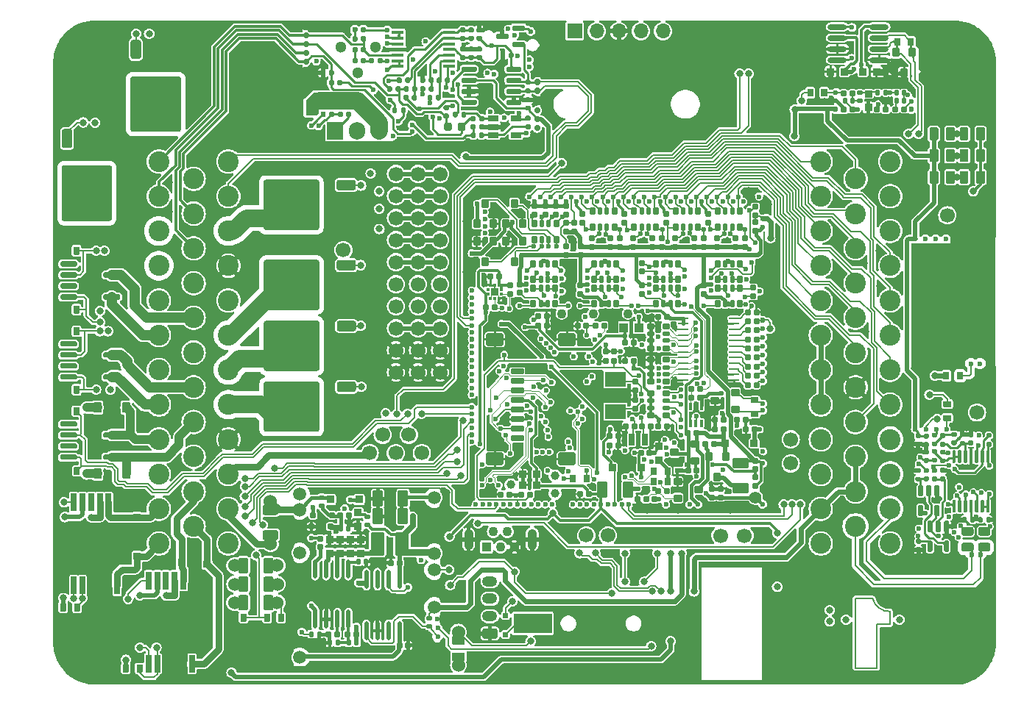
<source format=gbl>
G75*
G70*
%OFA0B0*%
%FSLAX25Y25*%
%IPPOS*%
%LPD*%
%AMOC8*
5,1,8,0,0,1.08239X$1,22.5*
%
%AMM107*
21,1,0.023620,0.018900,-0.000000,-0.000000,0.000000*
21,1,0.018900,0.023620,-0.000000,-0.000000,0.000000*
1,1,0.004720,0.009450,-0.009450*
1,1,0.004720,-0.009450,-0.009450*
1,1,0.004720,-0.009450,0.009450*
1,1,0.004720,0.009450,0.009450*
%
%AMM108*
21,1,0.019680,0.019680,-0.000000,-0.000000,90.000000*
21,1,0.015750,0.023620,-0.000000,-0.000000,90.000000*
1,1,0.003940,0.009840,0.007870*
1,1,0.003940,0.009840,-0.007870*
1,1,0.003940,-0.009840,-0.007870*
1,1,0.003940,-0.009840,0.007870*
%
%AMM109*
21,1,0.033470,0.026770,-0.000000,-0.000000,90.000000*
21,1,0.026770,0.033470,-0.000000,-0.000000,90.000000*
1,1,0.006690,0.013390,0.013390*
1,1,0.006690,0.013390,-0.013390*
1,1,0.006690,-0.013390,-0.013390*
1,1,0.006690,-0.013390,0.013390*
%
%AMM11*
21,1,0.023620,0.018900,0.000000,0.000000,90.000000*
21,1,0.018900,0.023620,0.000000,0.000000,90.000000*
1,1,0.004720,0.009450,0.009450*
1,1,0.004720,0.009450,-0.009450*
1,1,0.004720,-0.009450,-0.009450*
1,1,0.004720,-0.009450,0.009450*
%
%AMM110*
21,1,0.019680,0.019680,-0.000000,-0.000000,180.000000*
21,1,0.015750,0.023620,-0.000000,-0.000000,180.000000*
1,1,0.003940,-0.007870,0.009840*
1,1,0.003940,0.007870,0.009840*
1,1,0.003940,0.007870,-0.009840*
1,1,0.003940,-0.007870,-0.009840*
%
%AMM12*
21,1,0.019680,0.019680,0.000000,0.000000,0.000000*
21,1,0.015750,0.023620,0.000000,0.000000,0.000000*
1,1,0.003940,0.007870,-0.009840*
1,1,0.003940,-0.007870,-0.009840*
1,1,0.003940,-0.007870,0.009840*
1,1,0.003940,0.007870,0.009840*
%
%AMM13*
21,1,0.019680,0.019680,0.000000,0.000000,270.000000*
21,1,0.015750,0.023620,0.000000,0.000000,270.000000*
1,1,0.003940,-0.009840,-0.007870*
1,1,0.003940,-0.009840,0.007870*
1,1,0.003940,0.009840,0.007870*
1,1,0.003940,0.009840,-0.007870*
%
%AMM173*
21,1,0.025590,0.026380,-0.000000,-0.000000,90.000000*
21,1,0.020470,0.031500,-0.000000,-0.000000,90.000000*
1,1,0.005120,0.013190,0.010240*
1,1,0.005120,0.013190,-0.010240*
1,1,0.005120,-0.013190,-0.010240*
1,1,0.005120,-0.013190,0.010240*
%
%AMM174*
21,1,0.017720,0.027950,-0.000000,-0.000000,90.000000*
21,1,0.014170,0.031500,-0.000000,-0.000000,90.000000*
1,1,0.003540,0.013980,0.007090*
1,1,0.003540,0.013980,-0.007090*
1,1,0.003540,-0.013980,-0.007090*
1,1,0.003540,-0.013980,0.007090*
%
%AMM177*
21,1,0.027560,0.018900,-0.000000,-0.000000,270.000000*
21,1,0.022840,0.023620,-0.000000,-0.000000,270.000000*
1,1,0.004720,-0.009450,-0.011420*
1,1,0.004720,-0.009450,0.011420*
1,1,0.004720,0.009450,0.011420*
1,1,0.004720,0.009450,-0.011420*
%
%AMM179*
21,1,0.027560,0.018900,-0.000000,-0.000000,0.000000*
21,1,0.022840,0.023620,-0.000000,-0.000000,0.000000*
1,1,0.004720,0.011420,-0.009450*
1,1,0.004720,-0.011420,-0.009450*
1,1,0.004720,-0.011420,0.009450*
1,1,0.004720,0.011420,0.009450*
%
%AMM181*
21,1,0.035430,0.030320,-0.000000,-0.000000,90.000000*
21,1,0.028350,0.037400,-0.000000,-0.000000,90.000000*
1,1,0.007090,0.015160,0.014170*
1,1,0.007090,0.015160,-0.014170*
1,1,0.007090,-0.015160,-0.014170*
1,1,0.007090,-0.015160,0.014170*
%
%AMM184*
21,1,0.027560,0.030710,-0.000000,-0.000000,180.000000*
21,1,0.022050,0.036220,-0.000000,-0.000000,180.000000*
1,1,0.005510,-0.011020,0.015350*
1,1,0.005510,0.011020,0.015350*
1,1,0.005510,0.011020,-0.015350*
1,1,0.005510,-0.011020,-0.015350*
%
%AMM205*
21,1,0.033470,0.026770,-0.000000,-0.000000,270.000000*
21,1,0.026770,0.033470,-0.000000,-0.000000,270.000000*
1,1,0.006690,-0.013390,-0.013390*
1,1,0.006690,-0.013390,0.013390*
1,1,0.006690,0.013390,0.013390*
1,1,0.006690,0.013390,-0.013390*
%
%AMM206*
21,1,0.025590,0.026380,-0.000000,-0.000000,180.000000*
21,1,0.020470,0.031500,-0.000000,-0.000000,180.000000*
1,1,0.005120,-0.010240,0.013190*
1,1,0.005120,0.010240,0.013190*
1,1,0.005120,0.010240,-0.013190*
1,1,0.005120,-0.010240,-0.013190*
%
%AMM207*
21,1,0.017720,0.027950,-0.000000,-0.000000,180.000000*
21,1,0.014170,0.031500,-0.000000,-0.000000,180.000000*
1,1,0.003540,-0.007090,0.013980*
1,1,0.003540,0.007090,0.013980*
1,1,0.003540,0.007090,-0.013980*
1,1,0.003540,-0.007090,-0.013980*
%
%AMM208*
21,1,0.033470,0.026770,-0.000000,-0.000000,180.000000*
21,1,0.026770,0.033470,-0.000000,-0.000000,180.000000*
1,1,0.006690,-0.013390,0.013390*
1,1,0.006690,0.013390,0.013390*
1,1,0.006690,0.013390,-0.013390*
1,1,0.006690,-0.013390,-0.013390*
%
%AMM209*
21,1,0.078740,0.045670,-0.000000,-0.000000,0.000000*
21,1,0.067320,0.057090,-0.000000,-0.000000,0.000000*
1,1,0.011420,0.033660,-0.022840*
1,1,0.011420,-0.033660,-0.022840*
1,1,0.011420,-0.033660,0.022840*
1,1,0.011420,0.033660,0.022840*
%
%AMM210*
21,1,0.059060,0.020470,-0.000000,-0.000000,0.000000*
21,1,0.053940,0.025590,-0.000000,-0.000000,0.000000*
1,1,0.005120,0.026970,-0.010240*
1,1,0.005120,-0.026970,-0.010240*
1,1,0.005120,-0.026970,0.010240*
1,1,0.005120,0.026970,0.010240*
%
%AMM211*
21,1,0.035430,0.030320,-0.000000,-0.000000,0.000000*
21,1,0.028350,0.037400,-0.000000,-0.000000,0.000000*
1,1,0.007090,0.014170,-0.015160*
1,1,0.007090,-0.014170,-0.015160*
1,1,0.007090,-0.014170,0.015160*
1,1,0.007090,0.014170,0.015160*
%
%AMM212*
21,1,0.012600,0.028980,-0.000000,-0.000000,0.000000*
21,1,0.010080,0.031500,-0.000000,-0.000000,0.000000*
1,1,0.002520,0.005040,-0.014490*
1,1,0.002520,-0.005040,-0.014490*
1,1,0.002520,-0.005040,0.014490*
1,1,0.002520,0.005040,0.014490*
%
%AMM213*
21,1,0.070870,0.036220,-0.000000,-0.000000,180.000000*
21,1,0.061810,0.045280,-0.000000,-0.000000,180.000000*
1,1,0.009060,-0.030910,0.018110*
1,1,0.009060,0.030910,0.018110*
1,1,0.009060,0.030910,-0.018110*
1,1,0.009060,-0.030910,-0.018110*
%
%AMM214*
21,1,0.035830,0.026770,-0.000000,-0.000000,180.000000*
21,1,0.029130,0.033470,-0.000000,-0.000000,180.000000*
1,1,0.006690,-0.014570,0.013390*
1,1,0.006690,0.014570,0.013390*
1,1,0.006690,0.014570,-0.013390*
1,1,0.006690,-0.014570,-0.013390*
%
%AMM215*
21,1,0.027560,0.049610,-0.000000,-0.000000,180.000000*
21,1,0.022050,0.055120,-0.000000,-0.000000,180.000000*
1,1,0.005510,-0.011020,0.024800*
1,1,0.005510,0.011020,0.024800*
1,1,0.005510,0.011020,-0.024800*
1,1,0.005510,-0.011020,-0.024800*
%
%AMM216*
21,1,0.070870,0.036220,-0.000000,-0.000000,270.000000*
21,1,0.061810,0.045280,-0.000000,-0.000000,270.000000*
1,1,0.009060,-0.018110,-0.030910*
1,1,0.009060,-0.018110,0.030910*
1,1,0.009060,0.018110,0.030910*
1,1,0.009060,0.018110,-0.030910*
%
%AMM217*
21,1,0.027560,0.030710,-0.000000,-0.000000,270.000000*
21,1,0.022050,0.036220,-0.000000,-0.000000,270.000000*
1,1,0.005510,-0.015350,-0.011020*
1,1,0.005510,-0.015350,0.011020*
1,1,0.005510,0.015350,0.011020*
1,1,0.005510,0.015350,-0.011020*
%
%AMM239*
21,1,0.035430,0.030320,-0.000000,0.000000,0.000000*
21,1,0.028350,0.037400,-0.000000,0.000000,0.000000*
1,1,0.007090,0.014170,0.015160*
1,1,0.007090,-0.014170,0.015160*
1,1,0.007090,-0.014170,-0.015160*
1,1,0.007090,0.014170,-0.015160*
%
%AMM240*
21,1,0.033470,0.026770,-0.000000,0.000000,180.000000*
21,1,0.026770,0.033470,-0.000000,0.000000,180.000000*
1,1,0.006690,-0.013390,-0.013390*
1,1,0.006690,0.013390,-0.013390*
1,1,0.006690,0.013390,0.013390*
1,1,0.006690,-0.013390,0.013390*
%
%AMM241*
21,1,0.027560,0.030710,-0.000000,0.000000,0.000000*
21,1,0.022050,0.036220,-0.000000,0.000000,0.000000*
1,1,0.005510,0.011020,0.015350*
1,1,0.005510,-0.011020,0.015350*
1,1,0.005510,-0.011020,-0.015350*
1,1,0.005510,0.011020,-0.015350*
%
%AMM27*
21,1,0.106300,0.050390,0.000000,0.000000,90.000000*
21,1,0.093700,0.062990,0.000000,0.000000,90.000000*
1,1,0.012600,0.025200,0.046850*
1,1,0.012600,0.025200,-0.046850*
1,1,0.012600,-0.025200,-0.046850*
1,1,0.012600,-0.025200,0.046850*
%
%AMM28*
21,1,0.033470,0.026770,0.000000,0.000000,270.000000*
21,1,0.026770,0.033470,0.000000,0.000000,270.000000*
1,1,0.006690,-0.013390,-0.013390*
1,1,0.006690,-0.013390,0.013390*
1,1,0.006690,0.013390,0.013390*
1,1,0.006690,0.013390,-0.013390*
%
%AMM29*
21,1,0.023620,0.018900,0.000000,0.000000,180.000000*
21,1,0.018900,0.023620,0.000000,0.000000,180.000000*
1,1,0.004720,-0.009450,0.009450*
1,1,0.004720,0.009450,0.009450*
1,1,0.004720,0.009450,-0.009450*
1,1,0.004720,-0.009450,-0.009450*
%
%AMM30*
21,1,0.122050,0.075590,0.000000,0.000000,180.000000*
21,1,0.103150,0.094490,0.000000,0.000000,180.000000*
1,1,0.018900,-0.051580,0.037800*
1,1,0.018900,0.051580,0.037800*
1,1,0.018900,0.051580,-0.037800*
1,1,0.018900,-0.051580,-0.037800*
%
%AMM31*
21,1,0.118110,0.083460,0.000000,0.000000,0.000000*
21,1,0.097240,0.104330,0.000000,0.000000,0.000000*
1,1,0.020870,0.048620,-0.041730*
1,1,0.020870,-0.048620,-0.041730*
1,1,0.020870,-0.048620,0.041730*
1,1,0.020870,0.048620,0.041730*
%
%AMM7*
21,1,0.035830,0.026770,0.000000,0.000000,0.000000*
21,1,0.029130,0.033470,0.000000,0.000000,0.000000*
1,1,0.006690,0.014570,-0.013390*
1,1,0.006690,-0.014570,-0.013390*
1,1,0.006690,-0.014570,0.013390*
1,1,0.006690,0.014570,0.013390*
%
%AMM8*
21,1,0.070870,0.036220,0.000000,0.000000,90.000000*
21,1,0.061810,0.045280,0.000000,0.000000,90.000000*
1,1,0.009060,0.018110,0.030910*
1,1,0.009060,0.018110,-0.030910*
1,1,0.009060,-0.018110,-0.030910*
1,1,0.009060,-0.018110,0.030910*
%
%ADD10C,0.06693*%
%ADD100M7*%
%ADD101M8*%
%ADD104M11*%
%ADD105M12*%
%ADD106M13*%
%ADD107O,0.00787X0.40158*%
%ADD11C,0.02756*%
%ADD124M27*%
%ADD125M28*%
%ADD126M29*%
%ADD127O,0.01968X0.08661*%
%ADD128M30*%
%ADD129M31*%
%ADD14R,0.00984X0.04331*%
%ADD148C,0.05118*%
%ADD15R,0.00984X0.03858*%
%ADD152R,0.07500X0.07874*%
%ADD153O,0.07500X0.07874*%
%ADD154C,0.03900*%
%ADD156R,0.05709X0.01772*%
%ADD157R,0.04803X0.02559*%
%ADD17R,1.08661X0.00984*%
%ADD172O,0.08661X0.02362*%
%ADD180C,0.00492*%
%ADD181C,0.01260*%
%ADD182C,0.05512*%
%ADD19R,0.00984X0.03740*%
%ADD20C,0.02362*%
%ADD21R,0.24350X0.00984*%
%ADD215R,0.01378X0.01476*%
%ADD216R,0.01968X0.01968*%
%ADD218O,0.04961X0.00984*%
%ADD22R,0.04390X0.00984*%
%ADD220R,0.09449X0.06693*%
%ADD221R,0.01476X0.01378*%
%ADD223R,0.03937X0.04331*%
%ADD23R,0.00984X0.56201*%
%ADD24R,0.00984X0.59449*%
%ADD245O,0.01968X0.00984*%
%ADD246O,0.00984X0.01968*%
%ADD25R,0.20374X0.00984*%
%ADD26R,0.04331X0.04331*%
%ADD266M107*%
%ADD267M108*%
%ADD268M109*%
%ADD269M110*%
%ADD27C,0.04331*%
%ADD28O,0.04331X0.09449*%
%ADD29O,0.00787X0.04823*%
%ADD30O,0.36614X0.00787*%
%ADD31C,0.05906*%
%ADD32O,0.00787X0.12992*%
%ADD33O,0.00787X0.40157*%
%ADD34O,0.00787X0.01181*%
%ADD35O,0.66929X0.00787*%
%ADD36O,0.60630X0.00787*%
%ADD369M173*%
%ADD37O,0.00787X0.18898*%
%ADD370M174*%
%ADD373M177*%
%ADD375M179*%
%ADD377M181*%
%ADD38O,0.00787X0.10236*%
%ADD380M184*%
%ADD39O,0.00787X0.03937*%
%ADD40O,0.00787X0.05906*%
%ADD401M205*%
%ADD402M206*%
%ADD403M207*%
%ADD404M208*%
%ADD405M209*%
%ADD406M210*%
%ADD407M211*%
%ADD408M212*%
%ADD409M213*%
%ADD41C,0.09449*%
%ADD410M214*%
%ADD411M215*%
%ADD412M216*%
%ADD413M217*%
%ADD42C,0.15748*%
%ADD43R,0.00787X0.14567*%
%ADD44R,0.00787X0.01575*%
%ADD440M239*%
%ADD441M240*%
%ADD442M241*%
%ADD45R,0.00787X0.06299*%
%ADD46R,0.00787X0.38189*%
%ADD47R,0.00787X0.09055*%
%ADD48R,0.05512X0.00787*%
%ADD49R,0.25197X0.00787*%
%ADD50R,0.06693X0.00787*%
%ADD51R,0.12992X0.00787*%
%ADD52R,0.00787X0.27559*%
%ADD53R,0.00787X0.12992*%
%ADD54R,0.00787X0.24803*%
%ADD56R,0.06693X0.06693*%
%ADD57O,0.06693X0.06693*%
%ADD58O,0.06890X0.04724*%
%ADD59C,0.06000*%
%ADD60C,0.03150*%
%ADD61C,0.00787*%
%ADD62C,0.01969*%
%ADD63C,0.01181*%
%ADD64C,0.03937*%
%ADD65C,0.04724*%
%ADD66C,0.07874*%
%ADD68C,0.00591*%
%ADD70C,0.00984*%
%ADD76R,0.00984X0.24803*%
%ADD77R,0.00984X0.34449*%
%ADD78R,0.17323X0.09055*%
%ADD79R,0.15748X0.09055*%
%ADD80R,0.02559X0.07874*%
%ADD81R,0.31890X0.17717*%
%ADD82O,0.00787X0.22323*%
%ADD83O,0.43701X0.00787*%
%ADD84O,0.38583X0.01575*%
%ADD85O,0.01969X0.00984*%
%ADD86O,0.00787X0.26772*%
%ADD87O,0.00984X0.01969*%
%ADD92C,0.01968*%
%ADD93C,0.01575*%
X0000000Y0000000D02*
%LPD*%
G01*
D61*
X0363975Y0039932D02*
X0363975Y0008436D01*
X0363975Y0008436D02*
X0373818Y0008436D01*
X0371849Y0039932D02*
X0363975Y0039932D01*
X0373818Y0028121D02*
X0379723Y0028121D01*
X0373818Y0008436D02*
X0373818Y0028121D01*
X0379723Y0034026D02*
X0379723Y0028121D01*
X0379723Y0034026D02*
G75*
G02*
X0371849Y0039932I-000309J0007791D01*
G01*
D10*
X0132146Y0197893D03*
X0302894Y0068445D03*
D11*
X0115197Y0295216D03*
X0115197Y0283405D03*
X0115197Y0287342D03*
X0115197Y0291279D03*
D14*
X0221398Y0248563D03*
D15*
X0221398Y0265649D03*
D76*
X0221398Y0289114D03*
D17*
X0167559Y0246889D03*
X0167559Y0301023D03*
D77*
X0113720Y0263622D03*
D19*
X0113720Y0299645D03*
D11*
X0219887Y0257224D03*
X0219887Y0261161D03*
X0219887Y0274137D03*
X0219887Y0270137D03*
X0219887Y0253287D03*
D10*
X0419114Y0124271D03*
X0242146Y0068484D03*
D20*
X0400610Y0116574D03*
X0405335Y0116574D03*
X0395886Y0116574D03*
X0391161Y0116574D03*
D21*
X0401663Y0058897D03*
D22*
X0425482Y0058897D03*
D23*
X0389980Y0086506D03*
D24*
X0427185Y0088130D03*
D25*
X0417490Y0117362D03*
D20*
X0416594Y0059783D03*
X0420531Y0059783D03*
D26*
X0196949Y0063307D03*
D27*
X0200098Y0070196D03*
X0203248Y0063307D03*
X0206398Y0070196D03*
X0209547Y0063307D03*
D28*
X0188878Y0066752D03*
X0217618Y0066752D03*
D20*
X0355177Y0261791D03*
D29*
X0390217Y0269567D03*
D30*
X0372303Y0259429D03*
X0372303Y0271633D03*
D20*
X0355177Y0265531D03*
X0355177Y0269271D03*
X0389429Y0265334D03*
X0389429Y0261791D03*
D31*
X0173386Y0085630D03*
X0173386Y0060433D03*
X0173386Y0052952D03*
X0173386Y0036023D03*
D20*
X0175157Y0026574D03*
X0175157Y0022637D03*
D32*
X0109803Y0070472D03*
D33*
X0109803Y0037008D03*
D34*
X0109803Y0009055D03*
D35*
X0142874Y0008858D03*
D36*
X0146024Y0089960D03*
D31*
X0173386Y0011417D03*
D34*
X0175945Y0089763D03*
D37*
X0175945Y0073228D03*
D38*
X0175945Y0044291D03*
D39*
X0175945Y0030511D03*
D40*
X0175945Y0017519D03*
D31*
X0112362Y0087401D03*
X0112362Y0080118D03*
X0112362Y0060630D03*
X0112362Y0013189D03*
D10*
X0405650Y0213681D03*
D41*
X0379823Y0238051D03*
X0379823Y0222303D03*
X0379823Y0206555D03*
X0379823Y0190807D03*
X0379823Y0175059D03*
X0379823Y0159311D03*
X0379823Y0143563D03*
X0379823Y0127815D03*
X0379823Y0112067D03*
X0379823Y0096319D03*
X0379823Y0080570D03*
X0379823Y0064822D03*
X0364075Y0230177D03*
X0364075Y0214429D03*
X0364075Y0198681D03*
X0364075Y0182933D03*
X0364075Y0167185D03*
X0364075Y0151437D03*
X0364075Y0135689D03*
X0364075Y0119941D03*
X0364075Y0104193D03*
X0364075Y0088445D03*
X0364075Y0072696D03*
X0348327Y0238051D03*
X0348327Y0222303D03*
X0348327Y0206555D03*
X0348327Y0190807D03*
X0348327Y0175059D03*
X0348327Y0159311D03*
X0348327Y0143563D03*
X0348327Y0127815D03*
X0348327Y0112067D03*
X0348327Y0096319D03*
X0348327Y0080570D03*
X0348327Y0064822D03*
D11*
X0335335Y0288248D03*
X0339665Y0286476D03*
X0331004Y0286476D03*
X0406594Y0282342D03*
X0341437Y0282145D03*
D42*
X0335335Y0282145D03*
D11*
X0329232Y0282145D03*
X0410925Y0280570D03*
X0402264Y0280570D03*
X0339665Y0277815D03*
X0331004Y0277815D03*
X0412697Y0276240D03*
D42*
X0406594Y0276240D03*
D11*
X0400492Y0276240D03*
X0335335Y0276043D03*
X0410925Y0271909D03*
X0402264Y0271909D03*
X0406594Y0270137D03*
X0406594Y0032736D03*
X0410925Y0030964D03*
X0402264Y0030964D03*
X0335335Y0026830D03*
X0412697Y0026633D03*
D42*
X0406594Y0026633D03*
D11*
X0400492Y0026633D03*
X0339665Y0025059D03*
X0331004Y0025059D03*
X0410925Y0022303D03*
X0402264Y0022303D03*
X0341437Y0020728D03*
D42*
X0335335Y0020728D03*
D11*
X0329232Y0020728D03*
X0406594Y0020531D03*
X0339665Y0016397D03*
X0331004Y0016397D03*
X0335335Y0014626D03*
D10*
X0144075Y0105846D03*
X0334744Y0112106D03*
X0156004Y0142382D03*
X0156004Y0152382D03*
X0156004Y0162382D03*
X0156004Y0172382D03*
X0156004Y0182382D03*
X0166004Y0142382D03*
X0166004Y0152382D03*
X0166004Y0162382D03*
X0166004Y0172382D03*
X0166004Y0182382D03*
X0176004Y0142382D03*
X0176004Y0152382D03*
X0176004Y0162382D03*
X0176004Y0172382D03*
X0176004Y0182382D03*
X0251988Y0068484D03*
X0161791Y0114160D03*
X0149980Y0114160D03*
X0155886Y0105846D03*
X0313839Y0068445D03*
D20*
X0190492Y0196437D03*
X0190492Y0179507D03*
X0190492Y0176358D03*
X0190492Y0173208D03*
X0190492Y0170059D03*
X0190492Y0166909D03*
X0190492Y0163759D03*
X0190492Y0160610D03*
X0190492Y0157460D03*
X0190492Y0154311D03*
X0190492Y0151161D03*
X0190492Y0148011D03*
X0190492Y0144862D03*
X0190492Y0141712D03*
X0190492Y0138563D03*
X0190492Y0135413D03*
X0190492Y0132263D03*
X0190492Y0126752D03*
X0190492Y0123602D03*
X0190492Y0120452D03*
X0190492Y0117303D03*
X0190492Y0114153D03*
X0190492Y0111004D03*
D43*
X0322776Y0091909D03*
D44*
X0322776Y0103917D03*
D43*
X0322776Y0115925D03*
D45*
X0322776Y0133444D03*
D46*
X0322776Y0187185D03*
D47*
X0322776Y0218681D03*
D48*
X0315689Y0222815D03*
D49*
X0307421Y0081870D03*
D50*
X0283602Y0081870D03*
D51*
X0269823Y0081870D03*
D48*
X0231437Y0081870D03*
D49*
X0201909Y0222815D03*
D52*
X0189705Y0095255D03*
D44*
X0189705Y0129508D03*
D53*
X0189705Y0187972D03*
D54*
X0189705Y0210807D03*
D20*
X0192067Y0082657D03*
X0195216Y0082657D03*
X0198366Y0082657D03*
X0201516Y0082657D03*
X0204665Y0082657D03*
X0207815Y0082657D03*
X0210965Y0082657D03*
X0214114Y0082657D03*
X0217264Y0082657D03*
X0220413Y0082657D03*
X0223563Y0082657D03*
X0226713Y0082657D03*
X0236161Y0082657D03*
X0239311Y0082657D03*
X0242461Y0082657D03*
X0245610Y0082657D03*
X0248760Y0082657D03*
X0251909Y0082657D03*
X0255059Y0082657D03*
X0258209Y0082657D03*
X0261358Y0082657D03*
X0278287Y0082657D03*
X0288917Y0082657D03*
X0292854Y0082657D03*
X0321988Y0082657D03*
X0216476Y0222027D03*
X0221201Y0222027D03*
X0225925Y0222027D03*
X0230650Y0222027D03*
X0235374Y0222027D03*
X0240098Y0222027D03*
X0244823Y0222027D03*
X0249547Y0222027D03*
X0254272Y0222027D03*
X0258996Y0222027D03*
X0263720Y0222027D03*
X0268445Y0222027D03*
X0273169Y0222027D03*
X0277894Y0222027D03*
X0282618Y0222027D03*
X0287342Y0222027D03*
X0292067Y0222027D03*
X0296791Y0222027D03*
X0301516Y0222027D03*
X0306240Y0222027D03*
X0310965Y0222027D03*
X0320413Y0222027D03*
X0321988Y0212185D03*
X0321988Y0208248D03*
X0321988Y0166122D03*
X0321988Y0162185D03*
X0321988Y0158248D03*
X0321988Y0154311D03*
X0321988Y0150374D03*
X0321988Y0146437D03*
X0321988Y0142500D03*
X0321988Y0138563D03*
X0321988Y0128326D03*
X0321988Y0125177D03*
X0321988Y0106673D03*
X0321988Y0101161D03*
D10*
X0167697Y0105846D03*
D56*
X0236909Y0297185D03*
D57*
X0246909Y0297185D03*
X0256909Y0297185D03*
X0266909Y0297185D03*
X0276909Y0297185D03*
D20*
X0400433Y0203051D03*
X0405157Y0203051D03*
X0395709Y0203051D03*
X0390984Y0203051D03*
D21*
X0401486Y0145374D03*
D22*
X0425305Y0145374D03*
D23*
X0389803Y0172982D03*
D24*
X0427008Y0174606D03*
D25*
X0417313Y0203838D03*
D20*
X0416417Y0146259D03*
X0420354Y0146259D03*
D41*
X0048642Y0064822D03*
X0048642Y0080570D03*
X0048642Y0096319D03*
X0048642Y0112067D03*
X0048642Y0127815D03*
X0048642Y0143563D03*
X0048642Y0159311D03*
X0048642Y0175059D03*
X0048642Y0190807D03*
X0048642Y0206555D03*
X0048642Y0222303D03*
X0048642Y0238051D03*
X0064390Y0072696D03*
X0064390Y0088445D03*
X0064390Y0104193D03*
X0064390Y0119941D03*
X0064390Y0135689D03*
X0064390Y0151437D03*
X0064390Y0167185D03*
X0064390Y0182933D03*
X0064390Y0198681D03*
X0064390Y0214429D03*
X0064390Y0230177D03*
X0080138Y0064822D03*
X0080138Y0080570D03*
X0080138Y0096319D03*
X0080138Y0112067D03*
X0080138Y0127815D03*
X0080138Y0143563D03*
X0080138Y0159311D03*
X0080138Y0175059D03*
X0080138Y0190807D03*
X0080138Y0206555D03*
X0080138Y0222303D03*
X0080138Y0238051D03*
D11*
X0093130Y0014626D03*
X0088799Y0016397D03*
X0097461Y0016397D03*
X0021870Y0020531D03*
X0087028Y0020728D03*
D42*
X0093130Y0020728D03*
D11*
X0099232Y0020728D03*
X0017539Y0022303D03*
X0026201Y0022303D03*
X0088799Y0025059D03*
X0097461Y0025059D03*
X0015768Y0026633D03*
D42*
X0021870Y0026633D03*
D11*
X0027972Y0026633D03*
X0093130Y0026830D03*
X0017539Y0030964D03*
X0026201Y0030964D03*
X0021870Y0032736D03*
X0021870Y0270137D03*
X0017539Y0271909D03*
X0026201Y0271909D03*
X0093130Y0276043D03*
X0015768Y0276240D03*
D42*
X0021870Y0276240D03*
D11*
X0027972Y0276240D03*
X0088799Y0277815D03*
X0097461Y0277815D03*
X0017539Y0280570D03*
X0026201Y0280570D03*
X0087028Y0282145D03*
D42*
X0093130Y0282145D03*
D11*
X0099232Y0282145D03*
X0021870Y0282342D03*
X0088799Y0286476D03*
X0097461Y0286476D03*
X0093130Y0288248D03*
G36*
G01*
X0200984Y0021673D02*
X0196063Y0021673D01*
G75*
G02*
X0195079Y0022657I0000000J0000984D01*
G01*
X0195079Y0025413D01*
G75*
G02*
X0196063Y0026397I0000984J0000000D01*
G01*
X0200984Y0026397D01*
G75*
G02*
X0201969Y0025413I0000000J-000984D01*
G01*
X0201969Y0022657D01*
G75*
G02*
X0200984Y0021673I-000984J0000000D01*
G01*
G37*
D58*
X0198524Y0031909D03*
X0198524Y0039783D03*
X0198524Y0047657D03*
D10*
X0334744Y0101161D03*
X0156004Y0192382D03*
X0156004Y0202382D03*
X0156004Y0212382D03*
X0156004Y0222382D03*
X0156004Y0232382D03*
X0166004Y0192382D03*
X0166004Y0202382D03*
X0166004Y0212382D03*
X0166004Y0222382D03*
X0166004Y0232382D03*
X0176004Y0192382D03*
X0176004Y0202382D03*
X0176004Y0212382D03*
X0176004Y0222382D03*
X0176004Y0232382D03*
G36*
G01*
X0409036Y0253070D02*
X0409036Y0248149D01*
G75*
G02*
X0408642Y0247756I-000394J0000000D01*
G01*
X0405492Y0247756D01*
G75*
G02*
X0405099Y0248149I0000000J0000394D01*
G01*
X0405099Y0253070D01*
G75*
G02*
X0405492Y0253464I0000394J0000000D01*
G01*
X0408642Y0253464D01*
G75*
G02*
X0409036Y0253070I0000000J-000394D01*
G01*
G37*
G36*
G01*
X0401555Y0253070D02*
X0401555Y0248149D01*
G75*
G02*
X0401161Y0247756I-000394J0000000D01*
G01*
X0398012Y0247756D01*
G75*
G02*
X0397618Y0248149I0000000J0000394D01*
G01*
X0397618Y0253070D01*
G75*
G02*
X0398012Y0253464I0000394J0000000D01*
G01*
X0401161Y0253464D01*
G75*
G02*
X0401555Y0253070I0000000J-000394D01*
G01*
G37*
G36*
G01*
X0409036Y0243228D02*
X0409036Y0238307D01*
G75*
G02*
X0408642Y0237913I-000394J0000000D01*
G01*
X0405492Y0237913D01*
G75*
G02*
X0405099Y0238307I0000000J0000394D01*
G01*
X0405099Y0243228D01*
G75*
G02*
X0405492Y0243622I0000394J0000000D01*
G01*
X0408642Y0243622D01*
G75*
G02*
X0409036Y0243228I0000000J-000394D01*
G01*
G37*
G36*
G01*
X0401555Y0243228D02*
X0401555Y0238307D01*
G75*
G02*
X0401161Y0237913I-000394J0000000D01*
G01*
X0398012Y0237913D01*
G75*
G02*
X0397618Y0238307I0000000J0000394D01*
G01*
X0397618Y0243228D01*
G75*
G02*
X0398012Y0243622I0000394J0000000D01*
G01*
X0401161Y0243622D01*
G75*
G02*
X0401555Y0243228I0000000J-000394D01*
G01*
G37*
G36*
G01*
X0062520Y0054153D02*
X0062520Y0056830D01*
G75*
G02*
X0062854Y0057165I0000335J0000000D01*
G01*
X0065531Y0057165D01*
G75*
G02*
X0065866Y0056830I0000000J-000335D01*
G01*
X0065866Y0054153D01*
G75*
G02*
X0065531Y0053819I-000335J0000000D01*
G01*
X0062854Y0053819D01*
G75*
G02*
X0062520Y0054153I0000000J0000335D01*
G01*
G37*
G36*
G01*
X0068740Y0054153D02*
X0068740Y0056830D01*
G75*
G02*
X0069075Y0057165I0000335J0000000D01*
G01*
X0071752Y0057165D01*
G75*
G02*
X0072087Y0056830I0000000J-000335D01*
G01*
X0072087Y0054153D01*
G75*
G02*
X0071752Y0053819I-000335J0000000D01*
G01*
X0069075Y0053819D01*
G75*
G02*
X0068740Y0054153I0000000J0000335D01*
G01*
G37*
G36*
G01*
X0019134Y0094547D02*
X0019134Y0098563D01*
G75*
G02*
X0019488Y0098917I0000354J0000000D01*
G01*
X0022323Y0098917D01*
G75*
G02*
X0022677Y0098563I0000000J-000354D01*
G01*
X0022677Y0094547D01*
G75*
G02*
X0022323Y0094193I-000354J0000000D01*
G01*
X0019488Y0094193D01*
G75*
G02*
X0019134Y0094547I0000000J0000354D01*
G01*
G37*
G36*
G01*
X0032126Y0094547D02*
X0032126Y0098563D01*
G75*
G02*
X0032480Y0098917I0000354J0000000D01*
G01*
X0035315Y0098917D01*
G75*
G02*
X0035669Y0098563I0000000J-000354D01*
G01*
X0035669Y0094547D01*
G75*
G02*
X0035315Y0094193I-000354J0000000D01*
G01*
X0032480Y0094193D01*
G75*
G02*
X0032126Y0094547I0000000J0000354D01*
G01*
G37*
D78*
X0217933Y0028563D03*
D79*
X0280925Y0028563D03*
D59*
X0102185Y0038011D03*
G36*
G01*
X0099606Y0034468D02*
X0096890Y0034468D01*
G75*
G02*
X0095984Y0035374I0000000J0000906D01*
G01*
X0095984Y0040649D01*
G75*
G02*
X0096890Y0041555I0000906J0000000D01*
G01*
X0099606Y0041555D01*
G75*
G02*
X0100512Y0040649I0000000J-000906D01*
G01*
X0100512Y0035374D01*
G75*
G02*
X0099606Y0034468I-000906J0000000D01*
G01*
G37*
G36*
G01*
X0088189Y0034468D02*
X0085472Y0034468D01*
G75*
G02*
X0084567Y0035374I0000000J0000906D01*
G01*
X0084567Y0040649D01*
G75*
G02*
X0085472Y0041555I0000906J0000000D01*
G01*
X0088189Y0041555D01*
G75*
G02*
X0089094Y0040649I0000000J-000906D01*
G01*
X0089094Y0035374D01*
G75*
G02*
X0088189Y0034468I-000906J0000000D01*
G01*
G37*
X0082894Y0038011D03*
G36*
G01*
X0005659Y0252815D02*
X0008415Y0252815D01*
G75*
G02*
X0009400Y0251830I0000000J-000984D01*
G01*
X0009400Y0245137D01*
G75*
G02*
X0008415Y0244153I-000984J0000000D01*
G01*
X0005659Y0244153D01*
G75*
G02*
X0004675Y0245137I0000000J0000984D01*
G01*
X0004675Y0251830D01*
G75*
G02*
X0005659Y0252815I0000984J0000000D01*
G01*
G37*
G36*
G01*
X0017589Y0236279D02*
X0026447Y0236279D01*
G75*
G02*
X0027431Y0235295I0000000J-000984D01*
G01*
X0027431Y0225256D01*
G75*
G02*
X0026447Y0224271I-000984J0000000D01*
G01*
X0017589Y0224271D01*
G75*
G02*
X0016604Y0225256I0000000J0000984D01*
G01*
X0016604Y0235295D01*
G75*
G02*
X0017589Y0236279I0000984J0000000D01*
G01*
G37*
G36*
G01*
X0005581Y0236279D02*
X0014439Y0236279D01*
G75*
G02*
X0015423Y0235295I0000000J-000984D01*
G01*
X0015423Y0225256D01*
G75*
G02*
X0014439Y0224271I-000984J0000000D01*
G01*
X0005581Y0224271D01*
G75*
G02*
X0004596Y0225256I0000000J0000984D01*
G01*
X0004596Y0235295D01*
G75*
G02*
X0005581Y0236279I0000984J0000000D01*
G01*
G37*
G36*
G01*
X0005581Y0236279D02*
X0026447Y0236279D01*
G75*
G02*
X0027431Y0235295I0000000J-000984D01*
G01*
X0027431Y0212067D01*
G75*
G02*
X0026447Y0211082I-000984J0000000D01*
G01*
X0005581Y0211082D01*
G75*
G02*
X0004596Y0212067I0000000J0000984D01*
G01*
X0004596Y0235295D01*
G75*
G02*
X0005581Y0236279I0000984J0000000D01*
G01*
G37*
G36*
G01*
X0017589Y0223090D02*
X0026447Y0223090D01*
G75*
G02*
X0027431Y0222106I0000000J-000984D01*
G01*
X0027431Y0212067D01*
G75*
G02*
X0026447Y0211082I-000984J0000000D01*
G01*
X0017589Y0211082D01*
G75*
G02*
X0016604Y0212067I0000000J0000984D01*
G01*
X0016604Y0222106D01*
G75*
G02*
X0017589Y0223090I0000984J0000000D01*
G01*
G37*
G36*
G01*
X0005581Y0223090D02*
X0014439Y0223090D01*
G75*
G02*
X0015423Y0222106I0000000J-000984D01*
G01*
X0015423Y0212067D01*
G75*
G02*
X0014439Y0211082I-000984J0000000D01*
G01*
X0005581Y0211082D01*
G75*
G02*
X0004596Y0212067I0000000J0000984D01*
G01*
X0004596Y0222106D01*
G75*
G02*
X0005581Y0223090I0000984J0000000D01*
G01*
G37*
G36*
G01*
X0023612Y0252815D02*
X0026368Y0252815D01*
G75*
G02*
X0027352Y0251830I0000000J-000984D01*
G01*
X0027352Y0245137D01*
G75*
G02*
X0026368Y0244153I-000984J0000000D01*
G01*
X0023612Y0244153D01*
G75*
G02*
X0022628Y0245137I0000000J0000984D01*
G01*
X0022628Y0251830D01*
G75*
G02*
X0023612Y0252815I0000984J0000000D01*
G01*
G37*
G36*
G01*
X0137874Y0137263D02*
X0137874Y0134508D01*
G75*
G02*
X0136890Y0133523I-000984J0000000D01*
G01*
X0130197Y0133523D01*
G75*
G02*
X0129213Y0134508I0000000J0000984D01*
G01*
X0129213Y0137263D01*
G75*
G02*
X0130197Y0138248I0000984J0000000D01*
G01*
X0136890Y0138248D01*
G75*
G02*
X0137874Y0137263I0000000J-000984D01*
G01*
G37*
G36*
G01*
X0121339Y0125334D02*
X0121339Y0116476D01*
G75*
G02*
X0120354Y0115492I-000984J0000000D01*
G01*
X0110315Y0115492D01*
G75*
G02*
X0109331Y0116476I0000000J0000984D01*
G01*
X0109331Y0125334D01*
G75*
G02*
X0110315Y0126319I0000984J0000000D01*
G01*
X0120354Y0126319D01*
G75*
G02*
X0121339Y0125334I0000000J-000984D01*
G01*
G37*
G36*
G01*
X0121339Y0137342D02*
X0121339Y0128484D01*
G75*
G02*
X0120354Y0127500I-000984J0000000D01*
G01*
X0110315Y0127500D01*
G75*
G02*
X0109331Y0128484I0000000J0000984D01*
G01*
X0109331Y0137342D01*
G75*
G02*
X0110315Y0138326I0000984J0000000D01*
G01*
X0120354Y0138326D01*
G75*
G02*
X0121339Y0137342I0000000J-000984D01*
G01*
G37*
G36*
G01*
X0121339Y0137342D02*
X0121339Y0116476D01*
G75*
G02*
X0120354Y0115492I-000984J0000000D01*
G01*
X0097126Y0115492D01*
G75*
G02*
X0096142Y0116476I0000000J0000984D01*
G01*
X0096142Y0137342D01*
G75*
G02*
X0097126Y0138326I0000984J0000000D01*
G01*
X0120354Y0138326D01*
G75*
G02*
X0121339Y0137342I0000000J-000984D01*
G01*
G37*
G36*
G01*
X0108150Y0125334D02*
X0108150Y0116476D01*
G75*
G02*
X0107165Y0115492I-000984J0000000D01*
G01*
X0097126Y0115492D01*
G75*
G02*
X0096142Y0116476I0000000J0000984D01*
G01*
X0096142Y0125334D01*
G75*
G02*
X0097126Y0126319I0000984J0000000D01*
G01*
X0107165Y0126319D01*
G75*
G02*
X0108150Y0125334I0000000J-000984D01*
G01*
G37*
G36*
G01*
X0108150Y0137342D02*
X0108150Y0128484D01*
G75*
G02*
X0107165Y0127500I-000984J0000000D01*
G01*
X0097126Y0127500D01*
G75*
G02*
X0096142Y0128484I0000000J0000984D01*
G01*
X0096142Y0137342D01*
G75*
G02*
X0097126Y0138326I0000984J0000000D01*
G01*
X0107165Y0138326D01*
G75*
G02*
X0108150Y0137342I0000000J-000984D01*
G01*
G37*
G36*
G01*
X0137874Y0119311D02*
X0137874Y0116555D01*
G75*
G02*
X0136890Y0115570I-000984J0000000D01*
G01*
X0130197Y0115570D01*
G75*
G02*
X0129213Y0116555I0000000J0000984D01*
G01*
X0129213Y0119311D01*
G75*
G02*
X0130197Y0120295I0000984J0000000D01*
G01*
X0136890Y0120295D01*
G75*
G02*
X0137874Y0119311I0000000J-000984D01*
G01*
G37*
G36*
G01*
X0003681Y0196043D02*
X0003681Y0199114D01*
G75*
G02*
X0003957Y0199389I0000276J0000000D01*
G01*
X0006161Y0199389D01*
G75*
G02*
X0006437Y0199114I0000000J-000276D01*
G01*
X0006437Y0196043D01*
G75*
G02*
X0006161Y0195767I-000276J0000000D01*
G01*
X0003957Y0195767D01*
G75*
G02*
X0003681Y0196043I0000000J0000276D01*
G01*
G37*
G36*
G01*
X0009980Y0196043D02*
X0009980Y0199114D01*
G75*
G02*
X0010256Y0199389I0000276J0000000D01*
G01*
X0012461Y0199389D01*
G75*
G02*
X0012736Y0199114I0000000J-000276D01*
G01*
X0012736Y0196043D01*
G75*
G02*
X0012461Y0195767I-000276J0000000D01*
G01*
X0010256Y0195767D01*
G75*
G02*
X0009980Y0196043I0000000J0000276D01*
G01*
G37*
G36*
G01*
X0403720Y0139429D02*
X0403720Y0142500D01*
G75*
G02*
X0403996Y0142775I0000276J0000000D01*
G01*
X0406201Y0142775D01*
G75*
G02*
X0406476Y0142500I0000000J-000276D01*
G01*
X0406476Y0139429D01*
G75*
G02*
X0406201Y0139153I-000276J0000000D01*
G01*
X0403996Y0139153D01*
G75*
G02*
X0403720Y0139429I0000000J0000276D01*
G01*
G37*
G36*
G01*
X0410020Y0139429D02*
X0410020Y0142500D01*
G75*
G02*
X0410295Y0142775I0000276J0000000D01*
G01*
X0412500Y0142775D01*
G75*
G02*
X0412776Y0142500I0000000J-000276D01*
G01*
X0412776Y0139429D01*
G75*
G02*
X0412500Y0139153I-000276J0000000D01*
G01*
X0410295Y0139153D01*
G75*
G02*
X0410020Y0139429I0000000J0000276D01*
G01*
G37*
X0102224Y0046397D03*
G36*
G01*
X0099646Y0042854D02*
X0096929Y0042854D01*
G75*
G02*
X0096024Y0043759I0000000J0000906D01*
G01*
X0096024Y0049035D01*
G75*
G02*
X0096929Y0049941I0000906J0000000D01*
G01*
X0099646Y0049941D01*
G75*
G02*
X0100551Y0049035I0000000J-000906D01*
G01*
X0100551Y0043759D01*
G75*
G02*
X0099646Y0042854I-000906J0000000D01*
G01*
G37*
G36*
G01*
X0088228Y0042854D02*
X0085512Y0042854D01*
G75*
G02*
X0084606Y0043759I0000000J0000906D01*
G01*
X0084606Y0049035D01*
G75*
G02*
X0085512Y0049941I0000906J0000000D01*
G01*
X0088228Y0049941D01*
G75*
G02*
X0089134Y0049035I0000000J-000906D01*
G01*
X0089134Y0043759D01*
G75*
G02*
X0088228Y0042854I-000906J0000000D01*
G01*
G37*
X0082933Y0046397D03*
G36*
G01*
X0137835Y0192421D02*
X0137835Y0189665D01*
G75*
G02*
X0136850Y0188681I-000984J0000000D01*
G01*
X0130157Y0188681D01*
G75*
G02*
X0129173Y0189665I0000000J0000984D01*
G01*
X0129173Y0192421D01*
G75*
G02*
X0130157Y0193405I0000984J0000000D01*
G01*
X0136850Y0193405D01*
G75*
G02*
X0137835Y0192421I0000000J-000984D01*
G01*
G37*
G36*
G01*
X0121299Y0180492D02*
X0121299Y0171633D01*
G75*
G02*
X0120315Y0170649I-000984J0000000D01*
G01*
X0110276Y0170649D01*
G75*
G02*
X0109291Y0171633I0000000J0000984D01*
G01*
X0109291Y0180492D01*
G75*
G02*
X0110276Y0181476I0000984J0000000D01*
G01*
X0120315Y0181476D01*
G75*
G02*
X0121299Y0180492I0000000J-000984D01*
G01*
G37*
G36*
G01*
X0121299Y0192500D02*
X0121299Y0183641D01*
G75*
G02*
X0120315Y0182657I-000984J0000000D01*
G01*
X0110276Y0182657D01*
G75*
G02*
X0109291Y0183641I0000000J0000984D01*
G01*
X0109291Y0192500D01*
G75*
G02*
X0110276Y0193484I0000984J0000000D01*
G01*
X0120315Y0193484D01*
G75*
G02*
X0121299Y0192500I0000000J-000984D01*
G01*
G37*
G36*
G01*
X0121299Y0192500D02*
X0121299Y0171633D01*
G75*
G02*
X0120315Y0170649I-000984J0000000D01*
G01*
X0097087Y0170649D01*
G75*
G02*
X0096102Y0171633I0000000J0000984D01*
G01*
X0096102Y0192500D01*
G75*
G02*
X0097087Y0193484I0000984J0000000D01*
G01*
X0120315Y0193484D01*
G75*
G02*
X0121299Y0192500I0000000J-000984D01*
G01*
G37*
G36*
G01*
X0108110Y0180492D02*
X0108110Y0171633D01*
G75*
G02*
X0107126Y0170649I-000984J0000000D01*
G01*
X0097087Y0170649D01*
G75*
G02*
X0096102Y0171633I0000000J0000984D01*
G01*
X0096102Y0180492D01*
G75*
G02*
X0097087Y0181476I0000984J0000000D01*
G01*
X0107126Y0181476D01*
G75*
G02*
X0108110Y0180492I0000000J-000984D01*
G01*
G37*
G36*
G01*
X0108110Y0192500D02*
X0108110Y0183641D01*
G75*
G02*
X0107126Y0182657I-000984J0000000D01*
G01*
X0097087Y0182657D01*
G75*
G02*
X0096102Y0183641I0000000J0000984D01*
G01*
X0096102Y0192500D01*
G75*
G02*
X0097087Y0193484I0000984J0000000D01*
G01*
X0107126Y0193484D01*
G75*
G02*
X0108110Y0192500I0000000J-000984D01*
G01*
G37*
G36*
G01*
X0137835Y0174468D02*
X0137835Y0171712D01*
G75*
G02*
X0136850Y0170728I-000984J0000000D01*
G01*
X0130157Y0170728D01*
G75*
G02*
X0129173Y0171712I0000000J0000984D01*
G01*
X0129173Y0174468D01*
G75*
G02*
X0130157Y0175452I0000984J0000000D01*
G01*
X0136850Y0175452D01*
G75*
G02*
X0137835Y0174468I0000000J-000984D01*
G01*
G37*
X0184272Y0009685D03*
G36*
G01*
X0186732Y0011476D02*
X0181811Y0011476D01*
G75*
G02*
X0181417Y0011870I0000000J0000394D01*
G01*
X0181417Y0015019D01*
G75*
G02*
X0181811Y0015413I0000394J0000000D01*
G01*
X0186732Y0015413D01*
G75*
G02*
X0187126Y0015019I0000000J-000394D01*
G01*
X0187126Y0011870D01*
G75*
G02*
X0186732Y0011476I-000394J0000000D01*
G01*
G37*
G36*
G01*
X0186732Y0018956D02*
X0181811Y0018956D01*
G75*
G02*
X0181417Y0019350I0000000J0000394D01*
G01*
X0181417Y0022500D01*
G75*
G02*
X0181811Y0022893I0000394J0000000D01*
G01*
X0186732Y0022893D01*
G75*
G02*
X0187126Y0022500I0000000J-000394D01*
G01*
X0187126Y0019350D01*
G75*
G02*
X0186732Y0018956I-000394J0000000D01*
G01*
G37*
X0184272Y0024685D03*
G36*
G01*
X0003957Y0176023D02*
X0003957Y0177204D01*
G75*
G02*
X0004547Y0177795I0000591J0000000D01*
G01*
X0011043Y0177795D01*
G75*
G02*
X0011634Y0177204I0000000J-000591D01*
G01*
X0011634Y0176023D01*
G75*
G02*
X0011043Y0175433I-000591J0000000D01*
G01*
X0004547Y0175433D01*
G75*
G02*
X0003957Y0176023I0000000J0000591D01*
G01*
G37*
G36*
G01*
X0003957Y0181023D02*
X0003957Y0182204D01*
G75*
G02*
X0004547Y0182795I0000591J0000000D01*
G01*
X0011043Y0182795D01*
G75*
G02*
X0011634Y0182204I0000000J-000591D01*
G01*
X0011634Y0181023D01*
G75*
G02*
X0011043Y0180433I-000591J0000000D01*
G01*
X0004547Y0180433D01*
G75*
G02*
X0003957Y0181023I0000000J0000591D01*
G01*
G37*
G36*
G01*
X0003957Y0186023D02*
X0003957Y0187204D01*
G75*
G02*
X0004547Y0187795I0000591J0000000D01*
G01*
X0011043Y0187795D01*
G75*
G02*
X0011634Y0187204I0000000J-000591D01*
G01*
X0011634Y0186023D01*
G75*
G02*
X0011043Y0185433I-000591J0000000D01*
G01*
X0004547Y0185433D01*
G75*
G02*
X0003957Y0186023I0000000J0000591D01*
G01*
G37*
G36*
G01*
X0003957Y0191023D02*
X0003957Y0192204D01*
G75*
G02*
X0004547Y0192795I0000591J0000000D01*
G01*
X0011043Y0192795D01*
G75*
G02*
X0011634Y0192204I0000000J-000591D01*
G01*
X0011634Y0191023D01*
G75*
G02*
X0011043Y0190433I-000591J0000000D01*
G01*
X0004547Y0190433D01*
G75*
G02*
X0003957Y0191023I0000000J0000591D01*
G01*
G37*
G36*
G01*
X0023445Y0191023D02*
X0023445Y0192204D01*
G75*
G02*
X0024035Y0192795I0000591J0000000D01*
G01*
X0030531Y0192795D01*
G75*
G02*
X0031122Y0192204I0000000J-000591D01*
G01*
X0031122Y0191023D01*
G75*
G02*
X0030531Y0190433I-000591J0000000D01*
G01*
X0024035Y0190433D01*
G75*
G02*
X0023445Y0191023I0000000J0000591D01*
G01*
G37*
G36*
G01*
X0023445Y0186023D02*
X0023445Y0187204D01*
G75*
G02*
X0024035Y0187795I0000591J0000000D01*
G01*
X0030531Y0187795D01*
G75*
G02*
X0031122Y0187204I0000000J-000591D01*
G01*
X0031122Y0186023D01*
G75*
G02*
X0030531Y0185433I-000591J0000000D01*
G01*
X0024035Y0185433D01*
G75*
G02*
X0023445Y0186023I0000000J0000591D01*
G01*
G37*
G36*
G01*
X0023445Y0181023D02*
X0023445Y0182204D01*
G75*
G02*
X0024035Y0182795I0000591J0000000D01*
G01*
X0030531Y0182795D01*
G75*
G02*
X0031122Y0182204I0000000J-000591D01*
G01*
X0031122Y0181023D01*
G75*
G02*
X0030531Y0180433I-000591J0000000D01*
G01*
X0024035Y0180433D01*
G75*
G02*
X0023445Y0181023I0000000J0000591D01*
G01*
G37*
G36*
G01*
X0023445Y0176023D02*
X0023445Y0177204D01*
G75*
G02*
X0024035Y0177795I0000591J0000000D01*
G01*
X0030531Y0177795D01*
G75*
G02*
X0031122Y0177204I0000000J-000591D01*
G01*
X0031122Y0176023D01*
G75*
G02*
X0030531Y0175433I-000591J0000000D01*
G01*
X0024035Y0175433D01*
G75*
G02*
X0023445Y0176023I0000000J0000591D01*
G01*
G37*
G36*
G01*
X0422618Y0253070D02*
X0422618Y0248149D01*
G75*
G02*
X0422224Y0247756I-000394J0000000D01*
G01*
X0419075Y0247756D01*
G75*
G02*
X0418681Y0248149I0000000J0000394D01*
G01*
X0418681Y0253070D01*
G75*
G02*
X0419075Y0253464I0000394J0000000D01*
G01*
X0422224Y0253464D01*
G75*
G02*
X0422618Y0253070I0000000J-000394D01*
G01*
G37*
G36*
G01*
X0415138Y0253070D02*
X0415138Y0248149D01*
G75*
G02*
X0414744Y0247756I-000394J0000000D01*
G01*
X0411594Y0247756D01*
G75*
G02*
X0411201Y0248149I0000000J0000394D01*
G01*
X0411201Y0253070D01*
G75*
G02*
X0411594Y0253464I0000394J0000000D01*
G01*
X0414744Y0253464D01*
G75*
G02*
X0415138Y0253070I0000000J-000394D01*
G01*
G37*
G36*
G01*
X0012972Y0037460D02*
X0012972Y0034389D01*
G75*
G02*
X0012697Y0034114I-000276J0000000D01*
G01*
X0010492Y0034114D01*
G75*
G02*
X0010217Y0034389I0000000J0000276D01*
G01*
X0010217Y0037460D01*
G75*
G02*
X0010492Y0037736I0000276J0000000D01*
G01*
X0012697Y0037736D01*
G75*
G02*
X0012972Y0037460I0000000J-000276D01*
G01*
G37*
G36*
G01*
X0006673Y0037460D02*
X0006673Y0034389D01*
G75*
G02*
X0006398Y0034114I-000276J0000000D01*
G01*
X0004193Y0034114D01*
G75*
G02*
X0003917Y0034389I0000000J0000276D01*
G01*
X0003917Y0037460D01*
G75*
G02*
X0004193Y0037736I0000276J0000000D01*
G01*
X0006398Y0037736D01*
G75*
G02*
X0006673Y0037460I0000000J-000276D01*
G01*
G37*
G36*
G01*
X0037421Y0066968D02*
X0040098Y0066968D01*
G75*
G02*
X0040433Y0066633I0000000J-000335D01*
G01*
X0040433Y0063956D01*
G75*
G02*
X0040098Y0063622I-000335J0000000D01*
G01*
X0037421Y0063622D01*
G75*
G02*
X0037087Y0063956I0000000J0000335D01*
G01*
X0037087Y0066633D01*
G75*
G02*
X0037421Y0066968I0000335J0000000D01*
G01*
G37*
G36*
G01*
X0037421Y0060748D02*
X0040098Y0060748D01*
G75*
G02*
X0040433Y0060413I0000000J-000335D01*
G01*
X0040433Y0057736D01*
G75*
G02*
X0040098Y0057401I-000335J0000000D01*
G01*
X0037421Y0057401D01*
G75*
G02*
X0037087Y0057736I0000000J0000335D01*
G01*
X0037087Y0060413D01*
G75*
G02*
X0037421Y0060748I0000335J0000000D01*
G01*
G37*
D80*
X0043957Y0048090D03*
X0047894Y0048090D03*
X0051831Y0048090D03*
X0055768Y0048090D03*
X0059705Y0048090D03*
X0063642Y0048090D03*
X0063642Y0010295D03*
X0059705Y0010295D03*
X0055768Y0010295D03*
X0051831Y0010295D03*
X0047894Y0010295D03*
X0043957Y0010295D03*
D81*
X0053799Y0029193D03*
G36*
G01*
X0204390Y0031240D02*
X0204390Y0033130D01*
G75*
G02*
X0204626Y0033366I0000236J0000000D01*
G01*
X0206516Y0033366D01*
G75*
G02*
X0206752Y0033130I0000000J-000236D01*
G01*
X0206752Y0031240D01*
G75*
G02*
X0206516Y0031004I-000236J0000000D01*
G01*
X0204626Y0031004D01*
G75*
G02*
X0204390Y0031240I0000000J0000236D01*
G01*
G37*
G36*
G01*
X0204390Y0022578D02*
X0204390Y0024468D01*
G75*
G02*
X0204626Y0024704I0000236J0000000D01*
G01*
X0206516Y0024704D01*
G75*
G02*
X0206752Y0024468I0000000J-000236D01*
G01*
X0206752Y0022578D01*
G75*
G02*
X0206516Y0022342I-000236J0000000D01*
G01*
X0204626Y0022342D01*
G75*
G02*
X0204390Y0022578I0000000J0000236D01*
G01*
G37*
D80*
X0010059Y0083582D03*
X0013996Y0083582D03*
X0017933Y0083582D03*
X0021870Y0083582D03*
X0025807Y0083582D03*
X0029744Y0083582D03*
X0029744Y0045787D03*
X0025807Y0045787D03*
X0021870Y0045787D03*
X0017933Y0045787D03*
X0013996Y0045787D03*
X0010059Y0045787D03*
D81*
X0019902Y0064685D03*
G36*
G01*
X0003681Y0169350D02*
X0003681Y0172421D01*
G75*
G02*
X0003957Y0172696I0000276J0000000D01*
G01*
X0006161Y0172696D01*
G75*
G02*
X0006437Y0172421I0000000J-000276D01*
G01*
X0006437Y0169350D01*
G75*
G02*
X0006161Y0169074I-000276J0000000D01*
G01*
X0003957Y0169074D01*
G75*
G02*
X0003681Y0169350I0000000J0000276D01*
G01*
G37*
G36*
G01*
X0009980Y0169350D02*
X0009980Y0172421D01*
G75*
G02*
X0010256Y0172696I0000276J0000000D01*
G01*
X0012461Y0172696D01*
G75*
G02*
X0012736Y0172421I0000000J-000276D01*
G01*
X0012736Y0169350D01*
G75*
G02*
X0012461Y0169074I-000276J0000000D01*
G01*
X0010256Y0169074D01*
G75*
G02*
X0009980Y0169350I0000000J0000276D01*
G01*
G37*
D59*
X0099154Y0064665D03*
G36*
G01*
X0095610Y0067244D02*
X0095610Y0069960D01*
G75*
G02*
X0096516Y0070866I0000906J0000000D01*
G01*
X0101791Y0070866D01*
G75*
G02*
X0102697Y0069960I0000000J-000906D01*
G01*
X0102697Y0067244D01*
G75*
G02*
X0101791Y0066338I-000906J0000000D01*
G01*
X0096516Y0066338D01*
G75*
G02*
X0095610Y0067244I0000000J0000906D01*
G01*
G37*
G36*
G01*
X0095610Y0078661D02*
X0095610Y0081378D01*
G75*
G02*
X0096516Y0082283I0000906J0000000D01*
G01*
X0101791Y0082283D01*
G75*
G02*
X0102697Y0081378I0000000J-000906D01*
G01*
X0102697Y0078661D01*
G75*
G02*
X0101791Y0077756I-000906J0000000D01*
G01*
X0096516Y0077756D01*
G75*
G02*
X0095610Y0078661I0000000J0000906D01*
G01*
G37*
X0099154Y0083956D03*
D82*
X0392933Y0290767D03*
D83*
X0371378Y0301545D03*
D84*
X0368622Y0275561D03*
D85*
X0350413Y0275561D03*
D86*
X0349724Y0288405D03*
D87*
X0391161Y0275758D03*
X0389193Y0275758D03*
D20*
X0363406Y0279891D03*
X0366850Y0281958D03*
X0362224Y0284911D03*
X0362520Y0298887D03*
G36*
G01*
X0041319Y0009704D02*
X0041319Y0006633D01*
G75*
G02*
X0041043Y0006358I-000276J0000000D01*
G01*
X0038839Y0006358D01*
G75*
G02*
X0038563Y0006633I0000000J0000276D01*
G01*
X0038563Y0009704D01*
G75*
G02*
X0038839Y0009980I0000276J0000000D01*
G01*
X0041043Y0009980D01*
G75*
G02*
X0041319Y0009704I0000000J-000276D01*
G01*
G37*
G36*
G01*
X0035020Y0009704D02*
X0035020Y0006633D01*
G75*
G02*
X0034744Y0006358I-000276J0000000D01*
G01*
X0032539Y0006358D01*
G75*
G02*
X0032264Y0006633I0000000J0000276D01*
G01*
X0032264Y0009704D01*
G75*
G02*
X0032539Y0009980I0000276J0000000D01*
G01*
X0034744Y0009980D01*
G75*
G02*
X0035020Y0009704I0000000J-000276D01*
G01*
G37*
G36*
G01*
X0037264Y0084626D02*
X0039941Y0084626D01*
G75*
G02*
X0040276Y0084291I0000000J-000335D01*
G01*
X0040276Y0081614D01*
G75*
G02*
X0039941Y0081279I-000335J0000000D01*
G01*
X0037264Y0081279D01*
G75*
G02*
X0036929Y0081614I0000000J0000335D01*
G01*
X0036929Y0084291D01*
G75*
G02*
X0037264Y0084626I0000335J0000000D01*
G01*
G37*
G36*
G01*
X0037264Y0078405D02*
X0039941Y0078405D01*
G75*
G02*
X0040276Y0078070I0000000J-000335D01*
G01*
X0040276Y0075393D01*
G75*
G02*
X0039941Y0075059I-000335J0000000D01*
G01*
X0037264Y0075059D01*
G75*
G02*
X0036929Y0075393I0000000J0000335D01*
G01*
X0036929Y0078070D01*
G75*
G02*
X0037264Y0078405I0000335J0000000D01*
G01*
G37*
G36*
G01*
X0003957Y0139724D02*
X0003957Y0140905D01*
G75*
G02*
X0004547Y0141496I0000591J0000000D01*
G01*
X0011043Y0141496D01*
G75*
G02*
X0011634Y0140905I0000000J-000591D01*
G01*
X0011634Y0139724D01*
G75*
G02*
X0011043Y0139133I-000591J0000000D01*
G01*
X0004547Y0139133D01*
G75*
G02*
X0003957Y0139724I0000000J0000591D01*
G01*
G37*
G36*
G01*
X0003957Y0144724D02*
X0003957Y0145905D01*
G75*
G02*
X0004547Y0146496I0000591J0000000D01*
G01*
X0011043Y0146496D01*
G75*
G02*
X0011634Y0145905I0000000J-000591D01*
G01*
X0011634Y0144724D01*
G75*
G02*
X0011043Y0144133I-000591J0000000D01*
G01*
X0004547Y0144133D01*
G75*
G02*
X0003957Y0144724I0000000J0000591D01*
G01*
G37*
G36*
G01*
X0003957Y0149724D02*
X0003957Y0150905D01*
G75*
G02*
X0004547Y0151496I0000591J0000000D01*
G01*
X0011043Y0151496D01*
G75*
G02*
X0011634Y0150905I0000000J-000591D01*
G01*
X0011634Y0149724D01*
G75*
G02*
X0011043Y0149133I-000591J0000000D01*
G01*
X0004547Y0149133D01*
G75*
G02*
X0003957Y0149724I0000000J0000591D01*
G01*
G37*
G36*
G01*
X0003957Y0154724D02*
X0003957Y0155905D01*
G75*
G02*
X0004547Y0156496I0000591J0000000D01*
G01*
X0011043Y0156496D01*
G75*
G02*
X0011634Y0155905I0000000J-000591D01*
G01*
X0011634Y0154724D01*
G75*
G02*
X0011043Y0154133I-000591J0000000D01*
G01*
X0004547Y0154133D01*
G75*
G02*
X0003957Y0154724I0000000J0000591D01*
G01*
G37*
G36*
G01*
X0023445Y0154724D02*
X0023445Y0155905D01*
G75*
G02*
X0024035Y0156496I0000591J0000000D01*
G01*
X0030531Y0156496D01*
G75*
G02*
X0031122Y0155905I0000000J-000591D01*
G01*
X0031122Y0154724D01*
G75*
G02*
X0030531Y0154133I-000591J0000000D01*
G01*
X0024035Y0154133D01*
G75*
G02*
X0023445Y0154724I0000000J0000591D01*
G01*
G37*
G36*
G01*
X0023445Y0149724D02*
X0023445Y0150905D01*
G75*
G02*
X0024035Y0151496I0000591J0000000D01*
G01*
X0030531Y0151496D01*
G75*
G02*
X0031122Y0150905I0000000J-000591D01*
G01*
X0031122Y0149724D01*
G75*
G02*
X0030531Y0149133I-000591J0000000D01*
G01*
X0024035Y0149133D01*
G75*
G02*
X0023445Y0149724I0000000J0000591D01*
G01*
G37*
G36*
G01*
X0023445Y0144724D02*
X0023445Y0145905D01*
G75*
G02*
X0024035Y0146496I0000591J0000000D01*
G01*
X0030531Y0146496D01*
G75*
G02*
X0031122Y0145905I0000000J-000591D01*
G01*
X0031122Y0144724D01*
G75*
G02*
X0030531Y0144133I-000591J0000000D01*
G01*
X0024035Y0144133D01*
G75*
G02*
X0023445Y0144724I0000000J0000591D01*
G01*
G37*
G36*
G01*
X0023445Y0139724D02*
X0023445Y0140905D01*
G75*
G02*
X0024035Y0141496I0000591J0000000D01*
G01*
X0030531Y0141496D01*
G75*
G02*
X0031122Y0140905I0000000J-000591D01*
G01*
X0031122Y0139724D01*
G75*
G02*
X0030531Y0139133I-000591J0000000D01*
G01*
X0024035Y0139133D01*
G75*
G02*
X0023445Y0139724I0000000J0000591D01*
G01*
G37*
G36*
G01*
X0003681Y0159586D02*
X0003681Y0162657D01*
G75*
G02*
X0003957Y0162933I0000276J0000000D01*
G01*
X0006161Y0162933D01*
G75*
G02*
X0006437Y0162657I0000000J-000276D01*
G01*
X0006437Y0159586D01*
G75*
G02*
X0006161Y0159311I-000276J0000000D01*
G01*
X0003957Y0159311D01*
G75*
G02*
X0003681Y0159586I0000000J0000276D01*
G01*
G37*
G36*
G01*
X0009980Y0159586D02*
X0009980Y0162657D01*
G75*
G02*
X0010256Y0162933I0000276J0000000D01*
G01*
X0012461Y0162933D01*
G75*
G02*
X0012736Y0162657I0000000J-000276D01*
G01*
X0012736Y0159586D01*
G75*
G02*
X0012461Y0159311I-000276J0000000D01*
G01*
X0010256Y0159311D01*
G75*
G02*
X0009980Y0159586I0000000J0000276D01*
G01*
G37*
G36*
G01*
X0079272Y0029665D02*
X0079272Y0032736D01*
G75*
G02*
X0079547Y0033011I0000276J0000000D01*
G01*
X0081752Y0033011D01*
G75*
G02*
X0082028Y0032736I0000000J-000276D01*
G01*
X0082028Y0029665D01*
G75*
G02*
X0081752Y0029389I-000276J0000000D01*
G01*
X0079547Y0029389D01*
G75*
G02*
X0079272Y0029665I0000000J0000276D01*
G01*
G37*
G36*
G01*
X0085571Y0029665D02*
X0085571Y0032736D01*
G75*
G02*
X0085846Y0033011I0000276J0000000D01*
G01*
X0088051Y0033011D01*
G75*
G02*
X0088327Y0032736I0000000J-000276D01*
G01*
X0088327Y0029665D01*
G75*
G02*
X0088051Y0029389I-000276J0000000D01*
G01*
X0085846Y0029389D01*
G75*
G02*
X0085571Y0029665I0000000J0000276D01*
G01*
G37*
G36*
G01*
X0422618Y0233385D02*
X0422618Y0228464D01*
G75*
G02*
X0422224Y0228070I-000394J0000000D01*
G01*
X0419075Y0228070D01*
G75*
G02*
X0418681Y0228464I0000000J0000394D01*
G01*
X0418681Y0233385D01*
G75*
G02*
X0419075Y0233779I0000394J0000000D01*
G01*
X0422224Y0233779D01*
G75*
G02*
X0422618Y0233385I0000000J-000394D01*
G01*
G37*
G36*
G01*
X0415138Y0233385D02*
X0415138Y0228464D01*
G75*
G02*
X0414744Y0228070I-000394J0000000D01*
G01*
X0411594Y0228070D01*
G75*
G02*
X0411201Y0228464I0000000J0000394D01*
G01*
X0411201Y0233385D01*
G75*
G02*
X0411594Y0233779I0000394J0000000D01*
G01*
X0414744Y0233779D01*
G75*
G02*
X0415138Y0233385I0000000J-000394D01*
G01*
G37*
G36*
G01*
X0003681Y0123287D02*
X0003681Y0126358D01*
G75*
G02*
X0003957Y0126633I0000276J0000000D01*
G01*
X0006161Y0126633D01*
G75*
G02*
X0006437Y0126358I0000000J-000276D01*
G01*
X0006437Y0123287D01*
G75*
G02*
X0006161Y0123011I-000276J0000000D01*
G01*
X0003957Y0123011D01*
G75*
G02*
X0003681Y0123287I0000000J0000276D01*
G01*
G37*
G36*
G01*
X0009980Y0123287D02*
X0009980Y0126358D01*
G75*
G02*
X0010256Y0126633I0000276J0000000D01*
G01*
X0012461Y0126633D01*
G75*
G02*
X0012736Y0126358I0000000J-000276D01*
G01*
X0012736Y0123287D01*
G75*
G02*
X0012461Y0123011I-000276J0000000D01*
G01*
X0010256Y0123011D01*
G75*
G02*
X0009980Y0123287I0000000J0000276D01*
G01*
G37*
D59*
X0082894Y0054822D03*
G36*
G01*
X0085472Y0058366D02*
X0088189Y0058366D01*
G75*
G02*
X0089094Y0057460I0000000J-000906D01*
G01*
X0089094Y0052185D01*
G75*
G02*
X0088189Y0051279I-000906J0000000D01*
G01*
X0085472Y0051279D01*
G75*
G02*
X0084567Y0052185I0000000J0000906D01*
G01*
X0084567Y0057460D01*
G75*
G02*
X0085472Y0058366I0000906J0000000D01*
G01*
G37*
G36*
G01*
X0096890Y0058366D02*
X0099606Y0058366D01*
G75*
G02*
X0100512Y0057460I0000000J-000906D01*
G01*
X0100512Y0052185D01*
G75*
G02*
X0099606Y0051279I-000906J0000000D01*
G01*
X0096890Y0051279D01*
G75*
G02*
X0095984Y0052185I0000000J0000906D01*
G01*
X0095984Y0057460D01*
G75*
G02*
X0096890Y0058366I0000906J0000000D01*
G01*
G37*
X0102185Y0054822D03*
G36*
G01*
X0050984Y0054921D02*
X0050984Y0057598D01*
G75*
G02*
X0051319Y0057933I0000335J0000000D01*
G01*
X0053996Y0057933D01*
G75*
G02*
X0054331Y0057598I0000000J-000335D01*
G01*
X0054331Y0054921D01*
G75*
G02*
X0053996Y0054586I-000335J0000000D01*
G01*
X0051319Y0054586D01*
G75*
G02*
X0050984Y0054921I0000000J0000335D01*
G01*
G37*
G36*
G01*
X0057205Y0054921D02*
X0057205Y0057598D01*
G75*
G02*
X0057539Y0057933I0000335J0000000D01*
G01*
X0060217Y0057933D01*
G75*
G02*
X0060551Y0057598I0000000J-000335D01*
G01*
X0060551Y0054921D01*
G75*
G02*
X0060217Y0054586I-000335J0000000D01*
G01*
X0057539Y0054586D01*
G75*
G02*
X0057205Y0054921I0000000J0000335D01*
G01*
G37*
G36*
G01*
X0409036Y0233385D02*
X0409036Y0228464D01*
G75*
G02*
X0408642Y0228070I-000394J0000000D01*
G01*
X0405492Y0228070D01*
G75*
G02*
X0405099Y0228464I0000000J0000394D01*
G01*
X0405099Y0233385D01*
G75*
G02*
X0405492Y0233779I0000394J0000000D01*
G01*
X0408642Y0233779D01*
G75*
G02*
X0409036Y0233385I0000000J-000394D01*
G01*
G37*
G36*
G01*
X0401555Y0233385D02*
X0401555Y0228464D01*
G75*
G02*
X0401161Y0228070I-000394J0000000D01*
G01*
X0398012Y0228070D01*
G75*
G02*
X0397618Y0228464I0000000J0000394D01*
G01*
X0397618Y0233385D01*
G75*
G02*
X0398012Y0233779I0000394J0000000D01*
G01*
X0401161Y0233779D01*
G75*
G02*
X0401555Y0233385I0000000J-000394D01*
G01*
G37*
G36*
G01*
X0422618Y0243228D02*
X0422618Y0238307D01*
G75*
G02*
X0422224Y0237913I-000394J0000000D01*
G01*
X0419075Y0237913D01*
G75*
G02*
X0418681Y0238307I0000000J0000394D01*
G01*
X0418681Y0243228D01*
G75*
G02*
X0419075Y0243622I0000394J0000000D01*
G01*
X0422224Y0243622D01*
G75*
G02*
X0422618Y0243228I0000000J-000394D01*
G01*
G37*
G36*
G01*
X0415138Y0243228D02*
X0415138Y0238307D01*
G75*
G02*
X0414744Y0237913I-000394J0000000D01*
G01*
X0411594Y0237913D01*
G75*
G02*
X0411201Y0238307I0000000J0000394D01*
G01*
X0411201Y0243228D01*
G75*
G02*
X0411594Y0243622I0000394J0000000D01*
G01*
X0414744Y0243622D01*
G75*
G02*
X0415138Y0243228I0000000J-000394D01*
G01*
G37*
G36*
G01*
X0137776Y0228720D02*
X0137776Y0225964D01*
G75*
G02*
X0136791Y0224980I-000984J0000000D01*
G01*
X0130098Y0224980D01*
G75*
G02*
X0129114Y0225964I0000000J0000984D01*
G01*
X0129114Y0228720D01*
G75*
G02*
X0130098Y0229704I0000984J0000000D01*
G01*
X0136791Y0229704D01*
G75*
G02*
X0137776Y0228720I0000000J-000984D01*
G01*
G37*
G36*
G01*
X0121240Y0216791D02*
X0121240Y0207933D01*
G75*
G02*
X0120256Y0206948I-000984J0000000D01*
G01*
X0110217Y0206948D01*
G75*
G02*
X0109232Y0207933I0000000J0000984D01*
G01*
X0109232Y0216791D01*
G75*
G02*
X0110217Y0217775I0000984J0000000D01*
G01*
X0120256Y0217775D01*
G75*
G02*
X0121240Y0216791I0000000J-000984D01*
G01*
G37*
G36*
G01*
X0121240Y0228799D02*
X0121240Y0219941D01*
G75*
G02*
X0120256Y0218956I-000984J0000000D01*
G01*
X0110217Y0218956D01*
G75*
G02*
X0109232Y0219941I0000000J0000984D01*
G01*
X0109232Y0228799D01*
G75*
G02*
X0110217Y0229783I0000984J0000000D01*
G01*
X0120256Y0229783D01*
G75*
G02*
X0121240Y0228799I0000000J-000984D01*
G01*
G37*
G36*
G01*
X0121240Y0228799D02*
X0121240Y0207933D01*
G75*
G02*
X0120256Y0206948I-000984J0000000D01*
G01*
X0097028Y0206948D01*
G75*
G02*
X0096043Y0207933I0000000J0000984D01*
G01*
X0096043Y0228799D01*
G75*
G02*
X0097028Y0229783I0000984J0000000D01*
G01*
X0120256Y0229783D01*
G75*
G02*
X0121240Y0228799I0000000J-000984D01*
G01*
G37*
G36*
G01*
X0108051Y0216791D02*
X0108051Y0207933D01*
G75*
G02*
X0107067Y0206948I-000984J0000000D01*
G01*
X0097028Y0206948D01*
G75*
G02*
X0096043Y0207933I0000000J0000984D01*
G01*
X0096043Y0216791D01*
G75*
G02*
X0097028Y0217775I0000984J0000000D01*
G01*
X0107067Y0217775D01*
G75*
G02*
X0108051Y0216791I0000000J-000984D01*
G01*
G37*
G36*
G01*
X0108051Y0228799D02*
X0108051Y0219941D01*
G75*
G02*
X0107067Y0218956I-000984J0000000D01*
G01*
X0097028Y0218956D01*
G75*
G02*
X0096043Y0219941I0000000J0000984D01*
G01*
X0096043Y0228799D01*
G75*
G02*
X0097028Y0229783I0000984J0000000D01*
G01*
X0107067Y0229783D01*
G75*
G02*
X0108051Y0228799I0000000J-000984D01*
G01*
G37*
G36*
G01*
X0137776Y0210767D02*
X0137776Y0208011D01*
G75*
G02*
X0136791Y0207027I-000984J0000000D01*
G01*
X0130098Y0207027D01*
G75*
G02*
X0129114Y0208011I0000000J0000984D01*
G01*
X0129114Y0210767D01*
G75*
G02*
X0130098Y0211752I0000984J0000000D01*
G01*
X0136791Y0211752D01*
G75*
G02*
X0137776Y0210767I0000000J-000984D01*
G01*
G37*
G36*
G01*
X0003681Y0133011D02*
X0003681Y0136082D01*
G75*
G02*
X0003957Y0136358I0000276J0000000D01*
G01*
X0006161Y0136358D01*
G75*
G02*
X0006437Y0136082I0000000J-000276D01*
G01*
X0006437Y0133011D01*
G75*
G02*
X0006161Y0132736I-000276J0000000D01*
G01*
X0003957Y0132736D01*
G75*
G02*
X0003681Y0133011I0000000J0000276D01*
G01*
G37*
G36*
G01*
X0009980Y0133011D02*
X0009980Y0136082D01*
G75*
G02*
X0010256Y0136358I0000276J0000000D01*
G01*
X0012461Y0136358D01*
G75*
G02*
X0012736Y0136082I0000000J-000276D01*
G01*
X0012736Y0133011D01*
G75*
G02*
X0012461Y0132736I-000276J0000000D01*
G01*
X0010256Y0132736D01*
G75*
G02*
X0009980Y0133011I0000000J0000276D01*
G01*
G37*
G36*
G01*
X0137874Y0164822D02*
X0137874Y0162067D01*
G75*
G02*
X0136890Y0161082I-000984J0000000D01*
G01*
X0130197Y0161082D01*
G75*
G02*
X0129213Y0162067I0000000J0000984D01*
G01*
X0129213Y0164822D01*
G75*
G02*
X0130197Y0165807I0000984J0000000D01*
G01*
X0136890Y0165807D01*
G75*
G02*
X0137874Y0164822I0000000J-000984D01*
G01*
G37*
G36*
G01*
X0121339Y0152893D02*
X0121339Y0144035D01*
G75*
G02*
X0120354Y0143051I-000984J0000000D01*
G01*
X0110315Y0143051D01*
G75*
G02*
X0109331Y0144035I0000000J0000984D01*
G01*
X0109331Y0152893D01*
G75*
G02*
X0110315Y0153878I0000984J0000000D01*
G01*
X0120354Y0153878D01*
G75*
G02*
X0121339Y0152893I0000000J-000984D01*
G01*
G37*
G36*
G01*
X0121339Y0164901D02*
X0121339Y0156043D01*
G75*
G02*
X0120354Y0155059I-000984J0000000D01*
G01*
X0110315Y0155059D01*
G75*
G02*
X0109331Y0156043I0000000J0000984D01*
G01*
X0109331Y0164901D01*
G75*
G02*
X0110315Y0165885I0000984J0000000D01*
G01*
X0120354Y0165885D01*
G75*
G02*
X0121339Y0164901I0000000J-000984D01*
G01*
G37*
G36*
G01*
X0121339Y0164901D02*
X0121339Y0144035D01*
G75*
G02*
X0120354Y0143051I-000984J0000000D01*
G01*
X0097126Y0143051D01*
G75*
G02*
X0096142Y0144035I0000000J0000984D01*
G01*
X0096142Y0164901D01*
G75*
G02*
X0097126Y0165885I0000984J0000000D01*
G01*
X0120354Y0165885D01*
G75*
G02*
X0121339Y0164901I0000000J-000984D01*
G01*
G37*
G36*
G01*
X0108150Y0152893D02*
X0108150Y0144035D01*
G75*
G02*
X0107165Y0143051I-000984J0000000D01*
G01*
X0097126Y0143051D01*
G75*
G02*
X0096142Y0144035I0000000J0000984D01*
G01*
X0096142Y0152893D01*
G75*
G02*
X0097126Y0153878I0000984J0000000D01*
G01*
X0107165Y0153878D01*
G75*
G02*
X0108150Y0152893I0000000J-000984D01*
G01*
G37*
G36*
G01*
X0108150Y0164901D02*
X0108150Y0156043D01*
G75*
G02*
X0107165Y0155059I-000984J0000000D01*
G01*
X0097126Y0155059D01*
G75*
G02*
X0096142Y0156043I0000000J0000984D01*
G01*
X0096142Y0164901D01*
G75*
G02*
X0097126Y0165885I0000984J0000000D01*
G01*
X0107165Y0165885D01*
G75*
G02*
X0108150Y0164901I0000000J-000984D01*
G01*
G37*
G36*
G01*
X0137874Y0146870D02*
X0137874Y0144114D01*
G75*
G02*
X0136890Y0143130I-000984J0000000D01*
G01*
X0130197Y0143130D01*
G75*
G02*
X0129213Y0144114I0000000J0000984D01*
G01*
X0129213Y0146870D01*
G75*
G02*
X0130197Y0147854I0000984J0000000D01*
G01*
X0136890Y0147854D01*
G75*
G02*
X0137874Y0146870I0000000J-000984D01*
G01*
G37*
G36*
G01*
X0019114Y0124508D02*
X0019114Y0128523D01*
G75*
G02*
X0019469Y0128878I0000354J0000000D01*
G01*
X0022303Y0128878D01*
G75*
G02*
X0022657Y0128523I0000000J-000354D01*
G01*
X0022657Y0124508D01*
G75*
G02*
X0022303Y0124153I-000354J0000000D01*
G01*
X0019469Y0124153D01*
G75*
G02*
X0019114Y0124508I0000000J0000354D01*
G01*
G37*
G36*
G01*
X0032106Y0124508D02*
X0032106Y0128523D01*
G75*
G02*
X0032461Y0128878I0000354J0000000D01*
G01*
X0035295Y0128878D01*
G75*
G02*
X0035650Y0128523I0000000J-000354D01*
G01*
X0035650Y0124508D01*
G75*
G02*
X0035295Y0124153I-000354J0000000D01*
G01*
X0032461Y0124153D01*
G75*
G02*
X0032106Y0124508I0000000J0000354D01*
G01*
G37*
G36*
G01*
X0003760Y0096240D02*
X0003760Y0099311D01*
G75*
G02*
X0004035Y0099586I0000276J0000000D01*
G01*
X0006240Y0099586D01*
G75*
G02*
X0006516Y0099311I0000000J-000276D01*
G01*
X0006516Y0096240D01*
G75*
G02*
X0006240Y0095964I-000276J0000000D01*
G01*
X0004035Y0095964D01*
G75*
G02*
X0003760Y0096240I0000000J0000276D01*
G01*
G37*
G36*
G01*
X0010059Y0096240D02*
X0010059Y0099311D01*
G75*
G02*
X0010335Y0099586I0000276J0000000D01*
G01*
X0012539Y0099586D01*
G75*
G02*
X0012815Y0099311I0000000J-000276D01*
G01*
X0012815Y0096240D01*
G75*
G02*
X0012539Y0095964I-000276J0000000D01*
G01*
X0010335Y0095964D01*
G75*
G02*
X0010059Y0096240I0000000J0000276D01*
G01*
G37*
G36*
G01*
X0407185Y0120334D02*
X0404114Y0120334D01*
G75*
G02*
X0403839Y0120610I0000000J0000276D01*
G01*
X0403839Y0122815D01*
G75*
G02*
X0404114Y0123090I0000276J0000000D01*
G01*
X0407185Y0123090D01*
G75*
G02*
X0407461Y0122815I0000000J-000276D01*
G01*
X0407461Y0120610D01*
G75*
G02*
X0407185Y0120334I-000276J0000000D01*
G01*
G37*
G36*
G01*
X0407185Y0126633D02*
X0404114Y0126633D01*
G75*
G02*
X0403839Y0126909I0000000J0000276D01*
G01*
X0403839Y0129114D01*
G75*
G02*
X0404114Y0129389I0000276J0000000D01*
G01*
X0407185Y0129389D01*
G75*
G02*
X0407461Y0129114I0000000J-000276D01*
G01*
X0407461Y0126909D01*
G75*
G02*
X0407185Y0126633I-000276J0000000D01*
G01*
G37*
G36*
G01*
X0351280Y0270807D02*
X0351280Y0267736D01*
G75*
G02*
X0351004Y0267460I-000276J0000000D01*
G01*
X0348799Y0267460D01*
G75*
G02*
X0348524Y0267736I0000000J0000276D01*
G01*
X0348524Y0270807D01*
G75*
G02*
X0348799Y0271082I0000276J0000000D01*
G01*
X0351004Y0271082D01*
G75*
G02*
X0351280Y0270807I0000000J-000276D01*
G01*
G37*
G36*
G01*
X0344980Y0270807D02*
X0344980Y0267736D01*
G75*
G02*
X0344705Y0267460I-000276J0000000D01*
G01*
X0342500Y0267460D01*
G75*
G02*
X0342224Y0267736I0000000J0000276D01*
G01*
X0342224Y0270807D01*
G75*
G02*
X0342500Y0271082I0000276J0000000D01*
G01*
X0344705Y0271082D01*
G75*
G02*
X0344980Y0270807I0000000J-000276D01*
G01*
G37*
G36*
G01*
X0096280Y0029665D02*
X0096280Y0032736D01*
G75*
G02*
X0096555Y0033011I0000276J0000000D01*
G01*
X0098760Y0033011D01*
G75*
G02*
X0099035Y0032736I0000000J-000276D01*
G01*
X0099035Y0029665D01*
G75*
G02*
X0098760Y0029389I-000276J0000000D01*
G01*
X0096555Y0029389D01*
G75*
G02*
X0096280Y0029665I0000000J0000276D01*
G01*
G37*
G36*
G01*
X0102579Y0029665D02*
X0102579Y0032736D01*
G75*
G02*
X0102854Y0033011I0000276J0000000D01*
G01*
X0105059Y0033011D01*
G75*
G02*
X0105335Y0032736I0000000J-000276D01*
G01*
X0105335Y0029665D01*
G75*
G02*
X0105059Y0029389I-000276J0000000D01*
G01*
X0102854Y0029389D01*
G75*
G02*
X0102579Y0029665I0000000J0000276D01*
G01*
G37*
G36*
G01*
X0036831Y0293208D02*
X0039587Y0293208D01*
G75*
G02*
X0040571Y0292224I0000000J-000984D01*
G01*
X0040571Y0285531D01*
G75*
G02*
X0039587Y0284547I-000984J0000000D01*
G01*
X0036831Y0284547D01*
G75*
G02*
X0035846Y0285531I0000000J0000984D01*
G01*
X0035846Y0292224D01*
G75*
G02*
X0036831Y0293208I0000984J0000000D01*
G01*
G37*
G36*
G01*
X0048760Y0276673D02*
X0057618Y0276673D01*
G75*
G02*
X0058602Y0275689I0000000J-000984D01*
G01*
X0058602Y0265649D01*
G75*
G02*
X0057618Y0264665I-000984J0000000D01*
G01*
X0048760Y0264665D01*
G75*
G02*
X0047776Y0265649I0000000J0000984D01*
G01*
X0047776Y0275689D01*
G75*
G02*
X0048760Y0276673I0000984J0000000D01*
G01*
G37*
G36*
G01*
X0036752Y0276673D02*
X0045610Y0276673D01*
G75*
G02*
X0046594Y0275689I0000000J-000984D01*
G01*
X0046594Y0265649D01*
G75*
G02*
X0045610Y0264665I-000984J0000000D01*
G01*
X0036752Y0264665D01*
G75*
G02*
X0035768Y0265649I0000000J0000984D01*
G01*
X0035768Y0275689D01*
G75*
G02*
X0036752Y0276673I0000984J0000000D01*
G01*
G37*
G36*
G01*
X0036752Y0276673D02*
X0057618Y0276673D01*
G75*
G02*
X0058602Y0275689I0000000J-000984D01*
G01*
X0058602Y0252460D01*
G75*
G02*
X0057618Y0251476I-000984J0000000D01*
G01*
X0036752Y0251476D01*
G75*
G02*
X0035768Y0252460I0000000J0000984D01*
G01*
X0035768Y0275689D01*
G75*
G02*
X0036752Y0276673I0000984J0000000D01*
G01*
G37*
G36*
G01*
X0048760Y0263484D02*
X0057618Y0263484D01*
G75*
G02*
X0058602Y0262500I0000000J-000984D01*
G01*
X0058602Y0252460D01*
G75*
G02*
X0057618Y0251476I-000984J0000000D01*
G01*
X0048760Y0251476D01*
G75*
G02*
X0047776Y0252460I0000000J0000984D01*
G01*
X0047776Y0262500D01*
G75*
G02*
X0048760Y0263484I0000984J0000000D01*
G01*
G37*
G36*
G01*
X0036752Y0263484D02*
X0045610Y0263484D01*
G75*
G02*
X0046594Y0262500I0000000J-000984D01*
G01*
X0046594Y0252460D01*
G75*
G02*
X0045610Y0251476I-000984J0000000D01*
G01*
X0036752Y0251476D01*
G75*
G02*
X0035768Y0252460I0000000J0000984D01*
G01*
X0035768Y0262500D01*
G75*
G02*
X0036752Y0263484I0000984J0000000D01*
G01*
G37*
G36*
G01*
X0054783Y0293208D02*
X0057539Y0293208D01*
G75*
G02*
X0058524Y0292224I0000000J-000984D01*
G01*
X0058524Y0285531D01*
G75*
G02*
X0057539Y0284547I-000984J0000000D01*
G01*
X0054783Y0284547D01*
G75*
G02*
X0053799Y0285531I0000000J0000984D01*
G01*
X0053799Y0292224D01*
G75*
G02*
X0054783Y0293208I0000984J0000000D01*
G01*
G37*
G36*
G01*
X0003898Y0103445D02*
X0003898Y0104626D01*
G75*
G02*
X0004488Y0105216I0000591J0000000D01*
G01*
X0010984Y0105216D01*
G75*
G02*
X0011575Y0104626I0000000J-000591D01*
G01*
X0011575Y0103445D01*
G75*
G02*
X0010984Y0102854I-000591J0000000D01*
G01*
X0004488Y0102854D01*
G75*
G02*
X0003898Y0103445I0000000J0000591D01*
G01*
G37*
G36*
G01*
X0003898Y0108445D02*
X0003898Y0109626D01*
G75*
G02*
X0004488Y0110216I0000591J0000000D01*
G01*
X0010984Y0110216D01*
G75*
G02*
X0011575Y0109626I0000000J-000591D01*
G01*
X0011575Y0108445D01*
G75*
G02*
X0010984Y0107854I-000591J0000000D01*
G01*
X0004488Y0107854D01*
G75*
G02*
X0003898Y0108445I0000000J0000591D01*
G01*
G37*
G36*
G01*
X0003898Y0113445D02*
X0003898Y0114626D01*
G75*
G02*
X0004488Y0115216I0000591J0000000D01*
G01*
X0010984Y0115216D01*
G75*
G02*
X0011575Y0114626I0000000J-000591D01*
G01*
X0011575Y0113445D01*
G75*
G02*
X0010984Y0112854I-000591J0000000D01*
G01*
X0004488Y0112854D01*
G75*
G02*
X0003898Y0113445I0000000J0000591D01*
G01*
G37*
G36*
G01*
X0003898Y0118445D02*
X0003898Y0119626D01*
G75*
G02*
X0004488Y0120216I0000591J0000000D01*
G01*
X0010984Y0120216D01*
G75*
G02*
X0011575Y0119626I0000000J-000591D01*
G01*
X0011575Y0118445D01*
G75*
G02*
X0010984Y0117854I-000591J0000000D01*
G01*
X0004488Y0117854D01*
G75*
G02*
X0003898Y0118445I0000000J0000591D01*
G01*
G37*
G36*
G01*
X0023386Y0118445D02*
X0023386Y0119626D01*
G75*
G02*
X0023976Y0120216I0000591J0000000D01*
G01*
X0030472Y0120216D01*
G75*
G02*
X0031063Y0119626I0000000J-000591D01*
G01*
X0031063Y0118445D01*
G75*
G02*
X0030472Y0117854I-000591J0000000D01*
G01*
X0023976Y0117854D01*
G75*
G02*
X0023386Y0118445I0000000J0000591D01*
G01*
G37*
G36*
G01*
X0023386Y0113445D02*
X0023386Y0114626D01*
G75*
G02*
X0023976Y0115216I0000591J0000000D01*
G01*
X0030472Y0115216D01*
G75*
G02*
X0031063Y0114626I0000000J-000591D01*
G01*
X0031063Y0113445D01*
G75*
G02*
X0030472Y0112854I-000591J0000000D01*
G01*
X0023976Y0112854D01*
G75*
G02*
X0023386Y0113445I0000000J0000591D01*
G01*
G37*
G36*
G01*
X0023386Y0108445D02*
X0023386Y0109626D01*
G75*
G02*
X0023976Y0110216I0000591J0000000D01*
G01*
X0030472Y0110216D01*
G75*
G02*
X0031063Y0109626I0000000J-000591D01*
G01*
X0031063Y0108445D01*
G75*
G02*
X0030472Y0107854I-000591J0000000D01*
G01*
X0023976Y0107854D01*
G75*
G02*
X0023386Y0108445I0000000J0000591D01*
G01*
G37*
G36*
G01*
X0023386Y0103445D02*
X0023386Y0104626D01*
G75*
G02*
X0023976Y0105216I0000591J0000000D01*
G01*
X0030472Y0105216D01*
G75*
G02*
X0031063Y0104626I0000000J-000591D01*
G01*
X0031063Y0103445D01*
G75*
G02*
X0030472Y0102854I-000591J0000000D01*
G01*
X0023976Y0102854D01*
G75*
G02*
X0023386Y0103445I0000000J0000591D01*
G01*
G37*
D60*
X0089429Y0115334D03*
X0012933Y0060964D03*
X0011398Y0129547D03*
X0372697Y0242775D03*
X0089429Y0110689D03*
X0187736Y0187972D03*
X0135689Y0141437D03*
X0127579Y0145413D03*
X0347028Y0296200D03*
X0357264Y0257303D03*
X0355925Y0040531D03*
X0283602Y0079901D03*
X0324744Y0103917D03*
X0384508Y0257303D03*
X0088878Y0062382D03*
X0053327Y0228641D03*
X0373130Y0088681D03*
X0417461Y0218720D03*
X0107815Y0019035D03*
X0107815Y0008917D03*
X0135374Y0113759D03*
X0064783Y0025492D03*
X0139429Y0173011D03*
X0355728Y0170767D03*
X0355689Y0206515D03*
X0341476Y0137854D03*
X0340492Y0089862D03*
X0046831Y0033366D03*
X0352618Y0119586D03*
X0324744Y0187185D03*
X0040059Y0025492D03*
X0139390Y0209311D03*
X0373012Y0121594D03*
X0289213Y0069409D03*
X0388839Y0224350D03*
X0046831Y0025492D03*
X0395059Y0298405D03*
X0315689Y0224783D03*
X0252126Y0060433D03*
X0064783Y0033366D03*
X0030886Y0068838D03*
X0074272Y0182500D03*
X0324744Y0115925D03*
X0394744Y0121200D03*
X0139469Y0145413D03*
X0056240Y0282933D03*
X0056516Y0099232D03*
X0354923Y0134683D03*
X0368130Y0191830D03*
X0071004Y0175610D03*
X0135650Y0169035D03*
X0107815Y0072696D03*
X0357933Y0097657D03*
X0011398Y0165885D03*
X0127500Y0113759D03*
X0425020Y0056594D03*
X0131437Y0113759D03*
X0020728Y0106397D03*
X0071988Y0115019D03*
X0172579Y0111240D03*
X0020728Y0147854D03*
X0422776Y0026594D03*
X0043091Y0230570D03*
X0223484Y0265649D03*
X0005059Y0202303D03*
X0350020Y0265137D03*
X0011398Y0202303D03*
X0269862Y0079901D03*
X0177933Y0073287D03*
X0087343Y0230098D03*
X0020728Y0152933D03*
X0178878Y0087815D03*
X0071201Y0142696D03*
X0025059Y0254429D03*
X0071083Y0129074D03*
X0374862Y0197736D03*
X0187736Y0087815D03*
X0063957Y0017657D03*
X0067421Y0049901D03*
X0343720Y0151594D03*
X0395059Y0290728D03*
X0091398Y0042185D03*
X0283012Y0281476D03*
X0127539Y0173011D03*
X0025059Y0242539D03*
X0424469Y0132342D03*
X0090256Y0155945D03*
X0005138Y0092775D03*
X0135610Y0205334D03*
X0348563Y0008090D03*
X0324744Y0218720D03*
X0149980Y0103917D03*
X0324744Y0133445D03*
X0373327Y0104586D03*
X0038524Y0087027D03*
X0267185Y0060531D03*
X0053484Y0215216D03*
X0225768Y0047263D03*
X0357815Y0081397D03*
X0056870Y0142263D03*
X0375177Y0181633D03*
X0020728Y0178996D03*
X0131280Y0205334D03*
X0020728Y0111555D03*
X0074193Y0230216D03*
X0071043Y0156555D03*
X0355925Y0220334D03*
X0205925Y0005374D03*
X0177933Y0015610D03*
X0074075Y0214744D03*
X0358091Y0238523D03*
X0386831Y0088405D03*
X0279626Y0069508D03*
X0417697Y0205925D03*
X0369587Y0081594D03*
X0069469Y0191200D03*
X0107776Y0026043D03*
X0406161Y0011397D03*
X0231437Y0079901D03*
X0060217Y0291043D03*
X0086673Y0197893D03*
X0073445Y0197736D03*
X0072421Y0092382D03*
X0110925Y0261240D03*
X0020728Y0189074D03*
X0056555Y0084626D03*
X0193642Y0009468D03*
X0051909Y0288878D03*
X0107854Y0033169D03*
X0355098Y0151319D03*
X0383917Y0167460D03*
X0040098Y0123657D03*
X0053248Y0182106D03*
X0331634Y0257500D03*
X0131358Y0141437D03*
X0005059Y0165885D03*
X0201909Y0224783D03*
X0187736Y0129508D03*
X0383996Y0182972D03*
X0056949Y0156830D03*
X0256594Y0021594D03*
X0353445Y0072342D03*
X0055689Y0198720D03*
X0187736Y0210807D03*
X0322618Y0068169D03*
X0131319Y0169035D03*
X0030886Y0060964D03*
X0349508Y0249429D03*
X0195000Y0244803D03*
X0127500Y0209311D03*
X0341988Y0119665D03*
X0058957Y0191043D03*
X0238524Y0281279D03*
X0038760Y0068878D03*
X0036687Y0206844D03*
X0011476Y0092775D03*
X0288681Y0293838D03*
X0327343Y0005452D03*
X0341083Y0057342D03*
X0209409Y0079015D03*
X0020728Y0142933D03*
X0232579Y0248090D03*
X0241870Y0021476D03*
X0324744Y0091909D03*
X0383799Y0198956D03*
X0213878Y0047263D03*
X0177933Y0040059D03*
X0012933Y0068838D03*
X0372343Y0257342D03*
X0069902Y0206555D03*
X0012894Y0053130D03*
X0033524Y0085393D03*
X0402067Y0056712D03*
X0244803Y0047342D03*
X0342146Y0106437D03*
X0386122Y0071673D03*
X0355689Y0186437D03*
X0177933Y0030492D03*
X0269488Y0069508D03*
X0005059Y0129547D03*
X0392657Y0026594D03*
X0127500Y0117854D03*
X0056791Y0127618D03*
X0368870Y0141789D03*
X0275098Y0246437D03*
X0070453Y0222224D03*
X0086594Y0182500D03*
X0040098Y0033366D03*
X0090768Y0222263D03*
X0220492Y0244783D03*
X0020728Y0116397D03*
X0403642Y0136397D03*
X0328563Y0037421D03*
X0090492Y0138996D03*
X0076988Y0057224D03*
X0020728Y0184114D03*
X0072303Y0077067D03*
X0029035Y0250649D03*
X0060217Y0286712D03*
X0422697Y0040334D03*
X0388642Y0040334D03*
X0107854Y0050649D03*
X0307421Y0079901D03*
X0029035Y0246319D03*
X0223484Y0291200D03*
X0110965Y0250295D03*
X0368563Y0160807D03*
X0071988Y0109035D03*
X0406358Y0041279D03*
X0180256Y0060452D03*
X0017894Y0076771D03*
X0021870Y0076771D03*
X0055728Y0041259D03*
X0051870Y0041259D03*
X0336555Y0261673D03*
X0336398Y0249586D03*
X0187539Y0240334D03*
X0328602Y0069547D03*
X0328563Y0045177D03*
X0180236Y0068071D03*
X0227091Y0078519D03*
X0383917Y0030334D03*
X0180531Y0045964D03*
X0209626Y0052067D03*
X0259587Y0047460D03*
X0259587Y0060433D03*
X0208602Y0038563D03*
X0253642Y0042303D03*
X0151303Y0123878D03*
X0015886Y0126515D03*
X0015965Y0096515D03*
X0399980Y0140925D03*
X0290925Y0043130D03*
X0417461Y0224508D03*
X0325532Y0203208D03*
X0180020Y0052952D03*
X0285374Y0060413D03*
X0271555Y0018366D03*
X0268327Y0047460D03*
X0274409Y0060413D03*
X0193167Y0074072D03*
X0339075Y0082663D03*
X0013996Y0040098D03*
X0087618Y0081515D03*
X0178900Y0096673D03*
X0183799Y0107342D03*
X0087618Y0094429D03*
X0186398Y0120492D03*
X0101083Y0099074D03*
X0020217Y0197578D03*
X0021988Y0165177D03*
X0026713Y0134586D03*
X0025610Y0161122D03*
X0021870Y0161122D03*
X0020217Y0134547D03*
X0167539Y0123602D03*
X0161201Y0123681D03*
X0087579Y0086200D03*
X0010059Y0040098D03*
X0005650Y0083484D03*
X0183760Y0101948D03*
X0087618Y0090649D03*
X0091122Y0074271D03*
X0040138Y0017657D03*
X0352471Y0029508D03*
X0359803Y0030334D03*
X0352461Y0034626D03*
X0039980Y0041358D03*
X0033681Y0012067D03*
X0280335Y0043130D03*
X0006083Y0076830D03*
X0005492Y0040137D03*
X0280453Y0060413D03*
X0081516Y0006279D03*
X0280335Y0020531D03*
X0339783Y0265649D03*
X0397539Y0132382D03*
X0148484Y0207460D03*
X0148455Y0216633D03*
X0148376Y0224497D03*
X0144508Y0232657D03*
X0019783Y0255649D03*
X0044232Y0295925D03*
X0038327Y0296004D03*
X0014390Y0255767D03*
X0140177Y0227145D03*
X0140098Y0191082D03*
X0140138Y0163563D03*
X0140256Y0135925D03*
X0315610Y0277834D03*
X0311575Y0277854D03*
X0272106Y0043208D03*
X0239094Y0060472D03*
X0246220Y0060452D03*
X0276004Y0043208D03*
X0216909Y0020492D03*
X0023957Y0197578D03*
X0325335Y0162185D03*
X0021988Y0170295D03*
X0185295Y0095610D03*
X0034744Y0039744D03*
X0087579Y0077263D03*
X0047539Y0017657D03*
X0095610Y0073287D03*
X0401004Y0121200D03*
X0335335Y0082618D03*
X0102776Y0121968D03*
X0102717Y0125689D03*
X0102815Y0118425D03*
X0102638Y0213385D03*
X0102657Y0217696D03*
X0102677Y0209842D03*
X0024488Y0217736D03*
X0020945Y0217696D03*
X0016644Y0217696D03*
X0102815Y0146023D03*
X0102795Y0153838D03*
X0102776Y0149567D03*
X0055650Y0258110D03*
X0052106Y0258070D03*
X0047972Y0258090D03*
X0102736Y0177126D03*
X0102776Y0173582D03*
X0102795Y0181240D03*
X0410138Y0230925D03*
X0331555Y0082578D03*
X0410138Y0250610D03*
X0392579Y0250610D03*
X0388091Y0250649D03*
X0410138Y0240767D03*
X0231122Y0237382D03*
X0156437Y0123641D03*
X0092618Y0059468D03*
D61*
X0210610Y0028563D02*
X0217933Y0028563D01*
X0205571Y0023523D02*
X0210610Y0028563D01*
X0417697Y0205925D02*
X0417697Y0203838D01*
D60*
X0017894Y0076771D02*
X0021909Y0076771D01*
X0021870Y0083582D02*
X0021870Y0076771D01*
X0055728Y0041259D02*
X0055728Y0048070D01*
X0051870Y0041259D02*
X0055728Y0041259D01*
X0026654Y0076732D02*
X0038602Y0076732D01*
X0025807Y0083582D02*
X0025807Y0077578D01*
X0044803Y0076732D02*
X0048642Y0080570D01*
X0038602Y0076732D02*
X0044803Y0076732D01*
X0025807Y0077578D02*
X0026654Y0076732D01*
X0037736Y0052992D02*
X0038799Y0054055D01*
X0029744Y0050826D02*
X0031909Y0052992D01*
X0029744Y0045787D02*
X0029744Y0050826D01*
X0038760Y0054094D02*
X0038799Y0054055D01*
X0031909Y0052992D02*
X0037736Y0052992D01*
X0038760Y0059074D02*
X0042894Y0059074D01*
X0038760Y0059074D02*
X0038760Y0054094D01*
X0042894Y0059074D02*
X0048642Y0064822D01*
D62*
X0387382Y0202313D02*
X0387382Y0143405D01*
X0399587Y0240767D02*
X0399587Y0230925D01*
X0336555Y0249744D02*
X0336555Y0261673D01*
X0336398Y0249586D02*
X0336555Y0249744D01*
X0225020Y0242027D02*
X0222480Y0239488D01*
X0336673Y0261791D02*
X0355177Y0261791D01*
X0351555Y0261791D02*
X0351476Y0261712D01*
X0222480Y0239488D02*
X0188386Y0239488D01*
X0390610Y0240767D02*
X0399587Y0240767D01*
X0336555Y0261673D02*
X0336673Y0261791D01*
X0221835Y0257224D02*
X0225020Y0254040D01*
X0390610Y0240807D02*
X0390610Y0240767D01*
X0399587Y0230925D02*
X0399587Y0219389D01*
X0391368Y0203051D02*
X0388120Y0203051D01*
X0351476Y0256319D02*
X0360217Y0247578D01*
X0399587Y0219389D02*
X0391181Y0210984D01*
X0391181Y0210984D02*
X0391181Y0203051D01*
X0399587Y0250610D02*
X0399587Y0240767D01*
X0391161Y0139626D02*
X0391161Y0116574D01*
X0355177Y0261791D02*
X0351555Y0261791D01*
X0219887Y0257224D02*
X0221835Y0257224D01*
X0188386Y0239488D02*
X0187539Y0240334D01*
X0387382Y0143405D02*
X0391161Y0139626D01*
X0225020Y0254040D02*
X0225020Y0242027D01*
X0351476Y0261712D02*
X0351476Y0256319D01*
X0383839Y0247578D02*
X0390610Y0240807D01*
X0388120Y0203051D02*
X0387382Y0202313D01*
X0360217Y0247578D02*
X0383839Y0247578D01*
X0166004Y0162382D02*
X0176004Y0162382D01*
D63*
X0227091Y0078519D02*
X0227701Y0078519D01*
X0230276Y0075334D02*
X0227091Y0078519D01*
X0248760Y0080987D02*
X0248760Y0082657D01*
D62*
X0156004Y0162382D02*
X0166004Y0162382D01*
D63*
X0325335Y0073799D02*
X0328602Y0070531D01*
X0248760Y0080987D02*
X0248760Y0080610D01*
X0205315Y0077519D02*
X0206772Y0076063D01*
X0243484Y0075334D02*
X0230276Y0075334D01*
X0180236Y0068071D02*
X0189685Y0077519D01*
X0328602Y0070531D02*
X0328602Y0069547D01*
X0255948Y0073799D02*
X0248760Y0080987D01*
X0325335Y0073799D02*
X0255948Y0073799D01*
X0248760Y0080610D02*
X0243484Y0075334D01*
X0206772Y0076063D02*
X0224635Y0076063D01*
X0189685Y0077519D02*
X0205315Y0077519D01*
X0224635Y0076063D02*
X0227091Y0078519D01*
D61*
X0193642Y0056673D02*
X0205020Y0056673D01*
X0205020Y0056673D02*
X0209626Y0052067D01*
X0214547Y0042224D02*
X0209626Y0047145D01*
X0209626Y0047145D02*
X0209626Y0052067D01*
X0253563Y0042224D02*
X0253642Y0042303D01*
X0259587Y0047460D02*
X0259587Y0060433D01*
X0184035Y0049468D02*
X0186437Y0049468D01*
X0214547Y0042224D02*
X0253563Y0042224D01*
X0186437Y0049468D02*
X0193642Y0056673D01*
X0208602Y0038563D02*
X0205571Y0035531D01*
X0180531Y0045964D02*
X0184035Y0049468D01*
X0205571Y0035531D02*
X0205571Y0032185D01*
D64*
X0016004Y0096555D02*
X0015965Y0096515D01*
X0020906Y0096555D02*
X0016004Y0096555D01*
X0020886Y0126515D02*
X0015886Y0126515D01*
D60*
X0056555Y0069271D02*
X0056555Y0076122D01*
X0058878Y0066948D02*
X0058878Y0056259D01*
X0058878Y0053799D02*
X0059705Y0052972D01*
X0056555Y0069271D02*
X0058878Y0066948D01*
X0056555Y0076122D02*
X0064390Y0083956D01*
X0058878Y0056259D02*
X0058878Y0053799D01*
X0064390Y0083956D02*
X0064390Y0088445D01*
X0059705Y0052972D02*
X0059705Y0048090D01*
X0075531Y0050374D02*
X0070413Y0055492D01*
X0075531Y0016791D02*
X0069035Y0010295D01*
X0075531Y0016791D02*
X0075531Y0050374D01*
X0070413Y0055492D02*
X0070413Y0066673D01*
X0069035Y0010295D02*
X0063642Y0010295D01*
X0070413Y0066673D02*
X0064390Y0072696D01*
X0102992Y0080118D02*
X0112362Y0080118D01*
X0099154Y0083956D02*
X0102992Y0080118D01*
D61*
X0103957Y0036240D02*
X0102185Y0038011D01*
X0103957Y0031200D02*
X0103957Y0036240D01*
D62*
X0156004Y0192382D02*
X0166004Y0192382D01*
X0166004Y0192382D02*
X0176004Y0192382D01*
X0166004Y0202382D02*
X0176004Y0202382D01*
X0156004Y0202382D02*
X0166004Y0202382D01*
X0156004Y0212382D02*
X0166004Y0212382D01*
X0166004Y0212382D02*
X0176004Y0212382D01*
X0166004Y0222382D02*
X0176004Y0222382D01*
X0156004Y0222382D02*
X0166004Y0222382D01*
X0166004Y0232382D02*
X0176004Y0232382D01*
X0156004Y0232382D02*
X0166004Y0232382D01*
D20*
X0348327Y0080570D02*
X0339311Y0071555D01*
X0290925Y0057618D02*
X0290925Y0043130D01*
X0364075Y0088445D02*
X0356201Y0088445D01*
X0291831Y0058523D02*
X0290925Y0057618D01*
X0339311Y0071555D02*
X0339311Y0065272D01*
X0356201Y0088445D02*
X0348327Y0080570D01*
X0339311Y0065272D02*
X0332562Y0058523D01*
X0399980Y0140925D02*
X0405059Y0140925D01*
X0332562Y0058523D02*
X0291831Y0058523D01*
X0405059Y0140925D02*
X0405098Y0140964D01*
X0364075Y0104193D02*
X0364075Y0088445D01*
X0348327Y0143563D02*
X0348327Y0127815D01*
D63*
X0420650Y0230925D02*
X0420650Y0240767D01*
D20*
X0348327Y0159311D02*
X0348327Y0143563D01*
X0325689Y0210689D02*
X0325689Y0203366D01*
D63*
X0420650Y0240767D02*
X0420650Y0250610D01*
D20*
X0321988Y0212185D02*
X0324193Y0212185D01*
D63*
X0420650Y0227697D02*
X0420650Y0230925D01*
D20*
X0324193Y0212185D02*
X0325689Y0210689D01*
D63*
X0417461Y0224508D02*
X0420650Y0227697D01*
D20*
X0325689Y0203366D02*
X0325532Y0203208D01*
D61*
X0180020Y0052952D02*
X0173386Y0052952D01*
D20*
X0285374Y0060413D02*
X0285295Y0060334D01*
X0205492Y0051948D02*
X0204350Y0053090D01*
X0285295Y0041791D02*
X0282224Y0038720D01*
X0204350Y0053090D02*
X0194862Y0053090D01*
X0214711Y0038720D02*
X0205492Y0047938D01*
X0187953Y0036023D02*
X0173386Y0036023D01*
X0194862Y0053090D02*
X0189705Y0047933D01*
X0189705Y0037775D02*
X0187953Y0036023D01*
X0205492Y0047938D02*
X0205492Y0051948D01*
X0285295Y0060334D02*
X0285295Y0041791D01*
X0189705Y0047933D02*
X0189705Y0037775D01*
X0282224Y0038720D02*
X0214711Y0038720D01*
D61*
X0181122Y0017106D02*
X0179665Y0018563D01*
X0270295Y0017106D02*
X0181122Y0017106D01*
X0179665Y0018563D02*
X0179665Y0022067D01*
X0179665Y0022067D02*
X0175157Y0026574D01*
X0274409Y0053543D02*
X0268327Y0047460D01*
X0271555Y0018366D02*
X0270295Y0017106D01*
X0274409Y0053543D02*
X0274409Y0060413D01*
X0355177Y0269271D02*
X0355177Y0269271D01*
X0349902Y0269271D02*
X0355177Y0269271D01*
D64*
X0057854Y0113405D02*
X0064390Y0119941D01*
X0027224Y0104035D02*
X0033917Y0104035D01*
X0033898Y0104015D02*
X0033917Y0104035D01*
X0052382Y0104035D02*
X0057854Y0109508D01*
X0057854Y0109508D02*
X0057854Y0113405D01*
X0033898Y0096555D02*
X0033898Y0104015D01*
X0033917Y0104035D02*
X0052382Y0104035D01*
X0035768Y0114271D02*
X0036004Y0114035D01*
X0033878Y0126515D02*
X0035768Y0124626D01*
X0027224Y0114035D02*
X0036004Y0114035D01*
X0036004Y0114035D02*
X0037972Y0112067D01*
X0035768Y0124626D02*
X0035768Y0114271D01*
X0037972Y0112067D02*
X0048642Y0112067D01*
D61*
X0223091Y0074153D02*
X0233839Y0063405D01*
X0326791Y0063405D02*
X0339075Y0075688D01*
X0233839Y0063405D02*
X0326791Y0063405D01*
X0339075Y0075688D02*
X0339075Y0082663D01*
X0193248Y0074153D02*
X0223091Y0074153D01*
X0193167Y0074072D02*
X0193248Y0074153D01*
X0117224Y0095492D02*
X0117047Y0095669D01*
X0013996Y0038602D02*
X0013996Y0040098D01*
X0117047Y0095669D02*
X0108938Y0095669D01*
X0095780Y0092342D02*
X0090295Y0086857D01*
X0011594Y0036200D02*
X0013996Y0038602D01*
X0090295Y0084193D02*
X0087618Y0081515D01*
X0105611Y0092342D02*
X0095780Y0092342D01*
X0108938Y0095669D02*
X0105611Y0092342D01*
X0090295Y0086857D02*
X0090295Y0084193D01*
X0013996Y0045787D02*
X0013996Y0040098D01*
X0177719Y0095492D02*
X0117224Y0095492D01*
X0178900Y0096673D02*
X0177719Y0095492D01*
X0173799Y0099626D02*
X0118937Y0099626D01*
X0093563Y0096515D02*
X0091437Y0094389D01*
X0107225Y0099803D02*
X0103938Y0096515D01*
X0087658Y0094389D02*
X0087618Y0094429D01*
X0091437Y0094389D02*
X0087658Y0094389D01*
X0103938Y0096515D02*
X0093563Y0096515D01*
X0181831Y0105374D02*
X0179547Y0105374D01*
X0118759Y0099803D02*
X0107225Y0099803D01*
X0179547Y0105374D02*
X0173799Y0099626D01*
X0183799Y0107342D02*
X0181831Y0105374D01*
X0118937Y0099626D02*
X0118759Y0099803D01*
X0104548Y0099074D02*
X0101083Y0099074D01*
X0173130Y0101004D02*
X0119507Y0101004D01*
X0185335Y0119429D02*
X0185335Y0113208D01*
X0119507Y0101004D02*
X0119330Y0101181D01*
X0185335Y0113208D02*
X0173130Y0101004D01*
X0119330Y0101181D02*
X0106655Y0101181D01*
X0106655Y0101181D02*
X0104548Y0099074D01*
X0186398Y0120492D02*
X0185335Y0119429D01*
X0014508Y0197578D02*
X0020217Y0197578D01*
X0014508Y0188208D02*
X0014508Y0197578D01*
X0011358Y0197578D02*
X0014508Y0197578D01*
X0012913Y0186614D02*
X0014508Y0188208D01*
X0007795Y0186614D02*
X0012913Y0186614D01*
X0015689Y0168051D02*
X0018563Y0165177D01*
X0014724Y0176614D02*
X0015689Y0175649D01*
X0018563Y0165177D02*
X0021988Y0165177D01*
X0011358Y0170885D02*
X0015689Y0170885D01*
X0007795Y0176614D02*
X0014724Y0176614D01*
X0015689Y0175649D02*
X0015689Y0170885D01*
X0015689Y0170885D02*
X0015689Y0168051D01*
X0021870Y0161122D02*
X0015020Y0161122D01*
X0013268Y0150315D02*
X0015020Y0152067D01*
X0007795Y0150315D02*
X0013268Y0150315D01*
X0015020Y0152067D02*
X0015020Y0161122D01*
X0015020Y0161122D02*
X0011358Y0161122D01*
X0014626Y0139547D02*
X0014626Y0134980D01*
X0014626Y0134980D02*
X0015059Y0134547D01*
X0013858Y0140315D02*
X0014626Y0139547D01*
X0015059Y0134547D02*
X0011358Y0134547D01*
X0020217Y0134547D02*
X0015059Y0134547D01*
X0007795Y0140315D02*
X0013858Y0140315D01*
X0024758Y0100098D02*
X0013760Y0100098D01*
X0096161Y0108563D02*
X0091516Y0103917D01*
X0190492Y0126752D02*
X0165453Y0126752D01*
X0161634Y0119153D02*
X0147421Y0119153D01*
X0042933Y0090689D02*
X0033780Y0090689D01*
X0007736Y0104035D02*
X0012618Y0104035D01*
X0028681Y0098031D02*
X0027205Y0099508D01*
X0091516Y0103917D02*
X0077854Y0103917D01*
X0164272Y0125570D02*
X0164272Y0121791D01*
X0165453Y0126752D02*
X0164272Y0125570D01*
X0032835Y0091633D02*
X0030098Y0091633D01*
X0013406Y0103248D02*
X0012618Y0104035D01*
X0027205Y0099508D02*
X0025349Y0099508D01*
X0011437Y0097775D02*
X0013406Y0099744D01*
X0077854Y0103917D02*
X0069154Y0095216D01*
X0025349Y0099508D02*
X0024758Y0100098D01*
X0045807Y0087815D02*
X0042933Y0090689D01*
X0052579Y0087815D02*
X0045807Y0087815D01*
X0136831Y0108563D02*
X0096161Y0108563D01*
X0164272Y0121791D02*
X0161634Y0119153D01*
X0030098Y0091633D02*
X0028681Y0093051D01*
X0013760Y0100098D02*
X0013406Y0099744D01*
X0028681Y0093051D02*
X0028681Y0098031D01*
X0013406Y0099744D02*
X0013406Y0103248D01*
X0147421Y0119153D02*
X0136831Y0108563D01*
X0059980Y0095216D02*
X0052579Y0087815D01*
X0069154Y0095216D02*
X0059980Y0095216D01*
X0033780Y0090689D02*
X0032835Y0091633D01*
X0030098Y0098563D02*
X0027776Y0100885D01*
X0025132Y0101673D02*
X0016280Y0101673D01*
X0043602Y0092067D02*
X0034350Y0092067D01*
X0046476Y0089193D02*
X0043602Y0092067D01*
X0007736Y0114035D02*
X0013012Y0114035D01*
X0095571Y0109941D02*
X0090925Y0105295D01*
X0068583Y0096594D02*
X0059410Y0096594D01*
X0158051Y0120531D02*
X0146850Y0120531D01*
X0077284Y0105295D02*
X0075118Y0103129D01*
X0013445Y0114468D02*
X0013012Y0114035D01*
X0075118Y0103129D02*
X0068583Y0096594D01*
X0030098Y0093582D02*
X0030098Y0098563D01*
X0136260Y0109941D02*
X0095571Y0109941D01*
X0167539Y0123602D02*
X0190492Y0123602D01*
X0025920Y0100885D02*
X0025132Y0101673D01*
X0013445Y0122736D02*
X0013445Y0114468D01*
X0052008Y0089193D02*
X0046476Y0089193D01*
X0059410Y0096594D02*
X0052008Y0089193D01*
X0090925Y0105295D02*
X0077284Y0105295D01*
X0030669Y0093011D02*
X0030098Y0093582D01*
X0034350Y0092067D02*
X0033406Y0093011D01*
X0016280Y0101673D02*
X0015256Y0102696D01*
X0027776Y0100885D02*
X0025920Y0100885D01*
X0161201Y0123681D02*
X0158051Y0120531D01*
X0015256Y0111791D02*
X0013012Y0114035D01*
X0011358Y0124822D02*
X0013445Y0122736D01*
X0146850Y0120531D02*
X0136260Y0109941D01*
X0015256Y0102696D02*
X0015256Y0111791D01*
X0033406Y0093011D02*
X0030669Y0093011D01*
X0087579Y0086200D02*
X0095138Y0093759D01*
X0010059Y0045787D02*
X0010059Y0040098D01*
X0108367Y0097047D02*
X0117618Y0097047D01*
X0185374Y0099232D02*
X0186713Y0100570D01*
X0105079Y0093759D02*
X0108367Y0097047D01*
X0174941Y0096870D02*
X0177303Y0099232D01*
X0177303Y0099232D02*
X0185374Y0099232D01*
X0117795Y0096870D02*
X0174941Y0096870D01*
X0095138Y0093759D02*
X0105079Y0093759D01*
X0186713Y0116673D02*
X0190492Y0120452D01*
X0117618Y0097047D02*
X0117795Y0096870D01*
X0186713Y0100570D02*
X0186713Y0116673D01*
X0010059Y0083582D02*
X0005748Y0083582D01*
X0089646Y0090649D02*
X0087618Y0090649D01*
X0118189Y0098425D02*
X0107796Y0098425D01*
X0174370Y0098248D02*
X0118366Y0098248D01*
X0107796Y0098425D02*
X0104509Y0095137D01*
X0005748Y0083582D02*
X0005650Y0083484D01*
X0104509Y0095137D02*
X0094134Y0095137D01*
X0178071Y0101948D02*
X0174370Y0098248D01*
X0094134Y0095137D02*
X0089646Y0090649D01*
X0118366Y0098248D02*
X0118189Y0098425D01*
X0183760Y0101948D02*
X0178071Y0101948D01*
X0093051Y0085716D02*
X0096922Y0089586D01*
X0186594Y0092736D02*
X0188209Y0094350D01*
X0116083Y0092736D02*
X0186594Y0092736D01*
X0042539Y0017657D02*
X0043957Y0016240D01*
X0040138Y0017657D02*
X0042539Y0017657D01*
X0188209Y0113208D02*
X0189154Y0114153D01*
X0189154Y0114153D02*
X0190492Y0114153D01*
X0110079Y0092913D02*
X0115905Y0092913D01*
X0043957Y0016240D02*
X0043957Y0010295D01*
X0093051Y0076200D02*
X0093051Y0085716D01*
X0188209Y0094350D02*
X0188209Y0113208D01*
X0106752Y0089586D02*
X0110079Y0092913D01*
X0091122Y0074271D02*
X0093051Y0076200D01*
X0096922Y0089586D02*
X0106752Y0089586D01*
X0115905Y0092913D02*
X0116083Y0092736D01*
D62*
X0046673Y0041358D02*
X0039980Y0041358D01*
X0005295Y0036200D02*
X0005295Y0039941D01*
X0280374Y0043169D02*
X0280335Y0043130D01*
X0005295Y0039941D02*
X0005492Y0040137D01*
X0012776Y0076830D02*
X0013996Y0078051D01*
X0280335Y0016712D02*
X0275925Y0012303D01*
X0083445Y0004350D02*
X0081516Y0006279D01*
X0046673Y0041358D02*
X0047894Y0042578D01*
X0047894Y0042578D02*
X0047894Y0048090D01*
X0195768Y0004350D02*
X0083445Y0004350D01*
X0013996Y0078051D02*
X0013996Y0083563D01*
X0275925Y0012303D02*
X0203720Y0012303D01*
X0033287Y0011988D02*
X0033327Y0012027D01*
X0280453Y0060413D02*
X0280374Y0060334D01*
X0203720Y0012303D02*
X0195768Y0004350D01*
X0280335Y0043130D02*
X0280256Y0043051D01*
X0280335Y0020531D02*
X0280335Y0016712D01*
X0280374Y0060334D02*
X0280374Y0043169D01*
X0012776Y0076830D02*
X0006083Y0076830D01*
X0033642Y0008169D02*
X0033642Y0012027D01*
D61*
X0339783Y0268405D02*
X0339783Y0265649D01*
X0405650Y0128011D02*
X0405650Y0130295D01*
X0339862Y0265570D02*
X0339783Y0265649D01*
X0405650Y0130295D02*
X0403563Y0132382D01*
X0340650Y0269271D02*
X0339783Y0268405D01*
X0343602Y0269271D02*
X0340650Y0269271D01*
X0403563Y0132382D02*
X0397539Y0132382D01*
X0038327Y0288996D02*
X0038209Y0288878D01*
X0038327Y0296004D02*
X0038327Y0288996D01*
X0007083Y0248438D02*
X0007037Y0248484D01*
X0014390Y0255767D02*
X0011555Y0255767D01*
X0011555Y0255767D02*
X0007037Y0251250D01*
X0007037Y0251250D02*
X0007037Y0248484D01*
X0133445Y0227342D02*
X0139980Y0227342D01*
X0139980Y0227342D02*
X0140177Y0227145D01*
X0140059Y0191043D02*
X0140098Y0191082D01*
X0133504Y0191043D02*
X0140059Y0191043D01*
X0140138Y0163563D02*
X0140000Y0163425D01*
X0140000Y0163425D02*
X0133524Y0163425D01*
X0140217Y0135885D02*
X0140256Y0135925D01*
X0133543Y0135885D02*
X0140217Y0135885D01*
X0248564Y0232736D02*
X0251339Y0232736D01*
X0190492Y0166909D02*
X0186358Y0166909D01*
X0244174Y0231082D02*
X0246910Y0231082D01*
X0255139Y0233996D02*
X0258091Y0236948D01*
X0247756Y0231929D02*
X0248564Y0232736D01*
X0315571Y0254232D02*
X0315571Y0277795D01*
X0185177Y0221870D02*
X0191831Y0228523D01*
X0258091Y0236948D02*
X0270265Y0236948D01*
X0230729Y0229901D02*
X0242993Y0229901D01*
X0270265Y0236948D02*
X0272982Y0239665D01*
X0229351Y0228523D02*
X0230729Y0229901D01*
X0312382Y0251043D02*
X0315571Y0254232D01*
X0242993Y0229901D02*
X0244174Y0231082D01*
X0315571Y0277795D02*
X0315610Y0277834D01*
X0252599Y0233996D02*
X0255139Y0233996D01*
X0286891Y0244960D02*
X0296910Y0244960D01*
X0296910Y0244960D02*
X0302993Y0251043D01*
X0185177Y0168090D02*
X0185177Y0221870D01*
X0302993Y0251043D02*
X0312382Y0251043D01*
X0251339Y0232736D02*
X0252599Y0233996D01*
X0281596Y0239665D02*
X0286891Y0244960D01*
X0272982Y0239665D02*
X0281596Y0239665D01*
X0191831Y0228523D02*
X0229351Y0228523D01*
X0186358Y0166909D02*
X0185177Y0168090D01*
X0246910Y0231082D02*
X0247756Y0231929D01*
X0310768Y0252421D02*
X0302422Y0252421D01*
X0252097Y0235442D02*
X0250768Y0234114D01*
X0230158Y0231279D02*
X0228780Y0229901D01*
X0191260Y0229901D02*
X0183799Y0222440D01*
X0243603Y0232460D02*
X0242422Y0231279D01*
X0228780Y0229901D02*
X0191260Y0229901D01*
X0247993Y0234114D02*
X0246339Y0232460D01*
X0246339Y0232460D02*
X0243603Y0232460D01*
X0242422Y0231279D02*
X0230158Y0231279D01*
X0281025Y0241043D02*
X0272411Y0241043D01*
X0183799Y0222440D02*
X0183799Y0167519D01*
X0311575Y0277854D02*
X0311575Y0253228D01*
X0250768Y0234114D02*
X0247993Y0234114D01*
X0187559Y0163759D02*
X0190492Y0163759D01*
X0272411Y0241043D02*
X0269695Y0238326D01*
X0269695Y0238326D02*
X0257521Y0238326D01*
X0302422Y0252421D02*
X0296339Y0246338D01*
X0254636Y0235442D02*
X0252097Y0235442D01*
X0311575Y0253228D02*
X0310768Y0252421D01*
X0286320Y0246338D02*
X0281025Y0241043D01*
X0257521Y0238326D02*
X0254636Y0235442D01*
X0296339Y0246338D02*
X0286320Y0246338D01*
X0183799Y0167519D02*
X0187559Y0163759D01*
X0244902Y0057677D02*
X0243248Y0059330D01*
X0253012Y0055787D02*
X0248937Y0055787D01*
X0272106Y0043090D02*
X0271988Y0043208D01*
X0254744Y0045492D02*
X0254744Y0054055D01*
X0271988Y0043208D02*
X0257028Y0043208D01*
X0240236Y0059330D02*
X0239094Y0060472D01*
X0257028Y0043208D02*
X0254744Y0045492D01*
X0247047Y0057677D02*
X0244902Y0057677D01*
X0254744Y0054055D02*
X0253012Y0055787D01*
X0248937Y0055787D02*
X0247047Y0057677D01*
X0243248Y0059330D02*
X0240236Y0059330D01*
X0273445Y0045767D02*
X0276004Y0043208D01*
X0249508Y0057165D02*
X0253583Y0057165D01*
X0257598Y0044586D02*
X0269865Y0044586D01*
X0269865Y0044586D02*
X0271046Y0045767D01*
X0256122Y0054626D02*
X0256122Y0046063D01*
X0253583Y0057165D02*
X0256122Y0054626D01*
X0256122Y0046063D02*
X0257598Y0044586D01*
X0246220Y0060452D02*
X0249508Y0057165D01*
X0271046Y0045767D02*
X0273445Y0045767D01*
X0190394Y0018563D02*
X0184272Y0024685D01*
X0216909Y0020492D02*
X0214980Y0018563D01*
X0214980Y0018563D02*
X0190394Y0018563D01*
X0324272Y0166122D02*
X0325335Y0165059D01*
X0321988Y0166122D02*
X0324272Y0166122D01*
X0325335Y0165059D02*
X0325335Y0162185D01*
X0405650Y0121712D02*
X0405335Y0121397D01*
X0405335Y0121397D02*
X0405335Y0116574D01*
X0109508Y0094291D02*
X0106182Y0090964D01*
X0034744Y0042106D02*
X0040728Y0048090D01*
X0116653Y0094114D02*
X0116476Y0094291D01*
X0183799Y0094114D02*
X0116653Y0094114D01*
X0116476Y0094291D02*
X0109508Y0094291D01*
X0096351Y0090964D02*
X0091673Y0086286D01*
X0106182Y0090964D02*
X0096351Y0090964D01*
X0185295Y0095610D02*
X0183799Y0094114D01*
X0091673Y0086286D02*
X0091673Y0080610D01*
X0040728Y0048090D02*
X0043957Y0048090D01*
X0088327Y0077263D02*
X0087579Y0077263D01*
X0091673Y0080610D02*
X0088327Y0077263D01*
X0034744Y0039744D02*
X0034744Y0042106D01*
X0039941Y0006358D02*
X0042146Y0004153D01*
X0201516Y0082657D02*
X0201516Y0081437D01*
X0046476Y0004153D02*
X0047894Y0005570D01*
X0181437Y0088878D02*
X0178976Y0091338D01*
X0115335Y0091535D02*
X0110650Y0091535D01*
X0094429Y0074468D02*
X0095610Y0073287D01*
X0178976Y0091338D02*
X0115532Y0091338D01*
X0042146Y0004153D02*
X0046476Y0004153D01*
X0181437Y0083011D02*
X0181437Y0088878D01*
X0107284Y0088169D02*
X0097453Y0088169D01*
X0097453Y0088169D02*
X0094429Y0085145D01*
X0200571Y0080492D02*
X0183957Y0080492D01*
X0183957Y0080492D02*
X0181437Y0083011D01*
X0115532Y0091338D02*
X0115335Y0091535D01*
X0047539Y0017263D02*
X0047185Y0017618D01*
X0110650Y0091535D02*
X0107284Y0088169D01*
X0047894Y0005570D02*
X0047894Y0010295D01*
X0201516Y0081437D02*
X0200571Y0080492D01*
X0047894Y0010295D02*
X0047894Y0017303D01*
X0094429Y0085145D02*
X0094429Y0074468D01*
D60*
X0080138Y0077618D02*
X0093091Y0064665D01*
X0080138Y0080570D02*
X0080138Y0077618D01*
X0093091Y0064665D02*
X0099154Y0064665D01*
D61*
X0335335Y0078031D02*
X0333268Y0075964D01*
X0335335Y0082618D02*
X0335335Y0078031D01*
X0401004Y0121200D02*
X0399114Y0121200D01*
X0263231Y0075964D02*
X0258209Y0080987D01*
X0333268Y0075964D02*
X0263231Y0075964D01*
X0399114Y0121200D02*
X0395886Y0117972D01*
X0258209Y0080987D02*
X0258209Y0082657D01*
X0395886Y0117972D02*
X0395886Y0116574D01*
D66*
X0095157Y0127893D02*
X0102146Y0120905D01*
X0080138Y0127815D02*
X0080217Y0127893D01*
X0080217Y0127893D02*
X0095157Y0127893D01*
D61*
X0238480Y0274137D02*
X0219887Y0274137D01*
X0091469Y0239429D02*
X0180906Y0239429D01*
X0184390Y0235945D02*
X0224409Y0235945D01*
X0233112Y0254194D02*
X0238309Y0254194D01*
X0180906Y0239429D02*
X0184390Y0235945D01*
X0228563Y0240098D02*
X0228563Y0249645D01*
X0080138Y0228098D02*
X0091469Y0239429D01*
X0224409Y0235945D02*
X0228563Y0240098D01*
X0228563Y0249645D02*
X0233112Y0254194D01*
X0244469Y0260354D02*
X0244469Y0268149D01*
X0244469Y0268149D02*
X0238480Y0274137D01*
X0080138Y0222303D02*
X0080138Y0228098D01*
X0238309Y0254194D02*
X0244469Y0260354D01*
X0227185Y0240669D02*
X0227185Y0250216D01*
X0223445Y0272224D02*
X0221358Y0270137D01*
X0184961Y0237322D02*
X0223839Y0237322D01*
X0223839Y0237322D02*
X0227185Y0240669D01*
X0232541Y0255572D02*
X0237738Y0255572D01*
X0243091Y0267578D02*
X0238445Y0272224D01*
X0238445Y0272224D02*
X0223445Y0272224D01*
X0082894Y0240807D02*
X0181476Y0240807D01*
X0227185Y0250216D02*
X0232541Y0255572D01*
X0221358Y0270137D02*
X0219887Y0270137D01*
X0237738Y0255572D02*
X0243091Y0260925D01*
X0243091Y0260925D02*
X0243091Y0267578D01*
X0181476Y0240807D02*
X0184961Y0237322D01*
X0080138Y0238051D02*
X0082894Y0240807D01*
D65*
X0042343Y0127815D02*
X0048642Y0127815D01*
X0029843Y0140315D02*
X0042343Y0127815D01*
X0027283Y0140315D02*
X0029843Y0140315D01*
D66*
X0080138Y0206555D02*
X0082500Y0206555D01*
X0088307Y0212362D02*
X0102047Y0212362D01*
X0082500Y0206555D02*
X0088307Y0212362D01*
D63*
X0077264Y0288588D02*
X0084365Y0295689D01*
X0077264Y0261662D02*
X0077264Y0288588D01*
X0056240Y0233917D02*
X0058012Y0235689D01*
X0102328Y0295689D02*
X0110675Y0287342D01*
X0058012Y0242410D02*
X0077264Y0261662D01*
X0064390Y0198681D02*
X0056240Y0206830D01*
X0110675Y0287342D02*
X0115197Y0287342D01*
X0056240Y0206830D02*
X0056240Y0233917D01*
X0058012Y0235689D02*
X0058012Y0242410D01*
X0084365Y0295689D02*
X0102328Y0295689D01*
D66*
X0048583Y0159370D02*
X0048642Y0159311D01*
D65*
X0027283Y0176614D02*
X0027283Y0173267D01*
X0041240Y0159311D02*
X0048642Y0159311D01*
X0027283Y0173267D02*
X0041240Y0159311D01*
X0044390Y0135689D02*
X0064390Y0135689D01*
X0034272Y0147471D02*
X0034272Y0145807D01*
X0031428Y0150315D02*
X0034272Y0147471D01*
X0027283Y0150315D02*
X0031428Y0150315D01*
X0034272Y0145807D02*
X0044390Y0135689D01*
D66*
X0080138Y0143563D02*
X0085039Y0148464D01*
X0085039Y0148464D02*
X0102146Y0148464D01*
D63*
X0075492Y0289322D02*
X0083631Y0297460D01*
X0056240Y0243144D02*
X0075492Y0262396D01*
X0048642Y0228824D02*
X0056240Y0236422D01*
X0056240Y0236422D02*
X0056240Y0243144D01*
X0103062Y0297460D02*
X0109243Y0291279D01*
X0048642Y0222303D02*
X0048642Y0228824D01*
X0109243Y0291279D02*
X0115197Y0291279D01*
X0083631Y0297460D02*
X0103062Y0297460D01*
X0075492Y0262396D02*
X0075492Y0289322D01*
D65*
X0031428Y0186614D02*
X0037618Y0180423D01*
X0037618Y0172578D02*
X0043012Y0167185D01*
X0043012Y0167185D02*
X0064390Y0167185D01*
X0037618Y0180423D02*
X0037618Y0172578D01*
X0027283Y0186614D02*
X0031428Y0186614D01*
D63*
X0059783Y0234955D02*
X0059783Y0241676D01*
X0112106Y0283405D02*
X0115197Y0283405D01*
X0058287Y0220531D02*
X0058287Y0233459D01*
X0085098Y0293917D02*
X0101594Y0293917D01*
X0101594Y0293917D02*
X0112106Y0283405D01*
X0064390Y0214429D02*
X0058287Y0220531D01*
X0059783Y0241676D02*
X0079035Y0260928D01*
X0058287Y0233459D02*
X0059783Y0234955D01*
X0079035Y0260928D02*
X0079035Y0287854D01*
X0079035Y0287854D02*
X0085098Y0293917D01*
X0048642Y0238051D02*
X0073720Y0263130D01*
X0082897Y0299232D02*
X0103796Y0299232D01*
X0073720Y0290055D02*
X0082897Y0299232D01*
X0073720Y0263130D02*
X0073720Y0290055D01*
X0103796Y0299232D02*
X0107812Y0295216D01*
X0107812Y0295216D02*
X0115197Y0295216D01*
D66*
X0080138Y0159311D02*
X0081240Y0159311D01*
X0081240Y0159311D02*
X0097992Y0176063D01*
X0097992Y0176063D02*
X0102106Y0176063D01*
D61*
X0275728Y0222027D02*
X0275728Y0222924D01*
X0292598Y0231181D02*
X0302816Y0231181D01*
X0379823Y0149429D02*
X0379823Y0143563D01*
X0278650Y0225846D02*
X0287264Y0225846D01*
X0287264Y0225846D02*
X0292598Y0231181D01*
X0273169Y0222027D02*
X0275728Y0222027D01*
X0366831Y0189389D02*
X0371083Y0185137D01*
X0337067Y0224803D02*
X0337067Y0216889D01*
X0340925Y0203661D02*
X0345590Y0198996D01*
X0337067Y0216889D02*
X0340925Y0213031D01*
X0308780Y0237145D02*
X0324725Y0237145D01*
X0371083Y0185137D02*
X0371083Y0171614D01*
X0275728Y0222924D02*
X0278650Y0225846D01*
X0345590Y0198996D02*
X0352598Y0198996D01*
X0371083Y0171614D02*
X0372618Y0170078D01*
X0340925Y0213031D02*
X0340925Y0203661D01*
X0352598Y0198996D02*
X0362205Y0189389D01*
X0302816Y0231181D02*
X0308780Y0237145D01*
X0372618Y0156633D02*
X0379823Y0149429D01*
X0372618Y0170078D02*
X0372618Y0156633D01*
X0324725Y0237145D02*
X0337067Y0224803D01*
X0362205Y0189389D02*
X0366831Y0189389D01*
X0339508Y0203130D02*
X0345020Y0197618D01*
X0407067Y0230925D02*
X0410138Y0230925D01*
X0309351Y0235767D02*
X0324154Y0235767D01*
X0335689Y0216318D02*
X0339508Y0212499D01*
X0324154Y0235767D02*
X0335689Y0224233D01*
X0345020Y0197618D02*
X0352028Y0197618D01*
X0352028Y0197618D02*
X0364075Y0185570D01*
X0277894Y0222027D02*
X0277933Y0222027D01*
X0335689Y0224233D02*
X0335689Y0216318D01*
X0277933Y0222027D02*
X0280374Y0224468D01*
X0303386Y0229803D02*
X0309351Y0235767D01*
X0407067Y0230925D02*
X0413169Y0230925D01*
X0287835Y0224468D02*
X0293169Y0229803D01*
X0364075Y0185570D02*
X0364075Y0182933D01*
X0293169Y0229803D02*
X0303386Y0229803D01*
X0280374Y0224468D02*
X0287835Y0224468D01*
X0339508Y0212499D02*
X0339508Y0203130D01*
X0261358Y0079862D02*
X0261358Y0082657D01*
X0331555Y0077342D02*
X0263878Y0077342D01*
X0331555Y0082578D02*
X0331555Y0077342D01*
X0263878Y0077342D02*
X0261358Y0079862D01*
X0379823Y0180807D02*
X0379823Y0175059D01*
X0351181Y0229350D02*
X0357972Y0222559D01*
X0379823Y0179232D02*
X0379823Y0175059D01*
X0305276Y0245531D02*
X0328031Y0245531D01*
X0254882Y0228484D02*
X0257422Y0228484D01*
X0260374Y0231437D02*
X0272549Y0231437D01*
X0246457Y0225570D02*
X0249193Y0225570D01*
X0250039Y0226417D02*
X0250847Y0227224D01*
X0275226Y0234114D02*
X0283839Y0234114D01*
X0245276Y0224389D02*
X0246457Y0225570D01*
X0371122Y0203385D02*
X0372067Y0202440D01*
X0366437Y0221752D02*
X0371122Y0217067D01*
X0357972Y0222559D02*
X0358780Y0221752D01*
X0257422Y0228484D02*
X0260374Y0231437D01*
X0358780Y0221752D02*
X0366437Y0221752D01*
X0283839Y0234114D02*
X0289174Y0239448D01*
X0372067Y0202440D02*
X0372067Y0188562D01*
X0233012Y0224389D02*
X0245276Y0224389D01*
X0379823Y0179389D02*
X0379823Y0175059D01*
X0249193Y0225570D02*
X0250039Y0226417D01*
X0328031Y0245531D02*
X0344212Y0229350D01*
X0344212Y0229350D02*
X0351181Y0229350D01*
X0371122Y0217067D02*
X0371122Y0203385D01*
X0299193Y0239448D02*
X0305276Y0245531D01*
X0372067Y0188562D02*
X0379823Y0180807D01*
X0230650Y0222027D02*
X0233012Y0224389D01*
X0253622Y0227224D02*
X0254882Y0228484D01*
X0250847Y0227224D02*
X0253622Y0227224D01*
X0272549Y0231437D02*
X0275226Y0234114D01*
X0289174Y0239448D02*
X0299193Y0239448D01*
X0415846Y0141004D02*
X0416417Y0141574D01*
X0416417Y0141574D02*
X0416417Y0146259D01*
X0411437Y0141004D02*
X0415846Y0141004D01*
X0411398Y0140964D02*
X0411437Y0141004D01*
X0372461Y0186220D02*
X0372461Y0172185D01*
X0370689Y0187992D02*
X0372461Y0186220D01*
X0379823Y0164822D02*
X0379823Y0159311D01*
X0285552Y0229980D02*
X0290886Y0235314D01*
X0362087Y0206240D02*
X0366319Y0206240D01*
X0341240Y0218562D02*
X0345373Y0214429D01*
X0290886Y0235314D02*
X0301103Y0235314D01*
X0372461Y0172185D02*
X0379823Y0164822D01*
X0366319Y0206240D02*
X0370689Y0201870D01*
X0307068Y0241279D02*
X0326437Y0241279D01*
X0345373Y0214429D02*
X0353898Y0214429D01*
X0274261Y0227303D02*
X0276938Y0229980D01*
X0326437Y0241279D02*
X0341240Y0226476D01*
X0254272Y0222027D02*
X0256594Y0224350D01*
X0353898Y0214429D02*
X0362087Y0206240D01*
X0370689Y0201870D02*
X0370689Y0187992D01*
X0259134Y0224350D02*
X0262087Y0227303D01*
X0262087Y0227303D02*
X0274261Y0227303D01*
X0276938Y0229980D02*
X0285552Y0229980D01*
X0256594Y0224350D02*
X0259134Y0224350D01*
X0341240Y0226476D02*
X0341240Y0218562D01*
X0301103Y0235314D02*
X0307068Y0241279D01*
X0248898Y0229173D02*
X0249705Y0229980D01*
X0258426Y0233385D02*
X0259233Y0234193D01*
X0282698Y0236870D02*
X0288032Y0242204D01*
X0221201Y0222027D02*
X0223405Y0224232D01*
X0231870Y0227145D02*
X0244134Y0227145D01*
X0271407Y0234193D02*
X0274084Y0236870D01*
X0223405Y0224232D02*
X0226181Y0224232D01*
X0249705Y0229980D02*
X0252481Y0229980D01*
X0227717Y0225767D02*
X0230492Y0225767D01*
X0245315Y0228326D02*
X0248052Y0228326D01*
X0230492Y0225767D02*
X0231870Y0227145D01*
X0256280Y0231240D02*
X0258426Y0233385D01*
X0298051Y0242204D02*
X0304134Y0248287D01*
X0274084Y0236870D02*
X0282698Y0236870D01*
X0244134Y0227145D02*
X0245315Y0228326D01*
X0329173Y0248287D02*
X0339409Y0238051D01*
X0259233Y0234193D02*
X0271407Y0234193D01*
X0248052Y0228326D02*
X0248898Y0229173D01*
X0253741Y0231240D02*
X0256280Y0231240D01*
X0288032Y0242204D02*
X0298051Y0242204D01*
X0252481Y0229980D02*
X0253741Y0231240D01*
X0226181Y0224232D02*
X0227717Y0225767D01*
X0304134Y0248287D02*
X0329173Y0248287D01*
X0339409Y0238051D02*
X0348327Y0238051D01*
X0255453Y0227106D02*
X0257992Y0227106D01*
X0249764Y0224193D02*
X0251417Y0225846D01*
X0244823Y0222027D02*
X0244862Y0222027D01*
X0299764Y0238070D02*
X0305846Y0244153D01*
X0257992Y0227106D02*
X0260945Y0230059D01*
X0260945Y0230059D02*
X0273119Y0230059D01*
X0254193Y0225846D02*
X0255453Y0227106D01*
X0348327Y0223287D02*
X0348327Y0222303D01*
X0273119Y0230059D02*
X0275796Y0232736D01*
X0251417Y0225846D02*
X0254193Y0225846D01*
X0247028Y0224193D02*
X0249764Y0224193D01*
X0305846Y0244153D02*
X0327461Y0244153D01*
X0327461Y0244153D02*
X0348327Y0223287D01*
X0289745Y0238070D02*
X0299764Y0238070D01*
X0244862Y0222027D02*
X0247028Y0224193D01*
X0275796Y0232736D02*
X0284410Y0232736D01*
X0284410Y0232736D02*
X0289745Y0238070D01*
X0335374Y0210787D02*
X0335374Y0191161D01*
X0331437Y0214724D02*
X0335374Y0210787D01*
X0296791Y0222027D02*
X0300433Y0225669D01*
X0331437Y0222283D02*
X0331437Y0214724D01*
X0351949Y0182382D02*
X0364075Y0170256D01*
X0305099Y0225669D02*
X0310945Y0231515D01*
X0322204Y0231515D02*
X0331437Y0222283D01*
X0364075Y0170256D02*
X0364075Y0167185D01*
X0300433Y0225669D02*
X0305099Y0225669D01*
X0344154Y0182382D02*
X0351949Y0182382D01*
X0310945Y0231515D02*
X0322204Y0231515D01*
X0335374Y0191161D02*
X0344154Y0182382D01*
X0225610Y0225610D02*
X0220059Y0225610D01*
X0303563Y0249665D02*
X0297481Y0243582D01*
X0273553Y0238287D02*
X0270836Y0235570D01*
X0329783Y0249665D02*
X0303563Y0249665D01*
X0251910Y0231358D02*
X0249134Y0231358D01*
X0364075Y0230177D02*
X0364075Y0238799D01*
X0364075Y0238799D02*
X0358012Y0244862D01*
X0229922Y0227145D02*
X0227146Y0227145D01*
X0253170Y0232618D02*
X0251910Y0231358D01*
X0358012Y0244862D02*
X0334587Y0244862D01*
X0255709Y0232618D02*
X0253170Y0232618D01*
X0287462Y0243582D02*
X0282166Y0238287D01*
X0249134Y0231358D02*
X0247481Y0229704D01*
X0231299Y0228523D02*
X0229922Y0227145D01*
X0410138Y0250610D02*
X0413169Y0250610D01*
X0282166Y0238287D02*
X0273553Y0238287D01*
X0270836Y0235570D02*
X0258662Y0235570D01*
X0243563Y0228523D02*
X0231299Y0228523D01*
X0297481Y0243582D02*
X0287462Y0243582D01*
X0247481Y0229704D02*
X0244744Y0229704D01*
X0244744Y0229704D02*
X0243563Y0228523D01*
X0227146Y0227145D02*
X0225610Y0225610D01*
X0258662Y0235570D02*
X0255709Y0232618D01*
X0407067Y0250610D02*
X0410138Y0250610D01*
X0334587Y0244862D02*
X0329783Y0249665D01*
X0220059Y0225610D02*
X0216476Y0222027D01*
X0332933Y0215177D02*
X0336752Y0211358D01*
X0292067Y0222027D02*
X0297086Y0227047D01*
X0323131Y0232893D02*
X0332933Y0223091D01*
X0366004Y0174744D02*
X0371240Y0169508D01*
X0344724Y0183759D02*
X0352520Y0183759D01*
X0336752Y0211358D02*
X0336752Y0191732D01*
X0371240Y0169508D02*
X0371240Y0156063D01*
X0361535Y0174744D02*
X0366004Y0174744D01*
X0304528Y0227047D02*
X0310374Y0232893D01*
X0371240Y0156063D02*
X0373602Y0153701D01*
X0297086Y0227047D02*
X0304528Y0227047D01*
X0332933Y0223091D02*
X0332933Y0215177D01*
X0373602Y0153701D02*
X0373602Y0134035D01*
X0352520Y0183759D02*
X0361535Y0174744D01*
X0310374Y0232893D02*
X0323131Y0232893D01*
X0373602Y0134035D02*
X0379823Y0127815D01*
X0336752Y0191732D02*
X0344724Y0183759D01*
X0417500Y0046358D02*
X0420531Y0049389D01*
X0372500Y0046358D02*
X0364075Y0054783D01*
X0364075Y0054783D02*
X0364075Y0072696D01*
X0417500Y0046358D02*
X0372500Y0046358D01*
X0420531Y0049389D02*
X0420531Y0059783D01*
X0333996Y0210216D02*
X0333996Y0187578D01*
X0301516Y0222027D02*
X0303779Y0224291D01*
X0321634Y0230137D02*
X0330059Y0221712D01*
X0330059Y0214153D02*
X0333996Y0210216D01*
X0303779Y0224291D02*
X0305669Y0224291D01*
X0346516Y0175059D02*
X0348327Y0175059D01*
X0311516Y0230137D02*
X0321634Y0230137D01*
X0333996Y0187578D02*
X0346516Y0175059D01*
X0330059Y0221712D02*
X0330059Y0214153D01*
X0305669Y0224291D02*
X0311516Y0230137D01*
X0364075Y0202303D02*
X0364075Y0198681D01*
X0325866Y0239901D02*
X0339862Y0225905D01*
X0258996Y0222027D02*
X0258996Y0222263D01*
X0339862Y0225905D02*
X0339862Y0217991D01*
X0291457Y0233937D02*
X0301674Y0233937D01*
X0344803Y0213051D02*
X0353327Y0213051D01*
X0274832Y0225925D02*
X0277509Y0228602D01*
X0353327Y0213051D02*
X0364075Y0202303D01*
X0258996Y0222263D02*
X0262657Y0225925D01*
X0286122Y0228602D02*
X0291457Y0233937D01*
X0339862Y0217991D02*
X0344803Y0213051D01*
X0301674Y0233937D02*
X0307639Y0239901D01*
X0277509Y0228602D02*
X0286122Y0228602D01*
X0307639Y0239901D02*
X0325866Y0239901D01*
X0262657Y0225925D02*
X0274832Y0225925D01*
X0413130Y0049114D02*
X0376988Y0049114D01*
X0413130Y0049114D02*
X0416594Y0052578D01*
X0369193Y0056909D02*
X0369193Y0065452D01*
X0416594Y0052578D02*
X0416594Y0059783D01*
X0379823Y0076082D02*
X0379823Y0080570D01*
X0376988Y0049114D02*
X0369193Y0056909D01*
X0369193Y0065452D02*
X0379823Y0076082D01*
X0362697Y0215807D02*
X0364075Y0214429D01*
X0249547Y0222027D02*
X0251988Y0224468D01*
X0273690Y0228681D02*
X0276367Y0231358D01*
X0254764Y0224468D02*
X0256024Y0225728D01*
X0284981Y0231358D02*
X0290315Y0236692D01*
X0276367Y0231358D02*
X0284981Y0231358D01*
X0290315Y0236692D02*
X0300533Y0236692D01*
X0261516Y0228681D02*
X0273690Y0228681D01*
X0251988Y0224468D02*
X0254764Y0224468D01*
X0306537Y0242696D02*
X0326969Y0242696D01*
X0258563Y0225728D02*
X0261516Y0228681D01*
X0342618Y0227047D02*
X0342618Y0219133D01*
X0256024Y0225728D02*
X0258563Y0225728D01*
X0342618Y0219133D02*
X0345944Y0215807D01*
X0326969Y0242696D02*
X0342618Y0227047D01*
X0300533Y0236692D02*
X0306537Y0242696D01*
X0345944Y0215807D02*
X0362697Y0215807D01*
X0391161Y0275758D02*
X0391161Y0274901D01*
X0393878Y0272185D02*
X0393878Y0251909D01*
X0393878Y0251909D02*
X0392579Y0250610D01*
X0391161Y0274901D02*
X0393878Y0272185D01*
X0392500Y0271614D02*
X0389193Y0274921D01*
X0392500Y0254626D02*
X0392500Y0271614D01*
X0389193Y0274921D02*
X0389193Y0275758D01*
X0388091Y0250649D02*
X0388524Y0250649D01*
X0388524Y0250649D02*
X0392500Y0254626D01*
X0283269Y0235492D02*
X0288603Y0240826D01*
X0225925Y0222027D02*
X0228287Y0224389D01*
X0372500Y0217637D02*
X0372500Y0204114D01*
X0274655Y0235492D02*
X0283269Y0235492D01*
X0367008Y0223130D02*
X0372500Y0217637D01*
X0379823Y0194665D02*
X0379823Y0190807D01*
X0351752Y0230728D02*
X0359350Y0223130D01*
X0249469Y0227795D02*
X0250276Y0228602D01*
X0232441Y0225767D02*
X0244705Y0225767D01*
X0231063Y0224389D02*
X0232441Y0225767D01*
X0245886Y0226948D02*
X0248622Y0226948D01*
X0253052Y0228602D02*
X0254311Y0229862D01*
X0344783Y0230728D02*
X0351752Y0230728D01*
X0254311Y0229862D02*
X0256851Y0229862D01*
X0256851Y0229862D02*
X0259804Y0232815D01*
X0244705Y0225767D02*
X0245886Y0226948D01*
X0250276Y0228602D02*
X0253052Y0228602D01*
X0298622Y0240826D02*
X0304705Y0246909D01*
X0359350Y0223130D02*
X0367008Y0223130D01*
X0328602Y0246909D02*
X0344783Y0230728D01*
X0259804Y0232815D02*
X0271978Y0232815D01*
X0248622Y0226948D02*
X0249469Y0227795D01*
X0372500Y0204114D02*
X0379823Y0196791D01*
X0288603Y0240826D02*
X0298622Y0240826D01*
X0379823Y0196791D02*
X0379823Y0190807D01*
X0271978Y0232815D02*
X0274655Y0235492D01*
X0304705Y0246909D02*
X0328602Y0246909D01*
X0228287Y0224389D02*
X0231063Y0224389D01*
X0323702Y0234271D02*
X0334311Y0223662D01*
X0338130Y0211929D02*
X0338130Y0201004D01*
X0303957Y0228425D02*
X0309804Y0234271D01*
X0287342Y0222027D02*
X0293740Y0228425D01*
X0338130Y0201004D02*
X0348327Y0190807D01*
X0334311Y0223662D02*
X0334311Y0215748D01*
X0407067Y0240767D02*
X0410138Y0240767D01*
X0309804Y0234271D02*
X0323702Y0234271D01*
X0334311Y0215748D02*
X0338130Y0211929D01*
X0293740Y0228425D02*
X0303957Y0228425D01*
X0407067Y0240767D02*
X0413169Y0240767D01*
X0263720Y0222027D02*
X0263720Y0222578D01*
X0275402Y0224547D02*
X0278080Y0227224D01*
X0278080Y0227224D02*
X0286693Y0227224D01*
X0338445Y0217460D02*
X0348327Y0207578D01*
X0338445Y0225374D02*
X0338445Y0217460D01*
X0292028Y0232559D02*
X0302245Y0232559D01*
X0308209Y0238523D02*
X0325296Y0238523D01*
X0263720Y0222578D02*
X0265689Y0224547D01*
X0302245Y0232559D02*
X0308209Y0238523D01*
X0265689Y0224547D02*
X0275402Y0224547D01*
X0325296Y0238523D02*
X0338445Y0225374D01*
X0286693Y0227224D02*
X0292028Y0232559D01*
X0348327Y0207578D02*
X0348327Y0206555D01*
X0190728Y0231319D02*
X0182421Y0223011D01*
X0159350Y0134744D02*
X0156437Y0131830D01*
X0182421Y0223011D02*
X0182421Y0139744D01*
X0094154Y0031200D02*
X0097657Y0031200D01*
X0156437Y0131830D02*
X0156437Y0123641D01*
X0092618Y0059468D02*
X0094193Y0057893D01*
X0225059Y0231319D02*
X0190728Y0231319D01*
X0094193Y0031240D02*
X0094154Y0031200D01*
X0231122Y0237382D02*
X0225059Y0231319D01*
X0182421Y0139744D02*
X0177421Y0134744D01*
X0094193Y0057893D02*
X0094193Y0031240D01*
X0177421Y0134744D02*
X0159350Y0134744D01*
X0094154Y0031200D02*
X0086949Y0031200D01*
X0320492Y0227382D02*
X0327303Y0220570D01*
X0327303Y0213011D02*
X0331201Y0209114D01*
X0331201Y0180925D02*
X0345531Y0166594D01*
X0327303Y0220570D02*
X0327303Y0213011D01*
X0352165Y0166594D02*
X0364075Y0154685D01*
X0331201Y0209114D02*
X0331201Y0180925D01*
X0310965Y0222027D02*
X0310965Y0225689D01*
X0310965Y0225689D02*
X0312657Y0227382D01*
X0364075Y0154685D02*
X0364075Y0151437D01*
X0345531Y0166594D02*
X0352165Y0166594D01*
X0312657Y0227382D02*
X0320492Y0227382D01*
X0328681Y0213582D02*
X0332618Y0209645D01*
X0332618Y0181456D02*
X0346102Y0167972D01*
X0372264Y0128130D02*
X0364075Y0119941D01*
X0321063Y0228759D02*
X0328681Y0221141D01*
X0352736Y0167972D02*
X0361437Y0159271D01*
X0332618Y0209645D02*
X0332618Y0181456D01*
X0306240Y0222913D02*
X0312087Y0228759D01*
X0366083Y0159271D02*
X0372224Y0153130D01*
X0346102Y0167972D02*
X0352736Y0167972D01*
X0328681Y0221141D02*
X0328681Y0213582D01*
X0306240Y0222027D02*
X0306240Y0222913D01*
X0372264Y0133425D02*
X0372264Y0128130D01*
X0372224Y0153130D02*
X0372224Y0133464D01*
X0372224Y0133464D02*
X0372264Y0133425D01*
X0312087Y0228759D02*
X0321063Y0228759D01*
X0361437Y0159271D02*
X0366083Y0159271D01*
D60*
X0083524Y0099704D02*
X0093287Y0099704D01*
X0093287Y0099704D02*
X0098445Y0104862D01*
X0098445Y0104862D02*
X0143091Y0104862D01*
X0080138Y0096319D02*
X0083524Y0099704D01*
X0143091Y0104862D02*
X0144075Y0105846D01*
G36*
X0093854Y0163166D02*
G01*
X0094074Y0163001D01*
X0094170Y0162744D01*
X0094171Y0162709D01*
X0094171Y0154860D01*
X0094094Y0154596D01*
X0093886Y0154416D01*
X0093683Y0154372D01*
X0085834Y0154372D01*
X0085570Y0154449D01*
X0085390Y0154657D01*
X0085351Y0154929D01*
X0085465Y0155180D01*
X0085489Y0155205D01*
X0089676Y0159393D01*
X0093338Y0163054D01*
X0093579Y0163186D01*
X0093854Y0163166D01*
G37*
G36*
X0233068Y0301971D02*
G01*
X0233248Y0301763D01*
X0233287Y0301491D01*
X0233173Y0301241D01*
X0233075Y0301155D01*
X0232994Y0301100D01*
X0232819Y0300839D01*
X0232819Y0300839D01*
X0232774Y0300609D01*
X0232774Y0293760D01*
X0232819Y0293530D01*
X0232819Y0293530D01*
X0232994Y0293269D01*
X0233255Y0293095D01*
X0233255Y0293095D01*
X0233485Y0293049D01*
X0233485Y0293049D01*
X0233485Y0293049D01*
X0240334Y0293049D01*
X0240334Y0293049D01*
X0240392Y0293060D01*
X0240564Y0293095D01*
X0240564Y0293095D01*
X0240564Y0293095D01*
X0240825Y0293269D01*
X0240999Y0293530D01*
X0240999Y0293530D01*
X0240999Y0293530D01*
X0241039Y0293729D01*
X0241045Y0293760D01*
X0241045Y0300609D01*
X0241045Y0300609D01*
X0241045Y0300609D01*
X0240999Y0300839D01*
X0240999Y0300839D01*
X0240825Y0301100D01*
X0240743Y0301155D01*
X0240567Y0301366D01*
X0240533Y0301639D01*
X0240651Y0301887D01*
X0240886Y0302031D01*
X0241015Y0302049D01*
X0245406Y0302049D01*
X0245670Y0301971D01*
X0245850Y0301763D01*
X0245889Y0301491D01*
X0245775Y0301241D01*
X0245548Y0301093D01*
X0245319Y0301024D01*
X0245319Y0301024D01*
X0244973Y0300839D01*
X0244601Y0300640D01*
X0244601Y0300640D01*
X0244601Y0300640D01*
X0243971Y0300123D01*
X0243454Y0299494D01*
X0243454Y0299494D01*
X0243453Y0299492D01*
X0243070Y0298775D01*
X0242833Y0297995D01*
X0242754Y0297185D01*
X0242833Y0296374D01*
X0242833Y0296374D01*
X0243070Y0295594D01*
X0243454Y0294876D01*
X0243572Y0294733D01*
X0243971Y0294246D01*
X0244261Y0294008D01*
X0244601Y0293729D01*
X0245319Y0293345D01*
X0246099Y0293109D01*
X0246099Y0293109D01*
X0246171Y0293102D01*
X0246909Y0293029D01*
X0247720Y0293109D01*
X0248500Y0293345D01*
X0249218Y0293729D01*
X0249848Y0294246D01*
X0250365Y0294876D01*
X0250749Y0295594D01*
X0250985Y0296374D01*
X0251065Y0297185D01*
X0250985Y0297995D01*
X0250749Y0298775D01*
X0250365Y0299494D01*
X0250160Y0299743D01*
X0249848Y0300123D01*
X0249256Y0300609D01*
X0249218Y0300640D01*
X0248500Y0301024D01*
X0248271Y0301093D01*
X0248041Y0301244D01*
X0247929Y0301495D01*
X0247971Y0301767D01*
X0248153Y0301974D01*
X0248413Y0302049D01*
X0255413Y0302049D01*
X0255677Y0301971D01*
X0255857Y0301763D01*
X0255896Y0301491D01*
X0255782Y0301241D01*
X0255554Y0301093D01*
X0255320Y0301022D01*
X0254602Y0300638D01*
X0254602Y0300638D01*
X0253972Y0300122D01*
X0253456Y0299492D01*
X0253456Y0299492D01*
X0253072Y0298774D01*
X0252888Y0298169D01*
X0255205Y0298169D01*
X0255075Y0297944D01*
X0254941Y0297444D01*
X0254941Y0296926D01*
X0255075Y0296425D01*
X0255205Y0296200D01*
X0252888Y0296200D01*
X0253072Y0295595D01*
X0253456Y0294877D01*
X0253456Y0294877D01*
X0253972Y0294247D01*
X0254602Y0293731D01*
X0254602Y0293731D01*
X0255320Y0293347D01*
X0255925Y0293163D01*
X0255925Y0295480D01*
X0256150Y0295350D01*
X0256650Y0295216D01*
X0257169Y0295216D01*
X0257669Y0295350D01*
X0257894Y0295480D01*
X0257894Y0293163D01*
X0258499Y0293347D01*
X0259217Y0293731D01*
X0259217Y0293731D01*
X0259847Y0294247D01*
X0260363Y0294877D01*
X0260363Y0294877D01*
X0260747Y0295595D01*
X0260931Y0296200D01*
X0258614Y0296200D01*
X0258744Y0296425D01*
X0258878Y0296926D01*
X0258878Y0297444D01*
X0258744Y0297944D01*
X0258614Y0298169D01*
X0260931Y0298169D01*
X0260747Y0298774D01*
X0260363Y0299492D01*
X0260363Y0299492D01*
X0259847Y0300122D01*
X0259217Y0300638D01*
X0259217Y0300638D01*
X0258499Y0301022D01*
X0258265Y0301093D01*
X0258034Y0301244D01*
X0257922Y0301495D01*
X0257964Y0301767D01*
X0258146Y0301974D01*
X0258406Y0302049D01*
X0265406Y0302049D01*
X0265670Y0301971D01*
X0265850Y0301763D01*
X0265889Y0301491D01*
X0265775Y0301241D01*
X0265548Y0301093D01*
X0265319Y0301024D01*
X0265319Y0301024D01*
X0264973Y0300839D01*
X0264601Y0300640D01*
X0264601Y0300640D01*
X0264601Y0300640D01*
X0263971Y0300123D01*
X0263454Y0299494D01*
X0263454Y0299494D01*
X0263453Y0299492D01*
X0263070Y0298775D01*
X0262833Y0297995D01*
X0262754Y0297185D01*
X0262833Y0296374D01*
X0262833Y0296374D01*
X0263070Y0295594D01*
X0263454Y0294876D01*
X0263572Y0294733D01*
X0263971Y0294246D01*
X0264261Y0294008D01*
X0264601Y0293729D01*
X0265319Y0293345D01*
X0266099Y0293109D01*
X0266099Y0293109D01*
X0266171Y0293102D01*
X0266909Y0293029D01*
X0267720Y0293109D01*
X0268500Y0293345D01*
X0269218Y0293729D01*
X0269848Y0294246D01*
X0270365Y0294876D01*
X0270749Y0295594D01*
X0270985Y0296374D01*
X0271065Y0297185D01*
X0270985Y0297995D01*
X0270749Y0298775D01*
X0270365Y0299494D01*
X0270160Y0299743D01*
X0269848Y0300123D01*
X0269256Y0300609D01*
X0269218Y0300640D01*
X0268500Y0301024D01*
X0268271Y0301093D01*
X0268041Y0301244D01*
X0267929Y0301495D01*
X0267971Y0301767D01*
X0268153Y0301974D01*
X0268413Y0302049D01*
X0275406Y0302049D01*
X0275670Y0301971D01*
X0275850Y0301763D01*
X0275889Y0301491D01*
X0275775Y0301241D01*
X0275548Y0301093D01*
X0275319Y0301024D01*
X0275319Y0301024D01*
X0274973Y0300839D01*
X0274601Y0300640D01*
X0274601Y0300640D01*
X0274601Y0300640D01*
X0273971Y0300123D01*
X0273454Y0299494D01*
X0273454Y0299494D01*
X0273453Y0299492D01*
X0273070Y0298775D01*
X0272833Y0297995D01*
X0272754Y0297185D01*
X0272833Y0296374D01*
X0272833Y0296374D01*
X0273070Y0295594D01*
X0273454Y0294876D01*
X0273572Y0294733D01*
X0273971Y0294246D01*
X0274261Y0294008D01*
X0274601Y0293729D01*
X0275319Y0293345D01*
X0276099Y0293109D01*
X0276099Y0293109D01*
X0276171Y0293102D01*
X0276909Y0293029D01*
X0277720Y0293109D01*
X0278500Y0293345D01*
X0279218Y0293729D01*
X0279848Y0294246D01*
X0280365Y0294876D01*
X0280749Y0295594D01*
X0280985Y0296374D01*
X0281065Y0297185D01*
X0280985Y0297995D01*
X0280749Y0298775D01*
X0280365Y0299494D01*
X0280160Y0299743D01*
X0279848Y0300123D01*
X0279256Y0300609D01*
X0279218Y0300640D01*
X0278500Y0301024D01*
X0278271Y0301093D01*
X0278041Y0301244D01*
X0277929Y0301495D01*
X0277971Y0301767D01*
X0278153Y0301974D01*
X0278413Y0302049D01*
X0349551Y0302049D01*
X0349815Y0301971D01*
X0349996Y0301763D01*
X0350035Y0301491D01*
X0349971Y0301351D01*
X0349971Y0301289D01*
X0349971Y0276240D01*
X0387178Y0276240D01*
X0387442Y0276163D01*
X0387523Y0276097D01*
X0387768Y0275852D01*
X0387900Y0275611D01*
X0387911Y0275507D01*
X0387911Y0275097D01*
X0387999Y0274771D01*
X0387999Y0274771D01*
X0388011Y0274741D01*
X0388008Y0274740D01*
X0388033Y0274678D01*
X0388045Y0274634D01*
X0388062Y0274508D01*
X0388062Y0274304D01*
X0388114Y0274251D01*
X0388199Y0274226D01*
X0388280Y0274161D01*
X0389974Y0272467D01*
X0390106Y0272225D01*
X0390086Y0271951D01*
X0389921Y0271731D01*
X0389664Y0271635D01*
X0389629Y0271633D01*
X0354390Y0271633D01*
X0354390Y0271374D01*
X0354312Y0271110D01*
X0354166Y0270963D01*
X0353874Y0270776D01*
X0353874Y0270776D01*
X0353874Y0270776D01*
X0353867Y0270768D01*
X0353741Y0270623D01*
X0353510Y0270474D01*
X0353372Y0270454D01*
X0352556Y0270454D01*
X0352292Y0270532D01*
X0352112Y0270740D01*
X0352071Y0270895D01*
X0352069Y0270912D01*
X0352069Y0270912D01*
X0352046Y0271025D01*
X0352007Y0271222D01*
X0352007Y0271222D01*
X0352007Y0271222D01*
X0351866Y0271433D01*
X0351772Y0271575D01*
X0351561Y0271716D01*
X0351419Y0271810D01*
X0351419Y0271810D01*
X0351419Y0271810D01*
X0351109Y0271872D01*
X0351109Y0271872D01*
X0348694Y0271872D01*
X0348694Y0271872D01*
X0348384Y0271810D01*
X0348384Y0271810D01*
X0348031Y0271575D01*
X0347796Y0271222D01*
X0347796Y0271222D01*
X0347734Y0270912D01*
X0347734Y0267631D01*
X0347796Y0267320D01*
X0347796Y0267320D01*
X0347796Y0267320D01*
X0347890Y0267179D01*
X0348031Y0266968D01*
X0348113Y0266913D01*
X0348384Y0266733D01*
X0348384Y0266733D01*
X0348384Y0266733D01*
X0348694Y0266671D01*
X0348694Y0266671D01*
X0348694Y0266671D01*
X0351109Y0266671D01*
X0351109Y0266671D01*
X0351419Y0266733D01*
X0351772Y0266968D01*
X0352007Y0267320D01*
X0352069Y0267631D01*
X0352069Y0267631D01*
X0352071Y0267648D01*
X0352174Y0267903D01*
X0352398Y0268062D01*
X0352556Y0268088D01*
X0353372Y0268088D01*
X0353636Y0268011D01*
X0353741Y0267920D01*
X0353874Y0267767D01*
X0353874Y0267767D01*
X0353874Y0267767D01*
X0354085Y0267631D01*
X0354166Y0267579D01*
X0354346Y0267371D01*
X0354390Y0267168D01*
X0354390Y0264053D01*
X0354312Y0263789D01*
X0354104Y0263609D01*
X0353902Y0263565D01*
X0342154Y0263565D01*
X0341890Y0263642D01*
X0341710Y0263850D01*
X0341671Y0264122D01*
X0341766Y0264350D01*
X0341849Y0264457D01*
X0341849Y0264457D01*
X0341849Y0264457D01*
X0342087Y0265032D01*
X0342168Y0265649D01*
X0342106Y0266119D01*
X0342149Y0266391D01*
X0342331Y0266597D01*
X0342590Y0266671D01*
X0344810Y0266671D01*
X0344810Y0266671D01*
X0345120Y0266733D01*
X0345473Y0266968D01*
X0345708Y0267320D01*
X0345770Y0267631D01*
X0345770Y0270912D01*
X0345770Y0270912D01*
X0345770Y0270912D01*
X0345708Y0271222D01*
X0345708Y0271222D01*
X0345708Y0271222D01*
X0345567Y0271433D01*
X0345473Y0271575D01*
X0345261Y0271716D01*
X0345120Y0271810D01*
X0345120Y0271810D01*
X0345120Y0271810D01*
X0344810Y0271872D01*
X0344810Y0271872D01*
X0342395Y0271872D01*
X0342395Y0271872D01*
X0342084Y0271810D01*
X0342084Y0271810D01*
X0341732Y0271575D01*
X0341497Y0271222D01*
X0341497Y0271222D01*
X0341435Y0270912D01*
X0341433Y0270895D01*
X0341330Y0270640D01*
X0341106Y0270481D01*
X0340948Y0270454D01*
X0340494Y0270454D01*
X0340373Y0270422D01*
X0340193Y0270374D01*
X0340193Y0270374D01*
X0340053Y0270293D01*
X0340053Y0270293D01*
X0340015Y0270271D01*
X0339923Y0270218D01*
X0338837Y0269132D01*
X0338837Y0269132D01*
X0338681Y0268862D01*
X0338681Y0268862D01*
X0338600Y0268561D01*
X0338600Y0267962D01*
X0338523Y0267698D01*
X0338409Y0267575D01*
X0338097Y0267335D01*
X0337718Y0266842D01*
X0337480Y0266266D01*
X0337480Y0266266D01*
X0337399Y0265649D01*
X0337399Y0265649D01*
X0337480Y0265032D01*
X0337480Y0265032D01*
X0337637Y0264654D01*
X0337666Y0264380D01*
X0337543Y0264134D01*
X0337307Y0263994D01*
X0337122Y0263983D01*
X0336555Y0264057D01*
X0336555Y0264057D01*
X0335938Y0263976D01*
X0335938Y0263976D01*
X0335363Y0263738D01*
X0334869Y0263359D01*
X0334490Y0262865D01*
X0334252Y0262290D01*
X0334252Y0262290D01*
X0334171Y0261673D01*
X0334171Y0261673D01*
X0334252Y0261056D01*
X0334252Y0261056D01*
X0334490Y0260481D01*
X0334490Y0260481D01*
X0334681Y0260232D01*
X0334780Y0259976D01*
X0334781Y0259935D01*
X0334781Y0251529D01*
X0334704Y0251265D01*
X0334681Y0251232D01*
X0334333Y0250779D01*
X0334094Y0250203D01*
X0334094Y0250203D01*
X0334013Y0249586D01*
X0334013Y0249586D01*
X0334094Y0248969D01*
X0334094Y0248969D01*
X0334270Y0248545D01*
X0334333Y0248394D01*
X0334711Y0247900D01*
X0335205Y0247521D01*
X0335780Y0247283D01*
X0336089Y0247242D01*
X0336398Y0247202D01*
X0336398Y0247202D01*
X0336398Y0247202D01*
X0336603Y0247229D01*
X0337015Y0247283D01*
X0337590Y0247521D01*
X0338084Y0247900D01*
X0338463Y0248394D01*
X0338701Y0248969D01*
X0338782Y0249586D01*
X0338701Y0250203D01*
X0338463Y0250779D01*
X0338430Y0250822D01*
X0338330Y0251078D01*
X0338329Y0251119D01*
X0338329Y0259529D01*
X0338406Y0259793D01*
X0338614Y0259973D01*
X0338817Y0260017D01*
X0349215Y0260017D01*
X0349478Y0259940D01*
X0349659Y0259732D01*
X0349703Y0259529D01*
X0349703Y0256085D01*
X0349783Y0255784D01*
X0349824Y0255634D01*
X0349824Y0255634D01*
X0349824Y0255634D01*
X0350057Y0255229D01*
X0350057Y0255229D01*
X0358408Y0246878D01*
X0358540Y0246637D01*
X0358521Y0246362D01*
X0358356Y0246142D01*
X0358098Y0246046D01*
X0358063Y0246045D01*
X0335279Y0246045D01*
X0335015Y0246122D01*
X0334934Y0246188D01*
X0330510Y0250612D01*
X0330510Y0250612D01*
X0330445Y0250649D01*
X0330445Y0250649D01*
X0330330Y0250715D01*
X0330240Y0250767D01*
X0330140Y0250794D01*
X0329939Y0250848D01*
X0329939Y0250848D01*
X0315039Y0250848D01*
X0314775Y0250926D01*
X0314595Y0251133D01*
X0314555Y0251406D01*
X0314670Y0251656D01*
X0314694Y0251681D01*
X0316518Y0253505D01*
X0316518Y0253505D01*
X0316528Y0253523D01*
X0316673Y0253775D01*
X0316754Y0254076D01*
X0316754Y0275491D01*
X0316831Y0275755D01*
X0316945Y0275878D01*
X0317296Y0276148D01*
X0317675Y0276642D01*
X0317914Y0277217D01*
X0317995Y0277834D01*
X0317992Y0277854D01*
X0317914Y0278451D01*
X0317914Y0278451D01*
X0317675Y0279027D01*
X0317296Y0279520D01*
X0316803Y0279899D01*
X0316227Y0280138D01*
X0316227Y0280138D01*
X0315610Y0280219D01*
X0315610Y0280219D01*
X0314993Y0280138D01*
X0314993Y0280138D01*
X0314418Y0279899D01*
X0313900Y0279502D01*
X0313643Y0279402D01*
X0313374Y0279458D01*
X0313287Y0279522D01*
X0313286Y0279521D01*
X0313261Y0279540D01*
X0313261Y0279540D01*
X0312767Y0279919D01*
X0312192Y0280157D01*
X0312192Y0280157D01*
X0311575Y0280239D01*
X0311575Y0280239D01*
X0310958Y0280157D01*
X0310958Y0280157D01*
X0310383Y0279919D01*
X0309889Y0279540D01*
X0309510Y0279046D01*
X0309271Y0278471D01*
X0309271Y0278471D01*
X0309190Y0277854D01*
X0309190Y0277854D01*
X0309271Y0277237D01*
X0309271Y0277237D01*
X0309392Y0276946D01*
X0309510Y0276662D01*
X0309874Y0276187D01*
X0309889Y0276168D01*
X0310201Y0275928D01*
X0310363Y0275706D01*
X0310392Y0275541D01*
X0310392Y0254092D01*
X0310314Y0253828D01*
X0310106Y0253648D01*
X0309904Y0253604D01*
X0302266Y0253604D01*
X0301965Y0253523D01*
X0301695Y0253368D01*
X0301695Y0253368D01*
X0295992Y0247664D01*
X0295751Y0247532D01*
X0295647Y0247521D01*
X0286164Y0247521D01*
X0286044Y0247489D01*
X0285863Y0247441D01*
X0285863Y0247441D01*
X0285621Y0247301D01*
X0285621Y0247301D01*
X0285594Y0247285D01*
X0280678Y0242369D01*
X0280436Y0242237D01*
X0280333Y0242226D01*
X0272255Y0242226D01*
X0272105Y0242186D01*
X0271955Y0242145D01*
X0271855Y0242088D01*
X0271805Y0242059D01*
X0271769Y0242038D01*
X0271685Y0241990D01*
X0271685Y0241990D01*
X0269348Y0239652D01*
X0269106Y0239521D01*
X0269002Y0239509D01*
X0257365Y0239509D01*
X0257214Y0239469D01*
X0257064Y0239429D01*
X0257064Y0239429D01*
X0256828Y0239293D01*
X0256828Y0239293D01*
X0256794Y0239273D01*
X0256794Y0239273D01*
X0254289Y0236768D01*
X0254048Y0236636D01*
X0253944Y0236625D01*
X0251941Y0236625D01*
X0251640Y0236545D01*
X0251370Y0236389D01*
X0251370Y0236389D01*
X0250421Y0235440D01*
X0250180Y0235308D01*
X0250076Y0235297D01*
X0247837Y0235297D01*
X0247536Y0235216D01*
X0247266Y0235060D01*
X0247266Y0235060D01*
X0245992Y0233786D01*
X0245751Y0233654D01*
X0245647Y0233643D01*
X0243447Y0233643D01*
X0243297Y0233603D01*
X0243146Y0233563D01*
X0243146Y0233563D01*
X0242989Y0233472D01*
X0242897Y0233419D01*
X0242897Y0233419D01*
X0242877Y0233407D01*
X0242877Y0233407D01*
X0242075Y0232605D01*
X0241833Y0232473D01*
X0241730Y0232462D01*
X0230002Y0232462D01*
X0229701Y0232382D01*
X0229432Y0232226D01*
X0229432Y0232226D01*
X0228433Y0231227D01*
X0228192Y0231095D01*
X0228088Y0231084D01*
X0227677Y0231084D01*
X0227413Y0231162D01*
X0227232Y0231370D01*
X0227193Y0231642D01*
X0227308Y0231892D01*
X0227331Y0231918D01*
X0228071Y0232657D01*
X0230323Y0234909D01*
X0230565Y0235041D01*
X0230732Y0235048D01*
X0231122Y0234997D01*
X0231122Y0234997D01*
X0231393Y0235033D01*
X0231739Y0235078D01*
X0232314Y0235316D01*
X0232808Y0235695D01*
X0233187Y0236189D01*
X0233425Y0236764D01*
X0233507Y0237382D01*
X0233474Y0237628D01*
X0233425Y0237999D01*
X0233425Y0237999D01*
X0233187Y0238574D01*
X0232808Y0239068D01*
X0232314Y0239447D01*
X0232179Y0239503D01*
X0231739Y0239685D01*
X0231739Y0239685D01*
X0231122Y0239766D01*
X0231122Y0239766D01*
X0230505Y0239685D01*
X0230505Y0239685D01*
X0230421Y0239650D01*
X0230148Y0239621D01*
X0229902Y0239744D01*
X0229761Y0239980D01*
X0229746Y0240101D01*
X0229746Y0248953D01*
X0229824Y0249217D01*
X0229889Y0249298D01*
X0233459Y0252868D01*
X0233701Y0253000D01*
X0233804Y0253011D01*
X0238465Y0253011D01*
X0238465Y0253011D01*
X0238766Y0253092D01*
X0239035Y0253248D01*
X0239256Y0253468D01*
X0245415Y0259628D01*
X0245527Y0259820D01*
X0245571Y0259897D01*
X0245652Y0260198D01*
X0245652Y0264550D01*
X0280490Y0264550D01*
X0280490Y0263521D01*
X0280651Y0262504D01*
X0280969Y0261526D01*
X0281209Y0261056D01*
X0281436Y0260609D01*
X0282041Y0259776D01*
X0282769Y0259049D01*
X0283601Y0258444D01*
X0284406Y0258034D01*
X0284518Y0257977D01*
X0284962Y0257832D01*
X0285497Y0257659D01*
X0285967Y0257584D01*
X0286513Y0257498D01*
X0286513Y0257498D01*
X0287542Y0257498D01*
X0288035Y0257576D01*
X0288558Y0257659D01*
X0289537Y0257977D01*
X0290454Y0258444D01*
X0291286Y0259049D01*
X0292014Y0259776D01*
X0292619Y0260609D01*
X0293086Y0261526D01*
X0293404Y0262504D01*
X0293539Y0263359D01*
X0293565Y0263521D01*
X0293565Y0264550D01*
X0293471Y0265141D01*
X0293404Y0265566D01*
X0293086Y0266545D01*
X0292619Y0267461D01*
X0292014Y0268294D01*
X0291286Y0269022D01*
X0290454Y0269626D01*
X0289537Y0270094D01*
X0288558Y0270411D01*
X0287542Y0270572D01*
X0287542Y0270572D01*
X0286513Y0270572D01*
X0286513Y0270572D01*
X0285497Y0270411D01*
X0284518Y0270094D01*
X0283601Y0269626D01*
X0282769Y0269022D01*
X0282041Y0268294D01*
X0281436Y0267461D01*
X0280969Y0266545D01*
X0280651Y0265566D01*
X0280490Y0264550D01*
X0245652Y0264550D01*
X0245652Y0268305D01*
X0245571Y0268606D01*
X0245423Y0268862D01*
X0245415Y0268876D01*
X0245415Y0268876D01*
X0239207Y0275084D01*
X0239185Y0275097D01*
X0239185Y0275097D01*
X0239185Y0275097D01*
X0238937Y0275240D01*
X0238636Y0275320D01*
X0238636Y0275320D01*
X0221951Y0275320D01*
X0221687Y0275398D01*
X0221564Y0275511D01*
X0221499Y0275597D01*
X0221399Y0275854D01*
X0221398Y0275894D01*
X0221398Y0300925D01*
X0113819Y0301023D01*
X0113819Y0297131D01*
X0113741Y0296867D01*
X0113670Y0296789D01*
X0113671Y0296788D01*
X0113671Y0296788D01*
X0113671Y0296788D01*
X0113674Y0296785D01*
X0113628Y0296739D01*
X0113618Y0296749D01*
X0113449Y0296625D01*
X0113283Y0296596D01*
X0108586Y0296596D01*
X0108322Y0296674D01*
X0108240Y0296739D01*
X0104643Y0300336D01*
X0104643Y0300336D01*
X0104329Y0300518D01*
X0104329Y0300518D01*
X0104329Y0300518D01*
X0103978Y0300612D01*
X0082715Y0300612D01*
X0082364Y0300518D01*
X0082364Y0300518D01*
X0082050Y0300336D01*
X0082050Y0300336D01*
X0072616Y0290903D01*
X0072616Y0290903D01*
X0072500Y0290702D01*
X0072500Y0290702D01*
X0072435Y0290588D01*
X0072341Y0290237D01*
X0072341Y0263903D01*
X0072263Y0263639D01*
X0072198Y0263558D01*
X0061406Y0252767D01*
X0061165Y0252635D01*
X0060890Y0252655D01*
X0060670Y0252819D01*
X0060574Y0253077D01*
X0060573Y0253112D01*
X0060573Y0275885D01*
X0060573Y0275886D01*
X0060567Y0275939D01*
X0060531Y0276290D01*
X0060314Y0276946D01*
X0060314Y0276946D01*
X0060314Y0276946D01*
X0059952Y0277534D01*
X0059952Y0277534D01*
X0059463Y0278022D01*
X0059463Y0278022D01*
X0058875Y0278385D01*
X0058875Y0278385D01*
X0058875Y0278385D01*
X0058615Y0278471D01*
X0058220Y0278602D01*
X0057815Y0278643D01*
X0057815Y0278643D01*
X0036555Y0278643D01*
X0036555Y0278643D01*
X0036150Y0278602D01*
X0035495Y0278385D01*
X0035495Y0278385D01*
X0034907Y0278022D01*
X0034907Y0278022D01*
X0034418Y0277534D01*
X0034418Y0277534D01*
X0034056Y0276946D01*
X0034056Y0276946D01*
X0033839Y0276290D01*
X0033797Y0275886D01*
X0033797Y0252263D01*
X0033839Y0251859D01*
X0034056Y0251203D01*
X0034056Y0251203D01*
X0034418Y0250615D01*
X0034418Y0250615D01*
X0034907Y0250127D01*
X0034907Y0250127D01*
X0035495Y0249764D01*
X0035495Y0249764D01*
X0035495Y0249764D01*
X0036150Y0249547D01*
X0036555Y0249506D01*
X0036555Y0249506D01*
X0036555Y0249506D01*
X0056966Y0249506D01*
X0057230Y0249428D01*
X0057410Y0249220D01*
X0057450Y0248948D01*
X0057335Y0248698D01*
X0057312Y0248672D01*
X0051701Y0243061D01*
X0051459Y0242930D01*
X0051185Y0242949D01*
X0051123Y0242977D01*
X0050864Y0243117D01*
X0050864Y0243117D01*
X0050000Y0243414D01*
X0049271Y0243536D01*
X0049099Y0243565D01*
X0048185Y0243565D01*
X0048012Y0243536D01*
X0047284Y0243414D01*
X0046419Y0243117D01*
X0046419Y0243117D01*
X0045616Y0242683D01*
X0045616Y0242683D01*
X0044895Y0242121D01*
X0044895Y0242121D01*
X0044895Y0242121D01*
X0044895Y0242121D01*
X0044773Y0241990D01*
X0044276Y0241449D01*
X0043776Y0240684D01*
X0043409Y0239847D01*
X0043185Y0238961D01*
X0043185Y0238961D01*
X0043109Y0238051D01*
X0043109Y0238051D01*
X0043185Y0237140D01*
X0043185Y0237140D01*
X0043409Y0236254D01*
X0043776Y0235418D01*
X0044276Y0234653D01*
X0044276Y0234653D01*
X0044276Y0234653D01*
X0044895Y0233980D01*
X0044895Y0233980D01*
X0044895Y0233980D01*
X0045616Y0233419D01*
X0045616Y0233419D01*
X0045616Y0233419D01*
X0046419Y0232984D01*
X0046778Y0232861D01*
X0047284Y0232687D01*
X0047284Y0232687D01*
X0047284Y0232687D01*
X0048185Y0232537D01*
X0048185Y0232537D01*
X0049099Y0232537D01*
X0049161Y0232548D01*
X0049435Y0232515D01*
X0049646Y0232339D01*
X0049730Y0232077D01*
X0049658Y0231811D01*
X0049587Y0231721D01*
X0047538Y0229671D01*
X0047538Y0229671D01*
X0047398Y0229429D01*
X0047398Y0229429D01*
X0047356Y0229357D01*
X0047262Y0229006D01*
X0047262Y0228007D01*
X0047184Y0227743D01*
X0046976Y0227563D01*
X0046932Y0227546D01*
X0046419Y0227369D01*
X0046419Y0227369D01*
X0045616Y0226935D01*
X0045616Y0226935D01*
X0044895Y0226373D01*
X0044895Y0226373D01*
X0044895Y0226373D01*
X0044895Y0226373D01*
X0044715Y0226179D01*
X0044276Y0225701D01*
X0043776Y0224936D01*
X0043409Y0224099D01*
X0043185Y0223213D01*
X0043185Y0223213D01*
X0043109Y0222303D01*
X0043109Y0222303D01*
X0043185Y0221392D01*
X0043185Y0221392D01*
X0043409Y0220506D01*
X0043776Y0219670D01*
X0044276Y0218905D01*
X0044276Y0218905D01*
X0044276Y0218905D01*
X0044895Y0218232D01*
X0044895Y0218232D01*
X0044895Y0218232D01*
X0045616Y0217671D01*
X0045616Y0217671D01*
X0045616Y0217671D01*
X0045944Y0217493D01*
X0046392Y0217251D01*
X0046419Y0217236D01*
X0046868Y0217082D01*
X0047284Y0216939D01*
X0047284Y0216939D01*
X0047284Y0216939D01*
X0048185Y0216789D01*
X0048185Y0216789D01*
X0049099Y0216789D01*
X0049099Y0216789D01*
X0050000Y0216939D01*
X0050864Y0217236D01*
X0051668Y0217671D01*
X0051778Y0217757D01*
X0052211Y0218094D01*
X0052389Y0218232D01*
X0053008Y0218905D01*
X0053508Y0219670D01*
X0053875Y0220506D01*
X0053899Y0220602D01*
X0054039Y0220839D01*
X0054284Y0220962D01*
X0054558Y0220933D01*
X0054773Y0220761D01*
X0054860Y0220500D01*
X0054860Y0220482D01*
X0054860Y0210890D01*
X0054783Y0210626D01*
X0054575Y0210446D01*
X0054303Y0210407D01*
X0054052Y0210521D01*
X0053990Y0210586D01*
X0053958Y0210626D01*
X0053563Y0211121D01*
X0052828Y0211804D01*
X0051999Y0212369D01*
X0051999Y0212369D01*
X0051999Y0212369D01*
X0051999Y0212369D01*
X0051095Y0212804D01*
X0051095Y0212804D01*
X0050136Y0213100D01*
X0050136Y0213100D01*
X0050136Y0213100D01*
X0049658Y0213172D01*
X0049143Y0213250D01*
X0049143Y0213250D01*
X0048140Y0213250D01*
X0048140Y0213250D01*
X0047522Y0213156D01*
X0047148Y0213100D01*
X0047148Y0213100D01*
X0047148Y0213100D01*
X0046189Y0212804D01*
X0045285Y0212369D01*
X0045285Y0212369D01*
X0044456Y0211804D01*
X0043720Y0211121D01*
X0043720Y0211121D01*
X0043095Y0210337D01*
X0042593Y0209468D01*
X0042226Y0208534D01*
X0042226Y0208534D01*
X0042003Y0207555D01*
X0041928Y0206555D01*
X0041928Y0206555D01*
X0042003Y0205554D01*
X0042226Y0204576D01*
X0042226Y0204576D01*
X0042593Y0203642D01*
X0043095Y0202773D01*
X0043720Y0201988D01*
X0044456Y0201306D01*
X0045285Y0200741D01*
X0045285Y0200741D01*
X0045285Y0200741D01*
X0045285Y0200741D01*
X0045459Y0200657D01*
X0046189Y0200305D01*
X0046189Y0200305D01*
X0046189Y0200305D01*
X0047148Y0200009D01*
X0048140Y0199860D01*
X0049143Y0199860D01*
X0050136Y0200009D01*
X0051095Y0200305D01*
X0051905Y0200695D01*
X0051999Y0200741D01*
X0051999Y0200741D01*
X0051999Y0200741D01*
X0052828Y0201306D01*
X0053563Y0201988D01*
X0054189Y0202773D01*
X0054691Y0203642D01*
X0055057Y0204576D01*
X0055114Y0204824D01*
X0055137Y0204925D01*
X0055271Y0205165D01*
X0055514Y0205294D01*
X0055788Y0205272D01*
X0055958Y0205161D01*
X0059374Y0201745D01*
X0059506Y0201504D01*
X0059486Y0201229D01*
X0059476Y0201204D01*
X0059157Y0200477D01*
X0058933Y0199591D01*
X0058933Y0199591D01*
X0058857Y0198681D01*
X0058857Y0198681D01*
X0058933Y0197770D01*
X0058933Y0197770D01*
X0059157Y0196884D01*
X0059524Y0196047D01*
X0060024Y0195283D01*
X0060024Y0195283D01*
X0060024Y0195282D01*
X0060643Y0194610D01*
X0060643Y0194610D01*
X0060643Y0194610D01*
X0061364Y0194049D01*
X0061364Y0194049D01*
X0061364Y0194049D01*
X0062167Y0193614D01*
X0062368Y0193545D01*
X0063032Y0193317D01*
X0063032Y0193317D01*
X0063032Y0193317D01*
X0063933Y0193167D01*
X0063933Y0193167D01*
X0064847Y0193167D01*
X0064847Y0193167D01*
X0065748Y0193317D01*
X0066612Y0193614D01*
X0067416Y0194049D01*
X0067428Y0194059D01*
X0067796Y0194345D01*
X0068137Y0194610D01*
X0068756Y0195282D01*
X0068780Y0195320D01*
X0068924Y0195540D01*
X0069256Y0196047D01*
X0069623Y0196884D01*
X0069847Y0197770D01*
X0069857Y0197893D01*
X0127990Y0197893D01*
X0128070Y0197083D01*
X0128111Y0196947D01*
X0128306Y0196303D01*
X0128690Y0195584D01*
X0128727Y0195540D01*
X0129207Y0194955D01*
X0129386Y0194808D01*
X0129541Y0194580D01*
X0129548Y0194305D01*
X0129406Y0194070D01*
X0129348Y0194029D01*
X0129349Y0194028D01*
X0128889Y0193689D01*
X0128572Y0193259D01*
X0128572Y0193259D01*
X0128395Y0192754D01*
X0128395Y0192754D01*
X0128384Y0192635D01*
X0128384Y0189451D01*
X0128395Y0189332D01*
X0128395Y0189332D01*
X0128564Y0188849D01*
X0128572Y0188827D01*
X0128889Y0188397D01*
X0129319Y0188079D01*
X0129396Y0188053D01*
X0129824Y0187903D01*
X0129944Y0187891D01*
X0129944Y0187891D01*
X0137064Y0187891D01*
X0137184Y0187903D01*
X0137184Y0187903D01*
X0137436Y0187991D01*
X0137689Y0188079D01*
X0138119Y0188397D01*
X0138427Y0188814D01*
X0138646Y0188981D01*
X0138920Y0189002D01*
X0139007Y0188976D01*
X0139481Y0188779D01*
X0139790Y0188738D01*
X0140098Y0188698D01*
X0140098Y0188698D01*
X0140098Y0188698D01*
X0140323Y0188727D01*
X0140716Y0188779D01*
X0141291Y0189017D01*
X0141785Y0189396D01*
X0142164Y0189890D01*
X0142402Y0190465D01*
X0142483Y0191082D01*
X0142402Y0191699D01*
X0142164Y0192275D01*
X0142081Y0192382D01*
X0151848Y0192382D01*
X0151928Y0191571D01*
X0151928Y0191571D01*
X0152164Y0190791D01*
X0152548Y0190073D01*
X0152548Y0190073D01*
X0153065Y0189443D01*
X0153287Y0189261D01*
X0153695Y0188926D01*
X0154414Y0188542D01*
X0155193Y0188306D01*
X0155193Y0188306D01*
X0155266Y0188298D01*
X0156004Y0188226D01*
X0156815Y0188306D01*
X0157594Y0188542D01*
X0158313Y0188926D01*
X0158943Y0189443D01*
X0159459Y0190073D01*
X0159533Y0190210D01*
X0159608Y0190350D01*
X0159800Y0190546D01*
X0160038Y0190608D01*
X0161970Y0190608D01*
X0162234Y0190530D01*
X0162400Y0190350D01*
X0162548Y0190073D01*
X0162548Y0190073D01*
X0163065Y0189443D01*
X0163287Y0189261D01*
X0163695Y0188926D01*
X0164414Y0188542D01*
X0165193Y0188306D01*
X0165193Y0188306D01*
X0165266Y0188298D01*
X0166004Y0188226D01*
X0166815Y0188306D01*
X0167594Y0188542D01*
X0168313Y0188926D01*
X0168943Y0189443D01*
X0169459Y0190073D01*
X0169533Y0190210D01*
X0169608Y0190350D01*
X0169800Y0190546D01*
X0170038Y0190608D01*
X0171970Y0190608D01*
X0172234Y0190530D01*
X0172400Y0190350D01*
X0172548Y0190073D01*
X0172548Y0190073D01*
X0173065Y0189443D01*
X0173287Y0189261D01*
X0173695Y0188926D01*
X0174414Y0188542D01*
X0175193Y0188306D01*
X0175193Y0188306D01*
X0175266Y0188298D01*
X0176004Y0188226D01*
X0176815Y0188306D01*
X0177594Y0188542D01*
X0178313Y0188926D01*
X0178943Y0189443D01*
X0179459Y0190073D01*
X0179843Y0190791D01*
X0180080Y0191571D01*
X0180160Y0192382D01*
X0180080Y0193192D01*
X0179843Y0193972D01*
X0179459Y0194690D01*
X0179223Y0194978D01*
X0178943Y0195320D01*
X0178313Y0195837D01*
X0178313Y0195837D01*
X0178313Y0195837D01*
X0177594Y0196221D01*
X0176815Y0196458D01*
X0176815Y0196458D01*
X0176815Y0196458D01*
X0176004Y0196537D01*
X0175193Y0196458D01*
X0174414Y0196221D01*
X0174104Y0196056D01*
X0173695Y0195837D01*
X0173695Y0195837D01*
X0173695Y0195837D01*
X0173065Y0195320D01*
X0172548Y0194690D01*
X0172548Y0194690D01*
X0172400Y0194413D01*
X0172208Y0194217D01*
X0171970Y0194155D01*
X0170038Y0194155D01*
X0169774Y0194233D01*
X0169608Y0194413D01*
X0169459Y0194690D01*
X0169459Y0194690D01*
X0169459Y0194690D01*
X0169306Y0194877D01*
X0168943Y0195320D01*
X0168313Y0195837D01*
X0168313Y0195837D01*
X0168313Y0195837D01*
X0167594Y0196221D01*
X0166815Y0196458D01*
X0166815Y0196458D01*
X0166815Y0196458D01*
X0166004Y0196537D01*
X0165193Y0196458D01*
X0164414Y0196221D01*
X0164104Y0196056D01*
X0163695Y0195837D01*
X0163695Y0195837D01*
X0163695Y0195837D01*
X0163065Y0195320D01*
X0162548Y0194690D01*
X0162548Y0194690D01*
X0162400Y0194413D01*
X0162208Y0194217D01*
X0161970Y0194155D01*
X0160038Y0194155D01*
X0159774Y0194233D01*
X0159608Y0194413D01*
X0159459Y0194690D01*
X0159459Y0194690D01*
X0159459Y0194690D01*
X0159306Y0194877D01*
X0158943Y0195320D01*
X0158313Y0195837D01*
X0158313Y0195837D01*
X0158313Y0195837D01*
X0157594Y0196221D01*
X0156815Y0196458D01*
X0156815Y0196458D01*
X0156815Y0196458D01*
X0156004Y0196537D01*
X0155193Y0196458D01*
X0154414Y0196221D01*
X0154104Y0196056D01*
X0153695Y0195837D01*
X0153695Y0195837D01*
X0153695Y0195837D01*
X0153065Y0195320D01*
X0152645Y0194808D01*
X0152548Y0194690D01*
X0152436Y0194480D01*
X0152164Y0193972D01*
X0152164Y0193972D01*
X0152164Y0193972D01*
X0152157Y0193947D01*
X0151928Y0193192D01*
X0151848Y0192382D01*
X0142081Y0192382D01*
X0141785Y0192768D01*
X0141291Y0193147D01*
X0141235Y0193171D01*
X0140716Y0193386D01*
X0140716Y0193386D01*
X0140098Y0193467D01*
X0140098Y0193467D01*
X0139481Y0193386D01*
X0139481Y0193386D01*
X0138962Y0193171D01*
X0138689Y0193141D01*
X0138443Y0193264D01*
X0138383Y0193332D01*
X0138343Y0193386D01*
X0138119Y0193689D01*
X0137689Y0194007D01*
X0137689Y0194007D01*
X0137184Y0194183D01*
X0137064Y0194195D01*
X0137064Y0194195D01*
X0135493Y0194195D01*
X0135229Y0194272D01*
X0135049Y0194480D01*
X0135009Y0194752D01*
X0135115Y0194992D01*
X0135282Y0195196D01*
X0135601Y0195584D01*
X0135985Y0196303D01*
X0136222Y0197083D01*
X0136302Y0197893D01*
X0136222Y0198704D01*
X0135985Y0199484D01*
X0135601Y0200202D01*
X0135228Y0200657D01*
X0135084Y0200832D01*
X0134578Y0201247D01*
X0134455Y0201349D01*
X0133736Y0201733D01*
X0132956Y0201969D01*
X0132956Y0201969D01*
X0132956Y0201969D01*
X0132146Y0202049D01*
X0131335Y0201969D01*
X0130555Y0201733D01*
X0130171Y0201528D01*
X0129837Y0201349D01*
X0129837Y0201349D01*
X0129837Y0201349D01*
X0129207Y0200832D01*
X0128690Y0200202D01*
X0128690Y0200202D01*
X0128562Y0199963D01*
X0128306Y0199484D01*
X0128070Y0198704D01*
X0127990Y0197893D01*
X0069857Y0197893D01*
X0069922Y0198681D01*
X0069922Y0198681D01*
X0069847Y0199591D01*
X0069847Y0199591D01*
X0069623Y0200477D01*
X0069256Y0201314D01*
X0068756Y0202079D01*
X0068756Y0202079D01*
X0068756Y0202079D01*
X0068137Y0202751D01*
X0068137Y0202751D01*
X0068137Y0202751D01*
X0067416Y0203312D01*
X0067416Y0203313D01*
X0066612Y0203747D01*
X0066612Y0203747D01*
X0065748Y0204044D01*
X0065059Y0204159D01*
X0064847Y0204195D01*
X0063933Y0204195D01*
X0063753Y0204164D01*
X0063032Y0204044D01*
X0062167Y0203747D01*
X0062167Y0203747D01*
X0061908Y0203607D01*
X0061639Y0203550D01*
X0061382Y0203647D01*
X0061331Y0203691D01*
X0058467Y0206555D01*
X0073424Y0206555D01*
X0073424Y0206555D01*
X0073499Y0205554D01*
X0073722Y0204576D01*
X0073722Y0204576D01*
X0074089Y0203642D01*
X0074591Y0202773D01*
X0075216Y0201988D01*
X0075952Y0201306D01*
X0076781Y0200741D01*
X0076781Y0200741D01*
X0076781Y0200741D01*
X0076781Y0200741D01*
X0076955Y0200657D01*
X0077685Y0200305D01*
X0077685Y0200305D01*
X0077685Y0200305D01*
X0078644Y0200009D01*
X0079636Y0199860D01*
X0080640Y0199860D01*
X0081632Y0200009D01*
X0082591Y0200305D01*
X0083401Y0200695D01*
X0083536Y0200738D01*
X0083883Y0200793D01*
X0084768Y0201080D01*
X0085596Y0201502D01*
X0086348Y0202049D01*
X0086681Y0202382D01*
X0151848Y0202382D01*
X0151928Y0201571D01*
X0152037Y0201211D01*
X0152164Y0200791D01*
X0152548Y0200073D01*
X0152600Y0200009D01*
X0153065Y0199443D01*
X0153338Y0199219D01*
X0153695Y0198926D01*
X0154414Y0198542D01*
X0155193Y0198306D01*
X0155193Y0198306D01*
X0155266Y0198298D01*
X0156004Y0198226D01*
X0156815Y0198306D01*
X0157594Y0198542D01*
X0158313Y0198926D01*
X0158943Y0199443D01*
X0159459Y0200073D01*
X0159518Y0200182D01*
X0159608Y0200350D01*
X0159800Y0200546D01*
X0160038Y0200608D01*
X0161970Y0200608D01*
X0162234Y0200530D01*
X0162400Y0200350D01*
X0162548Y0200073D01*
X0162548Y0200073D01*
X0163065Y0199443D01*
X0163338Y0199219D01*
X0163695Y0198926D01*
X0164414Y0198542D01*
X0165193Y0198306D01*
X0165193Y0198306D01*
X0165266Y0198298D01*
X0166004Y0198226D01*
X0166815Y0198306D01*
X0167594Y0198542D01*
X0168313Y0198926D01*
X0168943Y0199443D01*
X0169459Y0200073D01*
X0169518Y0200182D01*
X0169608Y0200350D01*
X0169800Y0200546D01*
X0170038Y0200608D01*
X0171970Y0200608D01*
X0172234Y0200530D01*
X0172400Y0200350D01*
X0172548Y0200073D01*
X0172548Y0200073D01*
X0173065Y0199443D01*
X0173338Y0199219D01*
X0173695Y0198926D01*
X0174414Y0198542D01*
X0175193Y0198306D01*
X0175193Y0198306D01*
X0175266Y0198298D01*
X0176004Y0198226D01*
X0176815Y0198306D01*
X0177594Y0198542D01*
X0178313Y0198926D01*
X0178943Y0199443D01*
X0179459Y0200073D01*
X0179843Y0200791D01*
X0180080Y0201571D01*
X0180160Y0202382D01*
X0180080Y0203192D01*
X0179843Y0203972D01*
X0179459Y0204690D01*
X0179189Y0205019D01*
X0178943Y0205320D01*
X0178389Y0205774D01*
X0178313Y0205837D01*
X0177594Y0206221D01*
X0176815Y0206458D01*
X0176815Y0206458D01*
X0176815Y0206458D01*
X0176004Y0206537D01*
X0175193Y0206458D01*
X0174414Y0206221D01*
X0173980Y0205989D01*
X0173695Y0205837D01*
X0173695Y0205837D01*
X0173695Y0205837D01*
X0173065Y0205320D01*
X0172548Y0204690D01*
X0172548Y0204690D01*
X0172400Y0204413D01*
X0172208Y0204217D01*
X0171970Y0204155D01*
X0170038Y0204155D01*
X0169774Y0204233D01*
X0169608Y0204413D01*
X0169459Y0204690D01*
X0169459Y0204690D01*
X0169459Y0204690D01*
X0169189Y0205019D01*
X0168943Y0205320D01*
X0168389Y0205774D01*
X0168313Y0205837D01*
X0167594Y0206221D01*
X0166815Y0206458D01*
X0166815Y0206458D01*
X0166815Y0206458D01*
X0166004Y0206537D01*
X0165193Y0206458D01*
X0164414Y0206221D01*
X0163980Y0205989D01*
X0163695Y0205837D01*
X0163695Y0205837D01*
X0163695Y0205837D01*
X0163065Y0205320D01*
X0162548Y0204690D01*
X0162548Y0204690D01*
X0162400Y0204413D01*
X0162208Y0204217D01*
X0161970Y0204155D01*
X0160038Y0204155D01*
X0159774Y0204233D01*
X0159608Y0204413D01*
X0159459Y0204690D01*
X0159459Y0204690D01*
X0159459Y0204690D01*
X0159189Y0205019D01*
X0158943Y0205320D01*
X0158389Y0205774D01*
X0158313Y0205837D01*
X0157594Y0206221D01*
X0156815Y0206458D01*
X0156815Y0206458D01*
X0156815Y0206458D01*
X0156004Y0206537D01*
X0155193Y0206458D01*
X0154414Y0206221D01*
X0153980Y0205989D01*
X0153695Y0205837D01*
X0153695Y0205837D01*
X0153695Y0205837D01*
X0153065Y0205320D01*
X0152559Y0204704D01*
X0152548Y0204690D01*
X0152431Y0204470D01*
X0152164Y0203972D01*
X0151928Y0203192D01*
X0151848Y0202382D01*
X0086681Y0202382D01*
X0090611Y0206311D01*
X0090852Y0206443D01*
X0090956Y0206454D01*
X0094195Y0206454D01*
X0094459Y0206377D01*
X0094611Y0206222D01*
X0094694Y0206088D01*
X0095182Y0205599D01*
X0095182Y0205599D01*
X0095770Y0205237D01*
X0095770Y0205237D01*
X0095770Y0205237D01*
X0096426Y0205019D01*
X0096831Y0204978D01*
X0096831Y0204978D01*
X0096831Y0204978D01*
X0120453Y0204978D01*
X0120453Y0204978D01*
X0120857Y0205019D01*
X0121513Y0205237D01*
X0122101Y0205599D01*
X0122589Y0206088D01*
X0122952Y0206675D01*
X0123169Y0207331D01*
X0123182Y0207460D01*
X0146100Y0207460D01*
X0146100Y0207460D01*
X0146181Y0206843D01*
X0146181Y0206843D01*
X0146401Y0206311D01*
X0146419Y0206268D01*
X0146798Y0205774D01*
X0147292Y0205395D01*
X0147867Y0205157D01*
X0148100Y0205126D01*
X0148484Y0205076D01*
X0148484Y0205076D01*
X0148484Y0205076D01*
X0148868Y0205126D01*
X0149101Y0205157D01*
X0149677Y0205395D01*
X0150170Y0205774D01*
X0150549Y0206268D01*
X0150788Y0206843D01*
X0150869Y0207460D01*
X0150788Y0208077D01*
X0150549Y0208653D01*
X0150170Y0209146D01*
X0149677Y0209525D01*
X0149101Y0209764D01*
X0149101Y0209764D01*
X0148484Y0209845D01*
X0148484Y0209845D01*
X0147867Y0209764D01*
X0147867Y0209764D01*
X0147292Y0209525D01*
X0146798Y0209146D01*
X0146419Y0208653D01*
X0146181Y0208077D01*
X0146181Y0208077D01*
X0146100Y0207460D01*
X0123182Y0207460D01*
X0123211Y0207736D01*
X0123211Y0212382D01*
X0151848Y0212382D01*
X0151928Y0211571D01*
X0151988Y0211372D01*
X0152164Y0210791D01*
X0152548Y0210073D01*
X0152548Y0210073D01*
X0153065Y0209443D01*
X0153418Y0209153D01*
X0153695Y0208926D01*
X0154414Y0208542D01*
X0155193Y0208306D01*
X0155193Y0208306D01*
X0155266Y0208298D01*
X0156004Y0208226D01*
X0156815Y0208306D01*
X0157594Y0208542D01*
X0158313Y0208926D01*
X0158943Y0209443D01*
X0159459Y0210073D01*
X0159519Y0210184D01*
X0159608Y0210350D01*
X0159800Y0210546D01*
X0160038Y0210608D01*
X0161970Y0210608D01*
X0162234Y0210530D01*
X0162400Y0210350D01*
X0162548Y0210073D01*
X0162548Y0210073D01*
X0163065Y0209443D01*
X0163418Y0209153D01*
X0163695Y0208926D01*
X0164414Y0208542D01*
X0165193Y0208306D01*
X0165193Y0208306D01*
X0165266Y0208298D01*
X0166004Y0208226D01*
X0166815Y0208306D01*
X0167594Y0208542D01*
X0168313Y0208926D01*
X0168943Y0209443D01*
X0169459Y0210073D01*
X0169519Y0210184D01*
X0169608Y0210350D01*
X0169800Y0210546D01*
X0170038Y0210608D01*
X0171970Y0210608D01*
X0172234Y0210530D01*
X0172400Y0210350D01*
X0172548Y0210073D01*
X0172548Y0210073D01*
X0173065Y0209443D01*
X0173418Y0209153D01*
X0173695Y0208926D01*
X0174414Y0208542D01*
X0175193Y0208306D01*
X0175193Y0208306D01*
X0175266Y0208298D01*
X0176004Y0208226D01*
X0176815Y0208306D01*
X0177594Y0208542D01*
X0178313Y0208926D01*
X0178943Y0209443D01*
X0179459Y0210073D01*
X0179843Y0210791D01*
X0180080Y0211571D01*
X0180160Y0212382D01*
X0180080Y0213192D01*
X0179843Y0213972D01*
X0179459Y0214690D01*
X0179249Y0214947D01*
X0178943Y0215320D01*
X0178313Y0215837D01*
X0178313Y0215837D01*
X0178313Y0215837D01*
X0177594Y0216221D01*
X0176815Y0216458D01*
X0176815Y0216458D01*
X0176815Y0216458D01*
X0176004Y0216537D01*
X0175193Y0216458D01*
X0174414Y0216221D01*
X0174031Y0216016D01*
X0173695Y0215837D01*
X0173695Y0215837D01*
X0173695Y0215837D01*
X0173065Y0215320D01*
X0172548Y0214690D01*
X0172548Y0214690D01*
X0172400Y0214413D01*
X0172208Y0214217D01*
X0171970Y0214155D01*
X0170038Y0214155D01*
X0169774Y0214233D01*
X0169608Y0214413D01*
X0169459Y0214690D01*
X0169459Y0214690D01*
X0169459Y0214690D01*
X0169249Y0214947D01*
X0168943Y0215320D01*
X0168313Y0215837D01*
X0168313Y0215837D01*
X0168313Y0215837D01*
X0167594Y0216221D01*
X0166815Y0216458D01*
X0166815Y0216458D01*
X0166815Y0216458D01*
X0166004Y0216537D01*
X0165193Y0216458D01*
X0164414Y0216221D01*
X0164031Y0216016D01*
X0163695Y0215837D01*
X0163695Y0215837D01*
X0163695Y0215837D01*
X0163065Y0215320D01*
X0162548Y0214690D01*
X0162548Y0214690D01*
X0162400Y0214413D01*
X0162208Y0214217D01*
X0161970Y0214155D01*
X0160038Y0214155D01*
X0159774Y0214233D01*
X0159608Y0214413D01*
X0159459Y0214690D01*
X0159459Y0214690D01*
X0159459Y0214690D01*
X0159249Y0214947D01*
X0158943Y0215320D01*
X0158313Y0215837D01*
X0158313Y0215837D01*
X0158313Y0215837D01*
X0157594Y0216221D01*
X0156815Y0216458D01*
X0156815Y0216458D01*
X0156815Y0216458D01*
X0156004Y0216537D01*
X0155193Y0216458D01*
X0154414Y0216221D01*
X0154031Y0216016D01*
X0153695Y0215837D01*
X0153695Y0215837D01*
X0153695Y0215837D01*
X0153065Y0215320D01*
X0152548Y0214690D01*
X0152548Y0214690D01*
X0152442Y0214491D01*
X0152164Y0213972D01*
X0151928Y0213192D01*
X0151848Y0212382D01*
X0123211Y0212382D01*
X0123211Y0216633D01*
X0146070Y0216633D01*
X0146070Y0216633D01*
X0146152Y0216016D01*
X0146152Y0216016D01*
X0146226Y0215837D01*
X0146390Y0215441D01*
X0146769Y0214947D01*
X0147263Y0214568D01*
X0147838Y0214330D01*
X0148146Y0214290D01*
X0148455Y0214249D01*
X0148455Y0214249D01*
X0148455Y0214249D01*
X0148661Y0214276D01*
X0149072Y0214330D01*
X0149647Y0214568D01*
X0150141Y0214947D01*
X0150520Y0215441D01*
X0150758Y0216016D01*
X0150816Y0216458D01*
X0150840Y0216633D01*
X0150840Y0216633D01*
X0150758Y0217251D01*
X0150758Y0217251D01*
X0150520Y0217826D01*
X0150141Y0218320D01*
X0149647Y0218699D01*
X0149632Y0218705D01*
X0149072Y0218937D01*
X0149072Y0218937D01*
X0148455Y0219018D01*
X0148455Y0219018D01*
X0147838Y0218937D01*
X0147838Y0218937D01*
X0147263Y0218699D01*
X0146769Y0218320D01*
X0146390Y0217826D01*
X0146152Y0217251D01*
X0146152Y0217251D01*
X0146070Y0216633D01*
X0123211Y0216633D01*
X0123211Y0228934D01*
X0128325Y0228934D01*
X0128325Y0225751D01*
X0128336Y0225631D01*
X0128336Y0225631D01*
X0128513Y0225126D01*
X0128513Y0225126D01*
X0128830Y0224696D01*
X0129260Y0224378D01*
X0129358Y0224344D01*
X0129765Y0224202D01*
X0129885Y0224191D01*
X0129885Y0224191D01*
X0137005Y0224191D01*
X0137125Y0224202D01*
X0137125Y0224202D01*
X0137377Y0224290D01*
X0137629Y0224378D01*
X0137791Y0224497D01*
X0145992Y0224497D01*
X0145992Y0224497D01*
X0146073Y0223880D01*
X0146073Y0223880D01*
X0146307Y0223315D01*
X0146311Y0223305D01*
X0146690Y0222811D01*
X0147184Y0222432D01*
X0147759Y0222194D01*
X0148068Y0222153D01*
X0148376Y0222113D01*
X0148376Y0222113D01*
X0148376Y0222113D01*
X0148582Y0222140D01*
X0148993Y0222194D01*
X0149446Y0222382D01*
X0151848Y0222382D01*
X0151928Y0221571D01*
X0151982Y0221392D01*
X0152164Y0220791D01*
X0152548Y0220073D01*
X0152599Y0220011D01*
X0153065Y0219443D01*
X0153383Y0219182D01*
X0153695Y0218926D01*
X0154414Y0218542D01*
X0155193Y0218306D01*
X0155193Y0218306D01*
X0155246Y0218300D01*
X0156004Y0218226D01*
X0156815Y0218306D01*
X0157594Y0218542D01*
X0158313Y0218926D01*
X0158943Y0219443D01*
X0159459Y0220073D01*
X0159595Y0220326D01*
X0159608Y0220350D01*
X0159800Y0220546D01*
X0160038Y0220608D01*
X0161970Y0220608D01*
X0162234Y0220530D01*
X0162400Y0220350D01*
X0162548Y0220073D01*
X0162548Y0220073D01*
X0163065Y0219443D01*
X0163383Y0219182D01*
X0163695Y0218926D01*
X0164414Y0218542D01*
X0165193Y0218306D01*
X0165193Y0218306D01*
X0165246Y0218300D01*
X0166004Y0218226D01*
X0166815Y0218306D01*
X0167594Y0218542D01*
X0168313Y0218926D01*
X0168943Y0219443D01*
X0169459Y0220073D01*
X0169595Y0220326D01*
X0169608Y0220350D01*
X0169800Y0220546D01*
X0170038Y0220608D01*
X0171970Y0220608D01*
X0172234Y0220530D01*
X0172400Y0220350D01*
X0172548Y0220073D01*
X0172548Y0220073D01*
X0173065Y0219443D01*
X0173383Y0219182D01*
X0173695Y0218926D01*
X0174414Y0218542D01*
X0175193Y0218306D01*
X0175193Y0218306D01*
X0175246Y0218300D01*
X0176004Y0218226D01*
X0176815Y0218306D01*
X0177594Y0218542D01*
X0178313Y0218926D01*
X0178943Y0219443D01*
X0179459Y0220073D01*
X0179843Y0220791D01*
X0180080Y0221571D01*
X0180160Y0222382D01*
X0180080Y0223192D01*
X0179843Y0223972D01*
X0179459Y0224690D01*
X0179255Y0224940D01*
X0178943Y0225320D01*
X0178418Y0225751D01*
X0178313Y0225837D01*
X0177594Y0226221D01*
X0176815Y0226458D01*
X0176815Y0226458D01*
X0176815Y0226458D01*
X0176004Y0226537D01*
X0175193Y0226458D01*
X0174414Y0226221D01*
X0173980Y0225989D01*
X0173695Y0225837D01*
X0173695Y0225837D01*
X0173695Y0225837D01*
X0173065Y0225320D01*
X0172548Y0224690D01*
X0172548Y0224690D01*
X0172400Y0224413D01*
X0172208Y0224217D01*
X0171970Y0224155D01*
X0170038Y0224155D01*
X0169774Y0224233D01*
X0169608Y0224413D01*
X0169459Y0224690D01*
X0169459Y0224690D01*
X0169459Y0224690D01*
X0169335Y0224842D01*
X0168943Y0225320D01*
X0168418Y0225751D01*
X0168313Y0225837D01*
X0167594Y0226221D01*
X0166815Y0226458D01*
X0166815Y0226458D01*
X0166815Y0226458D01*
X0166004Y0226537D01*
X0165193Y0226458D01*
X0164414Y0226221D01*
X0163980Y0225989D01*
X0163695Y0225837D01*
X0163695Y0225837D01*
X0163695Y0225837D01*
X0163065Y0225320D01*
X0162548Y0224690D01*
X0162548Y0224690D01*
X0162400Y0224413D01*
X0162208Y0224217D01*
X0161970Y0224155D01*
X0160038Y0224155D01*
X0159774Y0224233D01*
X0159608Y0224413D01*
X0159459Y0224690D01*
X0159459Y0224690D01*
X0159459Y0224690D01*
X0159335Y0224842D01*
X0158943Y0225320D01*
X0158418Y0225751D01*
X0158313Y0225837D01*
X0157594Y0226221D01*
X0156815Y0226458D01*
X0156815Y0226458D01*
X0156815Y0226458D01*
X0156004Y0226537D01*
X0155193Y0226458D01*
X0154414Y0226221D01*
X0153980Y0225989D01*
X0153695Y0225837D01*
X0153695Y0225837D01*
X0153695Y0225837D01*
X0153065Y0225320D01*
X0152548Y0224690D01*
X0152548Y0224690D01*
X0152499Y0224598D01*
X0152164Y0223972D01*
X0151928Y0223192D01*
X0151848Y0222382D01*
X0149446Y0222382D01*
X0149569Y0222432D01*
X0150062Y0222811D01*
X0150441Y0223305D01*
X0150680Y0223880D01*
X0150759Y0224486D01*
X0150761Y0224497D01*
X0150761Y0224497D01*
X0150680Y0225115D01*
X0150680Y0225115D01*
X0150441Y0225690D01*
X0150062Y0226184D01*
X0149569Y0226563D01*
X0149544Y0226573D01*
X0148993Y0226801D01*
X0148993Y0226801D01*
X0148376Y0226882D01*
X0148376Y0226882D01*
X0147759Y0226801D01*
X0147759Y0226801D01*
X0147184Y0226563D01*
X0146690Y0226184D01*
X0146311Y0225690D01*
X0146073Y0225115D01*
X0146073Y0225115D01*
X0145992Y0224497D01*
X0137791Y0224497D01*
X0138060Y0224696D01*
X0138280Y0224994D01*
X0138499Y0225161D01*
X0138773Y0225182D01*
X0138970Y0225092D01*
X0138985Y0225080D01*
X0138985Y0225080D01*
X0138985Y0225080D01*
X0139187Y0224996D01*
X0139560Y0224842D01*
X0139777Y0224813D01*
X0140177Y0224761D01*
X0140177Y0224761D01*
X0140177Y0224761D01*
X0140383Y0224788D01*
X0140794Y0224842D01*
X0141369Y0225080D01*
X0141863Y0225459D01*
X0142242Y0225953D01*
X0142480Y0226528D01*
X0142547Y0227037D01*
X0142562Y0227145D01*
X0142562Y0227145D01*
X0142483Y0227746D01*
X0142480Y0227762D01*
X0142242Y0228338D01*
X0141863Y0228831D01*
X0141369Y0229210D01*
X0141317Y0229232D01*
X0140794Y0229449D01*
X0140794Y0229449D01*
X0140177Y0229530D01*
X0140177Y0229530D01*
X0139560Y0229449D01*
X0139560Y0229449D01*
X0139037Y0229232D01*
X0138764Y0229203D01*
X0138518Y0229326D01*
X0138390Y0229522D01*
X0138377Y0229558D01*
X0138060Y0229988D01*
X0137629Y0230306D01*
X0137629Y0230306D01*
X0137125Y0230482D01*
X0137005Y0230494D01*
X0137005Y0230494D01*
X0129885Y0230494D01*
X0129885Y0230494D01*
X0129765Y0230482D01*
X0129765Y0230482D01*
X0129260Y0230306D01*
X0129260Y0230306D01*
X0128830Y0229988D01*
X0128513Y0229558D01*
X0128513Y0229558D01*
X0128336Y0229054D01*
X0128336Y0229054D01*
X0128325Y0228934D01*
X0123211Y0228934D01*
X0123211Y0228996D01*
X0123169Y0229400D01*
X0122952Y0230056D01*
X0122952Y0230056D01*
X0122952Y0230056D01*
X0122589Y0230644D01*
X0122589Y0230644D01*
X0122101Y0231132D01*
X0122101Y0231132D01*
X0121513Y0231495D01*
X0121513Y0231495D01*
X0121513Y0231495D01*
X0121284Y0231571D01*
X0120857Y0231712D01*
X0120453Y0231754D01*
X0120453Y0231754D01*
X0096831Y0231754D01*
X0096831Y0231754D01*
X0096426Y0231712D01*
X0095770Y0231495D01*
X0095770Y0231495D01*
X0095182Y0231132D01*
X0095182Y0231132D01*
X0094694Y0230644D01*
X0094694Y0230644D01*
X0094331Y0230056D01*
X0094331Y0230056D01*
X0094114Y0229400D01*
X0094073Y0228996D01*
X0094073Y0218758D01*
X0093995Y0218494D01*
X0093787Y0218313D01*
X0093585Y0218269D01*
X0087842Y0218269D01*
X0086924Y0218124D01*
X0086039Y0217837D01*
X0085211Y0217414D01*
X0084459Y0216868D01*
X0080983Y0213393D01*
X0080742Y0213261D01*
X0080638Y0213250D01*
X0079636Y0213250D01*
X0079018Y0213156D01*
X0078644Y0213100D01*
X0078644Y0213100D01*
X0078644Y0213100D01*
X0077685Y0212804D01*
X0076781Y0212369D01*
X0076781Y0212369D01*
X0075952Y0211804D01*
X0075216Y0211121D01*
X0075216Y0211121D01*
X0074591Y0210337D01*
X0074089Y0209468D01*
X0073722Y0208534D01*
X0073722Y0208534D01*
X0073499Y0207555D01*
X0073424Y0206555D01*
X0058467Y0206555D01*
X0057763Y0207259D01*
X0057631Y0207500D01*
X0057620Y0207604D01*
X0057620Y0218068D01*
X0057698Y0218332D01*
X0057905Y0218512D01*
X0058178Y0218552D01*
X0058428Y0218437D01*
X0058453Y0218414D01*
X0059374Y0217493D01*
X0059506Y0217252D01*
X0059486Y0216977D01*
X0059476Y0216952D01*
X0059157Y0216225D01*
X0058933Y0215339D01*
X0058933Y0215339D01*
X0058857Y0214429D01*
X0058857Y0214429D01*
X0058933Y0213518D01*
X0058933Y0213518D01*
X0059157Y0212632D01*
X0059524Y0211796D01*
X0060024Y0211031D01*
X0060024Y0211031D01*
X0060024Y0211031D01*
X0060643Y0210358D01*
X0060643Y0210358D01*
X0060643Y0210358D01*
X0061364Y0209797D01*
X0061364Y0209797D01*
X0061364Y0209797D01*
X0061972Y0209468D01*
X0062152Y0209370D01*
X0062167Y0209362D01*
X0062520Y0209241D01*
X0063032Y0209065D01*
X0063032Y0209065D01*
X0063032Y0209065D01*
X0063933Y0208915D01*
X0063933Y0208915D01*
X0064847Y0208915D01*
X0064847Y0208915D01*
X0065748Y0209065D01*
X0066612Y0209362D01*
X0067416Y0209797D01*
X0067424Y0209803D01*
X0067658Y0209985D01*
X0068137Y0210358D01*
X0068756Y0211031D01*
X0069256Y0211796D01*
X0069623Y0212632D01*
X0069847Y0213518D01*
X0069860Y0213681D01*
X0069922Y0214429D01*
X0069922Y0214429D01*
X0069847Y0215339D01*
X0069847Y0215339D01*
X0069623Y0216225D01*
X0069256Y0217062D01*
X0068756Y0217827D01*
X0068756Y0217827D01*
X0068756Y0217827D01*
X0068137Y0218499D01*
X0068137Y0218499D01*
X0068137Y0218499D01*
X0067416Y0219061D01*
X0067416Y0219061D01*
X0066612Y0219495D01*
X0066612Y0219495D01*
X0065748Y0219792D01*
X0065072Y0219905D01*
X0064847Y0219943D01*
X0063933Y0219943D01*
X0063753Y0219912D01*
X0063032Y0219792D01*
X0062167Y0219495D01*
X0062167Y0219495D01*
X0061908Y0219355D01*
X0061639Y0219298D01*
X0061382Y0219395D01*
X0061331Y0219439D01*
X0059810Y0220960D01*
X0059678Y0221201D01*
X0059667Y0221305D01*
X0059667Y0225915D01*
X0059745Y0226179D01*
X0059953Y0226359D01*
X0060225Y0226398D01*
X0060475Y0226284D01*
X0060515Y0226245D01*
X0060643Y0226106D01*
X0060643Y0226106D01*
X0060643Y0226106D01*
X0060643Y0226106D01*
X0061364Y0225545D01*
X0061364Y0225545D01*
X0061364Y0225545D01*
X0061890Y0225260D01*
X0062159Y0225115D01*
X0062167Y0225110D01*
X0062382Y0225036D01*
X0063032Y0224813D01*
X0063032Y0224813D01*
X0063032Y0224813D01*
X0063933Y0224663D01*
X0063933Y0224663D01*
X0064847Y0224663D01*
X0064847Y0224663D01*
X0065748Y0224813D01*
X0066612Y0225110D01*
X0067416Y0225545D01*
X0067526Y0225631D01*
X0067940Y0225953D01*
X0068137Y0226106D01*
X0068756Y0226779D01*
X0069256Y0227544D01*
X0069623Y0228380D01*
X0069847Y0229266D01*
X0069858Y0229400D01*
X0069922Y0230177D01*
X0069922Y0230177D01*
X0069847Y0231087D01*
X0069847Y0231087D01*
X0069623Y0231973D01*
X0069256Y0232810D01*
X0068756Y0233575D01*
X0068756Y0233575D01*
X0068756Y0233575D01*
X0068137Y0234247D01*
X0068137Y0234247D01*
X0068137Y0234247D01*
X0067416Y0234809D01*
X0067416Y0234809D01*
X0066612Y0235243D01*
X0066612Y0235243D01*
X0065748Y0235540D01*
X0064881Y0235685D01*
X0064847Y0235691D01*
X0063933Y0235691D01*
X0063899Y0235685D01*
X0063032Y0235540D01*
X0062167Y0235243D01*
X0062167Y0235243D01*
X0061884Y0235090D01*
X0061615Y0235033D01*
X0061358Y0235130D01*
X0061194Y0235351D01*
X0061163Y0235519D01*
X0061163Y0240902D01*
X0061241Y0241166D01*
X0061306Y0241247D01*
X0070708Y0250649D01*
X0080140Y0260081D01*
X0080321Y0260395D01*
X0080326Y0260411D01*
X0080415Y0260746D01*
X0080415Y0287080D01*
X0080493Y0287344D01*
X0080558Y0287425D01*
X0085527Y0292394D01*
X0085768Y0292526D01*
X0085872Y0292537D01*
X0100821Y0292537D01*
X0101085Y0292460D01*
X0101166Y0292394D01*
X0111259Y0282301D01*
X0111538Y0282140D01*
X0111538Y0282140D01*
X0111574Y0282119D01*
X0111574Y0282119D01*
X0111925Y0282025D01*
X0113283Y0282025D01*
X0113547Y0281948D01*
X0113624Y0281877D01*
X0113624Y0281878D01*
X0113625Y0281879D01*
X0113625Y0281879D01*
X0113628Y0281882D01*
X0113674Y0281837D01*
X0113664Y0281827D01*
X0113790Y0281655D01*
X0113819Y0281490D01*
X0113819Y0246988D01*
X0221398Y0246988D01*
X0221398Y0251530D01*
X0221475Y0251794D01*
X0221498Y0251827D01*
X0221780Y0252194D01*
X0221998Y0252721D01*
X0222073Y0253287D01*
X0222073Y0253300D01*
X0222076Y0253310D01*
X0222077Y0253319D01*
X0222078Y0253319D01*
X0222150Y0253564D01*
X0222358Y0253744D01*
X0222630Y0253783D01*
X0222881Y0253669D01*
X0222906Y0253645D01*
X0223103Y0253448D01*
X0223235Y0253207D01*
X0223246Y0253103D01*
X0223246Y0242964D01*
X0223169Y0242700D01*
X0223103Y0242619D01*
X0221889Y0241404D01*
X0221647Y0241273D01*
X0221543Y0241261D01*
X0190039Y0241261D01*
X0189775Y0241339D01*
X0189617Y0241506D01*
X0189604Y0241527D01*
X0189604Y0241527D01*
X0189430Y0241753D01*
X0189225Y0242020D01*
X0189175Y0242059D01*
X0188732Y0242399D01*
X0188390Y0242541D01*
X0188157Y0242638D01*
X0188156Y0242638D01*
X0187539Y0242719D01*
X0187539Y0242719D01*
X0186922Y0242638D01*
X0186922Y0242638D01*
X0186347Y0242399D01*
X0185853Y0242020D01*
X0185474Y0241527D01*
X0185236Y0240951D01*
X0185236Y0240951D01*
X0185155Y0240334D01*
X0185155Y0240334D01*
X0185199Y0239995D01*
X0185157Y0239723D01*
X0184974Y0239517D01*
X0184710Y0239443D01*
X0184447Y0239524D01*
X0184370Y0239586D01*
X0182203Y0241753D01*
X0182203Y0241753D01*
X0182022Y0241858D01*
X0182022Y0241858D01*
X0181970Y0241887D01*
X0181933Y0241909D01*
X0181632Y0241990D01*
X0181632Y0241990D01*
X0084218Y0241990D01*
X0083954Y0242067D01*
X0083888Y0242119D01*
X0083885Y0242121D01*
X0083885Y0242121D01*
X0083376Y0242517D01*
X0083164Y0242683D01*
X0082360Y0243117D01*
X0082360Y0243117D01*
X0081496Y0243414D01*
X0080767Y0243536D01*
X0080595Y0243565D01*
X0079681Y0243565D01*
X0079508Y0243536D01*
X0078780Y0243414D01*
X0077915Y0243117D01*
X0077915Y0243117D01*
X0077112Y0242683D01*
X0077112Y0242683D01*
X0076391Y0242121D01*
X0076391Y0242121D01*
X0076391Y0242121D01*
X0076391Y0242121D01*
X0076269Y0241990D01*
X0075772Y0241449D01*
X0075272Y0240684D01*
X0074905Y0239847D01*
X0074681Y0238961D01*
X0074681Y0238961D01*
X0074605Y0238051D01*
X0074605Y0238051D01*
X0074681Y0237140D01*
X0074681Y0237140D01*
X0074905Y0236254D01*
X0075272Y0235418D01*
X0075772Y0234653D01*
X0075772Y0234653D01*
X0075772Y0234653D01*
X0076391Y0233980D01*
X0076391Y0233980D01*
X0076391Y0233980D01*
X0077112Y0233419D01*
X0077112Y0233419D01*
X0077112Y0233419D01*
X0077915Y0232984D01*
X0078274Y0232861D01*
X0078780Y0232687D01*
X0078780Y0232687D01*
X0078780Y0232687D01*
X0079681Y0232537D01*
X0079681Y0232537D01*
X0080595Y0232537D01*
X0080595Y0232537D01*
X0081496Y0232687D01*
X0081873Y0232817D01*
X0082148Y0232829D01*
X0082385Y0232691D01*
X0082511Y0232446D01*
X0082484Y0232172D01*
X0082376Y0232010D01*
X0079411Y0229045D01*
X0079191Y0228824D01*
X0079191Y0228824D01*
X0079035Y0228555D01*
X0079035Y0228555D01*
X0078982Y0228354D01*
X0078964Y0228288D01*
X0078955Y0228254D01*
X0078955Y0228075D01*
X0078877Y0227811D01*
X0078669Y0227631D01*
X0078625Y0227613D01*
X0077915Y0227369D01*
X0077915Y0227369D01*
X0077112Y0226935D01*
X0077112Y0226935D01*
X0076391Y0226373D01*
X0076391Y0226373D01*
X0076391Y0226373D01*
X0076391Y0226373D01*
X0076211Y0226179D01*
X0075772Y0225701D01*
X0075272Y0224936D01*
X0074905Y0224099D01*
X0074681Y0223213D01*
X0074681Y0223213D01*
X0074605Y0222303D01*
X0074605Y0222303D01*
X0074681Y0221392D01*
X0074681Y0221392D01*
X0074905Y0220506D01*
X0075272Y0219670D01*
X0075772Y0218905D01*
X0075772Y0218905D01*
X0075772Y0218905D01*
X0076391Y0218232D01*
X0076391Y0218232D01*
X0076391Y0218232D01*
X0077112Y0217671D01*
X0077112Y0217671D01*
X0077112Y0217671D01*
X0077440Y0217493D01*
X0077888Y0217251D01*
X0077915Y0217236D01*
X0078364Y0217082D01*
X0078780Y0216939D01*
X0078780Y0216939D01*
X0078780Y0216939D01*
X0079681Y0216789D01*
X0079681Y0216789D01*
X0080595Y0216789D01*
X0080595Y0216789D01*
X0081496Y0216939D01*
X0082360Y0217236D01*
X0083164Y0217671D01*
X0083274Y0217757D01*
X0083707Y0218094D01*
X0083885Y0218232D01*
X0084504Y0218905D01*
X0085004Y0219670D01*
X0085371Y0220506D01*
X0085595Y0221392D01*
X0085606Y0221523D01*
X0085670Y0222303D01*
X0085670Y0222303D01*
X0085595Y0223213D01*
X0085595Y0223213D01*
X0085371Y0224099D01*
X0085004Y0224936D01*
X0084504Y0225701D01*
X0084504Y0225701D01*
X0084504Y0225701D01*
X0083885Y0226373D01*
X0083885Y0226373D01*
X0083885Y0226373D01*
X0083164Y0226935D01*
X0083164Y0226935D01*
X0082360Y0227369D01*
X0082360Y0227369D01*
X0082149Y0227442D01*
X0081924Y0227601D01*
X0081821Y0227856D01*
X0081873Y0228126D01*
X0081962Y0228249D01*
X0086370Y0232657D01*
X0142123Y0232657D01*
X0142123Y0232657D01*
X0142205Y0232040D01*
X0142205Y0232040D01*
X0142299Y0231811D01*
X0142443Y0231465D01*
X0142822Y0230971D01*
X0143316Y0230592D01*
X0143891Y0230354D01*
X0143921Y0230350D01*
X0144508Y0230273D01*
X0144508Y0230273D01*
X0144508Y0230273D01*
X0144761Y0230306D01*
X0145125Y0230354D01*
X0145700Y0230592D01*
X0146194Y0230971D01*
X0146573Y0231465D01*
X0146811Y0232040D01*
X0146856Y0232382D01*
X0151848Y0232382D01*
X0151928Y0231571D01*
X0151951Y0231495D01*
X0152164Y0230791D01*
X0152548Y0230073D01*
X0152685Y0229906D01*
X0153065Y0229443D01*
X0153446Y0229131D01*
X0153695Y0228926D01*
X0154414Y0228542D01*
X0155193Y0228306D01*
X0155193Y0228306D01*
X0155266Y0228298D01*
X0156004Y0228226D01*
X0156815Y0228306D01*
X0157594Y0228542D01*
X0158313Y0228926D01*
X0158943Y0229443D01*
X0159459Y0230073D01*
X0159515Y0230177D01*
X0159608Y0230350D01*
X0159800Y0230546D01*
X0160038Y0230608D01*
X0161970Y0230608D01*
X0162234Y0230530D01*
X0162400Y0230350D01*
X0162548Y0230073D01*
X0162548Y0230073D01*
X0163065Y0229443D01*
X0163446Y0229131D01*
X0163695Y0228926D01*
X0164414Y0228542D01*
X0165193Y0228306D01*
X0165193Y0228306D01*
X0165266Y0228298D01*
X0166004Y0228226D01*
X0166815Y0228306D01*
X0167594Y0228542D01*
X0168313Y0228926D01*
X0168943Y0229443D01*
X0169459Y0230073D01*
X0169515Y0230177D01*
X0169608Y0230350D01*
X0169800Y0230546D01*
X0170038Y0230608D01*
X0171970Y0230608D01*
X0172234Y0230530D01*
X0172400Y0230350D01*
X0172548Y0230073D01*
X0172548Y0230073D01*
X0173065Y0229443D01*
X0173446Y0229131D01*
X0173695Y0228926D01*
X0174414Y0228542D01*
X0175193Y0228306D01*
X0175193Y0228306D01*
X0175266Y0228298D01*
X0176004Y0228226D01*
X0176815Y0228306D01*
X0177594Y0228542D01*
X0178313Y0228926D01*
X0178943Y0229443D01*
X0179459Y0230073D01*
X0179843Y0230791D01*
X0180080Y0231571D01*
X0180160Y0232382D01*
X0180080Y0233192D01*
X0179843Y0233972D01*
X0179459Y0234690D01*
X0179156Y0235060D01*
X0178943Y0235320D01*
X0178477Y0235702D01*
X0178313Y0235837D01*
X0177594Y0236221D01*
X0176815Y0236458D01*
X0176815Y0236458D01*
X0176815Y0236458D01*
X0176004Y0236537D01*
X0175193Y0236458D01*
X0174414Y0236221D01*
X0174064Y0236034D01*
X0173695Y0235837D01*
X0173695Y0235837D01*
X0173695Y0235837D01*
X0173065Y0235320D01*
X0172548Y0234690D01*
X0172548Y0234690D01*
X0172400Y0234413D01*
X0172208Y0234217D01*
X0171970Y0234155D01*
X0170038Y0234155D01*
X0169774Y0234233D01*
X0169608Y0234413D01*
X0169459Y0234690D01*
X0169459Y0234690D01*
X0169459Y0234690D01*
X0169335Y0234842D01*
X0168943Y0235320D01*
X0168477Y0235702D01*
X0168313Y0235837D01*
X0167594Y0236221D01*
X0166815Y0236458D01*
X0166815Y0236458D01*
X0166815Y0236458D01*
X0166004Y0236537D01*
X0165193Y0236458D01*
X0164414Y0236221D01*
X0164064Y0236034D01*
X0163695Y0235837D01*
X0163695Y0235837D01*
X0163695Y0235837D01*
X0163065Y0235320D01*
X0162548Y0234690D01*
X0162548Y0234690D01*
X0162400Y0234413D01*
X0162208Y0234217D01*
X0161970Y0234155D01*
X0160038Y0234155D01*
X0159774Y0234233D01*
X0159608Y0234413D01*
X0159459Y0234690D01*
X0159459Y0234690D01*
X0159459Y0234690D01*
X0159335Y0234842D01*
X0158943Y0235320D01*
X0158477Y0235702D01*
X0158313Y0235837D01*
X0157594Y0236221D01*
X0156815Y0236458D01*
X0156815Y0236458D01*
X0156815Y0236458D01*
X0156004Y0236537D01*
X0155193Y0236458D01*
X0154414Y0236221D01*
X0154064Y0236034D01*
X0153695Y0235837D01*
X0153695Y0235837D01*
X0153695Y0235837D01*
X0153065Y0235320D01*
X0152548Y0234690D01*
X0152548Y0234690D01*
X0152477Y0234557D01*
X0152164Y0233972D01*
X0151928Y0233192D01*
X0151848Y0232382D01*
X0146856Y0232382D01*
X0146892Y0232657D01*
X0146888Y0232691D01*
X0146811Y0233274D01*
X0146811Y0233274D01*
X0146573Y0233849D01*
X0146194Y0234343D01*
X0145700Y0234722D01*
X0145125Y0234960D01*
X0145125Y0234960D01*
X0144508Y0235042D01*
X0144508Y0235042D01*
X0143891Y0234960D01*
X0143891Y0234960D01*
X0143316Y0234722D01*
X0142822Y0234343D01*
X0142443Y0233849D01*
X0142205Y0233274D01*
X0142205Y0233274D01*
X0142123Y0232657D01*
X0086370Y0232657D01*
X0091816Y0238103D01*
X0092057Y0238235D01*
X0092161Y0238246D01*
X0180213Y0238246D01*
X0180477Y0238168D01*
X0180558Y0238103D01*
X0183443Y0235218D01*
X0183663Y0234998D01*
X0183663Y0234998D01*
X0183663Y0234998D01*
X0183828Y0234903D01*
X0183933Y0234842D01*
X0184234Y0234761D01*
X0184234Y0234761D01*
X0224565Y0234761D01*
X0224565Y0234761D01*
X0224866Y0234842D01*
X0225136Y0234998D01*
X0225356Y0235218D01*
X0227905Y0237767D01*
X0228147Y0237899D01*
X0228421Y0237879D01*
X0228641Y0237715D01*
X0228737Y0237457D01*
X0228736Y0237414D01*
X0228737Y0237414D01*
X0228737Y0237382D01*
X0228789Y0236992D01*
X0228746Y0236720D01*
X0228650Y0236583D01*
X0224712Y0232645D01*
X0224471Y0232513D01*
X0224367Y0232502D01*
X0190573Y0232502D01*
X0190272Y0232421D01*
X0190002Y0232265D01*
X0190002Y0232265D01*
X0181475Y0223738D01*
X0181475Y0223738D01*
X0181319Y0223468D01*
X0181319Y0223468D01*
X0181270Y0223285D01*
X0181245Y0223192D01*
X0181238Y0223167D01*
X0181238Y0140436D01*
X0181161Y0140172D01*
X0181095Y0140091D01*
X0177074Y0136070D01*
X0176833Y0135938D01*
X0176729Y0135927D01*
X0159195Y0135927D01*
X0159074Y0135895D01*
X0158894Y0135846D01*
X0158894Y0135846D01*
X0158652Y0135706D01*
X0158652Y0135706D01*
X0158624Y0135690D01*
X0155711Y0132777D01*
X0155490Y0132557D01*
X0155490Y0132557D01*
X0155335Y0132287D01*
X0155335Y0132287D01*
X0155281Y0132086D01*
X0155260Y0132008D01*
X0155254Y0131986D01*
X0155254Y0125954D01*
X0155176Y0125690D01*
X0155063Y0125567D01*
X0154751Y0125328D01*
X0154372Y0124834D01*
X0154370Y0124829D01*
X0154367Y0124826D01*
X0154356Y0124806D01*
X0154353Y0124808D01*
X0154197Y0124615D01*
X0153936Y0124528D01*
X0153670Y0124596D01*
X0153482Y0124797D01*
X0153468Y0124829D01*
X0153368Y0125070D01*
X0152989Y0125564D01*
X0152495Y0125943D01*
X0152396Y0125984D01*
X0151920Y0126181D01*
X0151920Y0126181D01*
X0151303Y0126262D01*
X0151303Y0126262D01*
X0150686Y0126181D01*
X0150686Y0126181D01*
X0150111Y0125943D01*
X0149617Y0125564D01*
X0149238Y0125070D01*
X0149000Y0124495D01*
X0149000Y0124495D01*
X0148919Y0123878D01*
X0148919Y0123878D01*
X0149000Y0123260D01*
X0149000Y0123260D01*
X0149212Y0122748D01*
X0149238Y0122685D01*
X0149381Y0122500D01*
X0149480Y0122243D01*
X0149424Y0121974D01*
X0149232Y0121777D01*
X0148993Y0121714D01*
X0146695Y0121714D01*
X0146494Y0121660D01*
X0146394Y0121634D01*
X0146150Y0121493D01*
X0146150Y0121493D01*
X0146124Y0121478D01*
X0146124Y0121478D01*
X0135913Y0111267D01*
X0135671Y0111135D01*
X0135568Y0111124D01*
X0095415Y0111124D01*
X0095293Y0111091D01*
X0095114Y0111043D01*
X0095114Y0111043D01*
X0094844Y0110887D01*
X0094844Y0110887D01*
X0090578Y0106621D01*
X0090337Y0106489D01*
X0090233Y0106478D01*
X0083320Y0106478D01*
X0083056Y0106555D01*
X0082875Y0106763D01*
X0082836Y0107036D01*
X0082951Y0107286D01*
X0083087Y0107396D01*
X0083163Y0107436D01*
X0083283Y0107530D01*
X0083283Y0107530D01*
X0081787Y0109025D01*
X0082334Y0109391D01*
X0082814Y0109871D01*
X0083179Y0110417D01*
X0084670Y0108926D01*
X0085002Y0109434D01*
X0085369Y0110271D01*
X0085593Y0111156D01*
X0085668Y0112067D01*
X0085668Y0112067D01*
X0085593Y0112977D01*
X0085369Y0113862D01*
X0085002Y0114699D01*
X0084670Y0115207D01*
X0083179Y0113716D01*
X0082814Y0114263D01*
X0082334Y0114742D01*
X0081787Y0115108D01*
X0083283Y0116603D01*
X0083283Y0116603D01*
X0083163Y0116697D01*
X0083163Y0116697D01*
X0082359Y0117131D01*
X0082359Y0117131D01*
X0081496Y0117428D01*
X0080595Y0117578D01*
X0079681Y0117578D01*
X0078780Y0117428D01*
X0077916Y0117131D01*
X0077916Y0117131D01*
X0077113Y0116697D01*
X0076993Y0116603D01*
X0078489Y0115108D01*
X0077942Y0114742D01*
X0077462Y0114263D01*
X0077097Y0113716D01*
X0075606Y0115207D01*
X0075274Y0114699D01*
X0075274Y0114699D01*
X0074907Y0113862D01*
X0074683Y0112977D01*
X0074607Y0112067D01*
X0074607Y0112067D01*
X0074683Y0111156D01*
X0074907Y0110271D01*
X0075274Y0109434D01*
X0075606Y0108926D01*
X0077097Y0110417D01*
X0077462Y0109871D01*
X0077942Y0109391D01*
X0078489Y0109025D01*
X0076993Y0107530D01*
X0077113Y0107436D01*
X0077113Y0107436D01*
X0077224Y0107376D01*
X0077419Y0107182D01*
X0077479Y0106914D01*
X0077384Y0106656D01*
X0077164Y0106490D01*
X0077118Y0106475D01*
X0076827Y0106397D01*
X0076827Y0106397D01*
X0076557Y0106242D01*
X0076557Y0106242D01*
X0075458Y0105143D01*
X0074392Y0104076D01*
X0071266Y0100950D01*
X0068236Y0097920D01*
X0067994Y0097788D01*
X0067891Y0097777D01*
X0065335Y0097777D01*
X0065071Y0097855D01*
X0064891Y0098063D01*
X0064852Y0098335D01*
X0064966Y0098585D01*
X0065198Y0098734D01*
X0065255Y0098747D01*
X0065748Y0098829D01*
X0066612Y0099126D01*
X0067416Y0099561D01*
X0067539Y0099657D01*
X0067928Y0099959D01*
X0068137Y0100122D01*
X0068756Y0100794D01*
X0069256Y0101559D01*
X0069623Y0102396D01*
X0069847Y0103282D01*
X0069863Y0103470D01*
X0069922Y0104193D01*
X0069922Y0104193D01*
X0069847Y0105103D01*
X0069847Y0105103D01*
X0069623Y0105989D01*
X0069256Y0106826D01*
X0068756Y0107591D01*
X0068756Y0107591D01*
X0068756Y0107591D01*
X0068137Y0108263D01*
X0068137Y0108263D01*
X0068137Y0108263D01*
X0067416Y0108824D01*
X0067416Y0108824D01*
X0066612Y0109259D01*
X0066612Y0109259D01*
X0065748Y0109556D01*
X0065072Y0109669D01*
X0064847Y0109706D01*
X0063933Y0109706D01*
X0063809Y0109686D01*
X0063032Y0109556D01*
X0062167Y0109259D01*
X0062167Y0109259D01*
X0061527Y0108913D01*
X0061364Y0108824D01*
X0061364Y0108824D01*
X0061346Y0108815D01*
X0061343Y0108819D01*
X0061104Y0108747D01*
X0060839Y0108823D01*
X0060658Y0109029D01*
X0060612Y0109235D01*
X0060612Y0112061D01*
X0060690Y0112325D01*
X0060755Y0112406D01*
X0062764Y0114415D01*
X0063005Y0114546D01*
X0063189Y0114551D01*
X0063550Y0114491D01*
X0063933Y0114427D01*
X0063933Y0114427D01*
X0064847Y0114427D01*
X0064847Y0114427D01*
X0065748Y0114577D01*
X0066612Y0114874D01*
X0067416Y0115309D01*
X0068137Y0115870D01*
X0068756Y0116542D01*
X0069256Y0117307D01*
X0069623Y0118144D01*
X0069847Y0119030D01*
X0069856Y0119135D01*
X0069922Y0119941D01*
X0069922Y0119941D01*
X0069847Y0120851D01*
X0069847Y0120851D01*
X0069623Y0121737D01*
X0069256Y0122574D01*
X0068756Y0123339D01*
X0068756Y0123339D01*
X0068756Y0123339D01*
X0068137Y0124011D01*
X0068137Y0124011D01*
X0068137Y0124011D01*
X0067416Y0124572D01*
X0067416Y0124572D01*
X0066612Y0125007D01*
X0066612Y0125007D01*
X0065748Y0125304D01*
X0065072Y0125417D01*
X0064847Y0125454D01*
X0063933Y0125454D01*
X0063787Y0125430D01*
X0063032Y0125304D01*
X0062167Y0125007D01*
X0062167Y0125007D01*
X0061364Y0124572D01*
X0061364Y0124572D01*
X0060643Y0124011D01*
X0060643Y0124011D01*
X0060643Y0124011D01*
X0060643Y0124011D01*
X0060505Y0123861D01*
X0060024Y0123339D01*
X0059524Y0122574D01*
X0059157Y0121737D01*
X0058933Y0120851D01*
X0058933Y0120851D01*
X0058857Y0119941D01*
X0058857Y0119941D01*
X0058933Y0119030D01*
X0058995Y0118783D01*
X0058985Y0118508D01*
X0058867Y0118318D01*
X0055712Y0115163D01*
X0055410Y0114711D01*
X0055202Y0114210D01*
X0055202Y0114210D01*
X0055130Y0113843D01*
X0055130Y0113843D01*
X0055096Y0113677D01*
X0055096Y0112742D01*
X0055019Y0112479D01*
X0054811Y0112298D01*
X0054539Y0112259D01*
X0054289Y0112373D01*
X0054140Y0112605D01*
X0054122Y0112702D01*
X0054099Y0112977D01*
X0054099Y0112977D01*
X0053875Y0113863D01*
X0053508Y0114700D01*
X0053008Y0115465D01*
X0053008Y0115465D01*
X0053008Y0115465D01*
X0052389Y0116137D01*
X0052389Y0116137D01*
X0052389Y0116137D01*
X0051668Y0116698D01*
X0051668Y0116698D01*
X0050864Y0117133D01*
X0050864Y0117133D01*
X0050000Y0117430D01*
X0049324Y0117543D01*
X0049099Y0117580D01*
X0048185Y0117580D01*
X0048005Y0117550D01*
X0047284Y0117430D01*
X0046419Y0117133D01*
X0046419Y0117133D01*
X0045616Y0116698D01*
X0045616Y0116698D01*
X0044895Y0116137D01*
X0044895Y0116137D01*
X0044276Y0115465D01*
X0044002Y0115046D01*
X0043793Y0114867D01*
X0043593Y0114824D01*
X0039317Y0114824D01*
X0039053Y0114902D01*
X0038972Y0114967D01*
X0038669Y0115271D01*
X0038537Y0115512D01*
X0038526Y0115616D01*
X0038526Y0124897D01*
X0038420Y0125430D01*
X0038420Y0125430D01*
X0038420Y0125430D01*
X0038212Y0125932D01*
X0038205Y0125943D01*
X0038203Y0125945D01*
X0038203Y0125945D01*
X0037910Y0126384D01*
X0037910Y0126384D01*
X0036582Y0127712D01*
X0036450Y0127953D01*
X0036439Y0128057D01*
X0036439Y0128083D01*
X0036516Y0128346D01*
X0036724Y0128527D01*
X0036997Y0128566D01*
X0037247Y0128451D01*
X0037272Y0128428D01*
X0040333Y0125367D01*
X0040334Y0125367D01*
X0040850Y0125022D01*
X0040850Y0125022D01*
X0041391Y0124797D01*
X0041423Y0124784D01*
X0042032Y0124663D01*
X0042032Y0124663D01*
X0042032Y0124663D01*
X0042653Y0124663D01*
X0043850Y0124663D01*
X0044114Y0124586D01*
X0044259Y0124442D01*
X0044276Y0124416D01*
X0044895Y0123744D01*
X0044895Y0123744D01*
X0044895Y0123744D01*
X0045616Y0123183D01*
X0045616Y0123183D01*
X0045616Y0123183D01*
X0046419Y0122748D01*
X0046602Y0122685D01*
X0047284Y0122451D01*
X0047284Y0122451D01*
X0047284Y0122451D01*
X0048185Y0122301D01*
X0048185Y0122301D01*
X0049099Y0122301D01*
X0049099Y0122301D01*
X0050000Y0122451D01*
X0050864Y0122748D01*
X0051668Y0123183D01*
X0051680Y0123193D01*
X0052025Y0123461D01*
X0052389Y0123744D01*
X0053008Y0124416D01*
X0053508Y0125181D01*
X0053875Y0126018D01*
X0054099Y0126904D01*
X0054103Y0126954D01*
X0054174Y0127815D01*
X0054174Y0127815D01*
X0054099Y0128725D01*
X0054099Y0128725D01*
X0053875Y0129611D01*
X0053508Y0130448D01*
X0053008Y0131213D01*
X0053008Y0131213D01*
X0053008Y0131213D01*
X0052543Y0131718D01*
X0052421Y0131965D01*
X0052452Y0132238D01*
X0052626Y0132451D01*
X0052887Y0132537D01*
X0052902Y0132537D01*
X0059598Y0132537D01*
X0059862Y0132460D01*
X0060007Y0132316D01*
X0060024Y0132290D01*
X0060643Y0131618D01*
X0060643Y0131618D01*
X0060643Y0131618D01*
X0061364Y0131057D01*
X0061364Y0131057D01*
X0061364Y0131057D01*
X0061531Y0130966D01*
X0062164Y0130624D01*
X0062167Y0130622D01*
X0062315Y0130571D01*
X0063032Y0130325D01*
X0063032Y0130325D01*
X0063032Y0130325D01*
X0063933Y0130175D01*
X0063933Y0130175D01*
X0064847Y0130175D01*
X0064847Y0130175D01*
X0065748Y0130325D01*
X0066612Y0130622D01*
X0067416Y0131057D01*
X0067418Y0131059D01*
X0067658Y0131245D01*
X0068137Y0131618D01*
X0068756Y0132290D01*
X0069256Y0133055D01*
X0069623Y0133892D01*
X0069847Y0134778D01*
X0069847Y0134778D01*
X0069922Y0135689D01*
X0069922Y0135689D01*
X0069847Y0136599D01*
X0069847Y0136599D01*
X0069623Y0137485D01*
X0069256Y0138322D01*
X0068756Y0139087D01*
X0068756Y0139087D01*
X0068756Y0139087D01*
X0068137Y0139759D01*
X0068137Y0139759D01*
X0068137Y0139759D01*
X0067416Y0140320D01*
X0067416Y0140320D01*
X0066612Y0140755D01*
X0066612Y0140755D01*
X0065748Y0141052D01*
X0065024Y0141173D01*
X0064847Y0141202D01*
X0063933Y0141202D01*
X0063756Y0141173D01*
X0063032Y0141052D01*
X0062167Y0140755D01*
X0062167Y0140755D01*
X0061364Y0140320D01*
X0061364Y0140320D01*
X0060643Y0139759D01*
X0060643Y0139759D01*
X0060643Y0139759D01*
X0060643Y0139759D01*
X0060337Y0139427D01*
X0060024Y0139087D01*
X0060007Y0139061D01*
X0059798Y0138883D01*
X0059598Y0138840D01*
X0052902Y0138840D01*
X0052638Y0138918D01*
X0052458Y0139126D01*
X0052419Y0139398D01*
X0052533Y0139648D01*
X0052542Y0139659D01*
X0053008Y0140164D01*
X0053508Y0140929D01*
X0053875Y0141766D01*
X0054099Y0142652D01*
X0054103Y0142699D01*
X0054174Y0143563D01*
X0054174Y0143563D01*
X0054099Y0144473D01*
X0054099Y0144473D01*
X0053875Y0145359D01*
X0053508Y0146196D01*
X0053008Y0146961D01*
X0053008Y0146961D01*
X0053008Y0146961D01*
X0052389Y0147633D01*
X0052389Y0147633D01*
X0052389Y0147633D01*
X0051668Y0148194D01*
X0051668Y0148194D01*
X0050864Y0148629D01*
X0050864Y0148629D01*
X0050000Y0148926D01*
X0049218Y0149057D01*
X0049099Y0149076D01*
X0048185Y0149076D01*
X0048066Y0149057D01*
X0047284Y0148926D01*
X0046419Y0148629D01*
X0046419Y0148629D01*
X0045616Y0148194D01*
X0045616Y0148194D01*
X0044895Y0147633D01*
X0044895Y0147633D01*
X0044895Y0147633D01*
X0044895Y0147633D01*
X0044726Y0147451D01*
X0044276Y0146961D01*
X0043776Y0146196D01*
X0043409Y0145359D01*
X0043185Y0144473D01*
X0043185Y0144473D01*
X0043109Y0143563D01*
X0043109Y0143563D01*
X0043185Y0142652D01*
X0043185Y0142652D01*
X0043190Y0142628D01*
X0043180Y0142353D01*
X0043023Y0142128D01*
X0042768Y0142023D01*
X0042498Y0142072D01*
X0042372Y0142163D01*
X0037566Y0146969D01*
X0037434Y0147211D01*
X0037423Y0147314D01*
X0037423Y0147781D01*
X0037423Y0147781D01*
X0037391Y0147941D01*
X0037302Y0148390D01*
X0037235Y0148551D01*
X0037065Y0148964D01*
X0037065Y0148964D01*
X0036720Y0149480D01*
X0036543Y0149657D01*
X0036281Y0149919D01*
X0034859Y0151340D01*
X0034763Y0151437D01*
X0058857Y0151437D01*
X0058857Y0151437D01*
X0058933Y0150526D01*
X0058933Y0150526D01*
X0059157Y0149640D01*
X0059524Y0148803D01*
X0060024Y0148038D01*
X0060024Y0148038D01*
X0060024Y0148038D01*
X0060643Y0147366D01*
X0060643Y0147366D01*
X0060643Y0147366D01*
X0061364Y0146805D01*
X0061364Y0146805D01*
X0061364Y0146805D01*
X0062167Y0146370D01*
X0062564Y0146234D01*
X0063032Y0146073D01*
X0063032Y0146073D01*
X0063032Y0146073D01*
X0063933Y0145923D01*
X0063933Y0145923D01*
X0064847Y0145923D01*
X0064847Y0145923D01*
X0065748Y0146073D01*
X0066612Y0146370D01*
X0067416Y0146805D01*
X0068137Y0147366D01*
X0068756Y0148038D01*
X0069256Y0148803D01*
X0069623Y0149640D01*
X0069847Y0150526D01*
X0069853Y0150600D01*
X0069922Y0151437D01*
X0069922Y0151437D01*
X0069847Y0152347D01*
X0069847Y0152347D01*
X0069623Y0153233D01*
X0069256Y0154070D01*
X0068756Y0154835D01*
X0068756Y0154835D01*
X0068756Y0154835D01*
X0068137Y0155507D01*
X0068137Y0155507D01*
X0068137Y0155507D01*
X0067416Y0156068D01*
X0067416Y0156068D01*
X0066612Y0156503D01*
X0066612Y0156503D01*
X0065748Y0156800D01*
X0065072Y0156913D01*
X0064847Y0156950D01*
X0063933Y0156950D01*
X0063817Y0156931D01*
X0063032Y0156800D01*
X0062167Y0156503D01*
X0062167Y0156503D01*
X0061364Y0156068D01*
X0061364Y0156068D01*
X0060643Y0155507D01*
X0060643Y0155507D01*
X0060643Y0155507D01*
X0060643Y0155507D01*
X0060532Y0155387D01*
X0060024Y0154835D01*
X0059524Y0154070D01*
X0059157Y0153233D01*
X0058933Y0152347D01*
X0058933Y0152347D01*
X0058857Y0151437D01*
X0034763Y0151437D01*
X0033437Y0152763D01*
X0033437Y0152763D01*
X0032921Y0153107D01*
X0032921Y0153107D01*
X0032347Y0153345D01*
X0032347Y0153345D01*
X0031738Y0153466D01*
X0031738Y0153466D01*
X0026973Y0153466D01*
X0026973Y0153466D01*
X0026364Y0153345D01*
X0026364Y0153345D01*
X0025791Y0153107D01*
X0025791Y0153107D01*
X0025274Y0152763D01*
X0025177Y0152666D01*
X0024940Y0152428D01*
X0024698Y0152296D01*
X0024595Y0152285D01*
X0023904Y0152285D01*
X0023636Y0152246D01*
X0023222Y0152044D01*
X0022897Y0151718D01*
X0022695Y0151304D01*
X0022656Y0151036D01*
X0022656Y0149593D01*
X0022695Y0149325D01*
X0022897Y0148911D01*
X0023222Y0148585D01*
X0023222Y0148585D01*
X0023223Y0148585D01*
X0023636Y0148383D01*
X0023770Y0148364D01*
X0023904Y0148344D01*
X0023904Y0148344D01*
X0024595Y0148344D01*
X0024859Y0148267D01*
X0024940Y0148201D01*
X0025130Y0148011D01*
X0025274Y0147867D01*
X0025791Y0147522D01*
X0025791Y0147522D01*
X0026166Y0147366D01*
X0026364Y0147284D01*
X0026917Y0147174D01*
X0026973Y0147163D01*
X0026973Y0147163D01*
X0026973Y0147163D01*
X0029920Y0147163D01*
X0030184Y0147086D01*
X0030265Y0147020D01*
X0030977Y0146308D01*
X0031109Y0146067D01*
X0031120Y0145963D01*
X0031120Y0145496D01*
X0031241Y0144887D01*
X0031241Y0144887D01*
X0031479Y0144314D01*
X0031479Y0144314D01*
X0031754Y0143902D01*
X0031836Y0143639D01*
X0031764Y0143374D01*
X0031559Y0143190D01*
X0031287Y0143146D01*
X0031161Y0143180D01*
X0030762Y0143345D01*
X0030762Y0143345D01*
X0030153Y0143466D01*
X0030153Y0143466D01*
X0026973Y0143466D01*
X0026973Y0143466D01*
X0026364Y0143345D01*
X0026364Y0143345D01*
X0025791Y0143107D01*
X0025791Y0143107D01*
X0025274Y0142763D01*
X0025172Y0142660D01*
X0024940Y0142428D01*
X0024698Y0142296D01*
X0024595Y0142285D01*
X0023904Y0142285D01*
X0023636Y0142246D01*
X0023222Y0142044D01*
X0022897Y0141718D01*
X0022695Y0141304D01*
X0022656Y0141036D01*
X0022656Y0139593D01*
X0022695Y0139325D01*
X0022897Y0138911D01*
X0023222Y0138585D01*
X0023222Y0138585D01*
X0023223Y0138585D01*
X0023636Y0138383D01*
X0023765Y0138364D01*
X0023904Y0138344D01*
X0023904Y0138344D01*
X0024595Y0138344D01*
X0024859Y0138267D01*
X0024940Y0138201D01*
X0025112Y0138029D01*
X0025274Y0137867D01*
X0025732Y0137561D01*
X0025908Y0137350D01*
X0025943Y0137077D01*
X0025824Y0136829D01*
X0025647Y0136704D01*
X0025520Y0136651D01*
X0025026Y0136272D01*
X0024647Y0135779D01*
X0024409Y0135203D01*
X0024409Y0135203D01*
X0024328Y0134586D01*
X0024328Y0134586D01*
X0024409Y0133969D01*
X0024409Y0133969D01*
X0024638Y0133418D01*
X0024647Y0133394D01*
X0025026Y0132900D01*
X0025520Y0132521D01*
X0026095Y0132283D01*
X0026244Y0132263D01*
X0026713Y0132202D01*
X0026713Y0132202D01*
X0026713Y0132202D01*
X0027031Y0132244D01*
X0027330Y0132283D01*
X0027905Y0132521D01*
X0028399Y0132900D01*
X0028778Y0133394D01*
X0029016Y0133969D01*
X0029092Y0134547D01*
X0029097Y0134586D01*
X0029097Y0134586D01*
X0029021Y0135164D01*
X0029016Y0135203D01*
X0028908Y0135464D01*
X0028879Y0135737D01*
X0029002Y0135983D01*
X0029238Y0136124D01*
X0029513Y0136114D01*
X0029704Y0135996D01*
X0035200Y0130500D01*
X0035332Y0130259D01*
X0035312Y0129985D01*
X0035147Y0129764D01*
X0034889Y0129668D01*
X0034855Y0129667D01*
X0032290Y0129667D01*
X0032290Y0129667D01*
X0032194Y0129656D01*
X0032194Y0129656D01*
X0031803Y0129483D01*
X0031501Y0129181D01*
X0031328Y0128790D01*
X0031328Y0128790D01*
X0031317Y0128694D01*
X0031317Y0127636D01*
X0031280Y0127449D01*
X0031243Y0127361D01*
X0031226Y0127320D01*
X0031120Y0126787D01*
X0031120Y0126787D01*
X0031120Y0126787D01*
X0031120Y0126244D01*
X0031120Y0126244D01*
X0031120Y0126244D01*
X0031226Y0125711D01*
X0031226Y0125711D01*
X0031280Y0125581D01*
X0031317Y0125394D01*
X0031317Y0124337D01*
X0031317Y0124337D01*
X0031328Y0124241D01*
X0031328Y0124241D01*
X0031501Y0123850D01*
X0031501Y0123850D01*
X0031803Y0123548D01*
X0032194Y0123375D01*
X0032290Y0123364D01*
X0032522Y0123364D01*
X0032786Y0123286D01*
X0032966Y0123078D01*
X0033010Y0122876D01*
X0033010Y0117281D01*
X0032932Y0117017D01*
X0032724Y0116837D01*
X0032522Y0116793D01*
X0026953Y0116793D01*
X0026420Y0116687D01*
X0026420Y0116687D01*
X0025918Y0116479D01*
X0025918Y0116479D01*
X0025466Y0116177D01*
X0025466Y0116177D01*
X0025438Y0116149D01*
X0025196Y0116017D01*
X0025092Y0116006D01*
X0023845Y0116006D01*
X0023577Y0115966D01*
X0023163Y0115764D01*
X0022838Y0115439D01*
X0022636Y0115025D01*
X0022596Y0114757D01*
X0022596Y0113314D01*
X0022636Y0113045D01*
X0022636Y0113045D01*
X0022803Y0112702D01*
X0022838Y0112632D01*
X0023163Y0112306D01*
X0023163Y0112306D01*
X0023163Y0112306D01*
X0023577Y0112104D01*
X0023711Y0112084D01*
X0023845Y0112065D01*
X0023845Y0112065D01*
X0025092Y0112065D01*
X0025356Y0111987D01*
X0025438Y0111922D01*
X0025466Y0111893D01*
X0025466Y0111893D01*
X0025918Y0111591D01*
X0025918Y0111591D01*
X0026273Y0111444D01*
X0026420Y0111383D01*
X0026420Y0111383D01*
X0026420Y0111383D01*
X0026953Y0111277D01*
X0026953Y0111277D01*
X0034659Y0111277D01*
X0034923Y0111200D01*
X0035005Y0111134D01*
X0036214Y0109924D01*
X0036214Y0109924D01*
X0036666Y0109623D01*
X0037121Y0109434D01*
X0037168Y0109415D01*
X0037168Y0109415D01*
X0037168Y0109415D01*
X0037701Y0109309D01*
X0037701Y0109309D01*
X0037701Y0109309D01*
X0043593Y0109309D01*
X0043857Y0109231D01*
X0044002Y0109088D01*
X0044276Y0108668D01*
X0044276Y0108668D01*
X0044276Y0108668D01*
X0044895Y0107996D01*
X0045268Y0107705D01*
X0045318Y0107666D01*
X0045479Y0107443D01*
X0045493Y0107168D01*
X0045357Y0106929D01*
X0045113Y0106802D01*
X0045018Y0106793D01*
X0026953Y0106793D01*
X0026420Y0106687D01*
X0026420Y0106687D01*
X0025918Y0106479D01*
X0025918Y0106479D01*
X0025466Y0106177D01*
X0025466Y0106177D01*
X0025438Y0106149D01*
X0025196Y0106017D01*
X0025092Y0106006D01*
X0023845Y0106006D01*
X0023577Y0105966D01*
X0023163Y0105764D01*
X0022838Y0105439D01*
X0022636Y0105025D01*
X0022596Y0104757D01*
X0022596Y0103344D01*
X0022519Y0103080D01*
X0022311Y0102900D01*
X0022108Y0102856D01*
X0016972Y0102856D01*
X0016708Y0102933D01*
X0016627Y0102999D01*
X0016582Y0103044D01*
X0016450Y0103285D01*
X0016439Y0103389D01*
X0016439Y0111947D01*
X0016439Y0111947D01*
X0016396Y0112106D01*
X0016358Y0112248D01*
X0016203Y0112517D01*
X0014771Y0113949D01*
X0014639Y0114190D01*
X0014628Y0114294D01*
X0014628Y0122892D01*
X0014620Y0122919D01*
X0014547Y0123193D01*
X0014547Y0123193D01*
X0014547Y0123193D01*
X0014546Y0123196D01*
X0014546Y0123199D01*
X0014539Y0123223D01*
X0014543Y0123224D01*
X0014517Y0123469D01*
X0014640Y0123715D01*
X0014876Y0123856D01*
X0015092Y0123861D01*
X0015149Y0123850D01*
X0015614Y0123758D01*
X0015614Y0123758D01*
X0018399Y0123758D01*
X0018663Y0123680D01*
X0018744Y0123615D01*
X0018811Y0123548D01*
X0019202Y0123375D01*
X0019298Y0123364D01*
X0022474Y0123364D01*
X0022570Y0123375D01*
X0022961Y0123548D01*
X0023263Y0123850D01*
X0023436Y0124241D01*
X0023447Y0124337D01*
X0023447Y0125394D01*
X0023484Y0125581D01*
X0023538Y0125711D01*
X0023568Y0125862D01*
X0023644Y0126244D01*
X0023644Y0126787D01*
X0023552Y0127250D01*
X0023538Y0127320D01*
X0023484Y0127449D01*
X0023447Y0127636D01*
X0023447Y0128694D01*
X0023447Y0128694D01*
X0023436Y0128790D01*
X0023263Y0129181D01*
X0022961Y0129483D01*
X0022856Y0129529D01*
X0022570Y0129656D01*
X0022474Y0129667D01*
X0019298Y0129667D01*
X0019298Y0129667D01*
X0019202Y0129656D01*
X0019202Y0129656D01*
X0018811Y0129483D01*
X0018811Y0129483D01*
X0018744Y0129416D01*
X0018503Y0129284D01*
X0018399Y0129273D01*
X0015614Y0129273D01*
X0015081Y0129167D01*
X0015081Y0129167D01*
X0014580Y0128959D01*
X0014579Y0128959D01*
X0014128Y0128658D01*
X0014128Y0128658D01*
X0013744Y0128273D01*
X0013744Y0128273D01*
X0013442Y0127822D01*
X0013442Y0127822D01*
X0013376Y0127662D01*
X0013203Y0127448D01*
X0012942Y0127361D01*
X0012830Y0127370D01*
X0012566Y0127423D01*
X0010151Y0127423D01*
X0010151Y0127423D01*
X0009840Y0127361D01*
X0009840Y0127361D01*
X0009488Y0127126D01*
X0009253Y0126773D01*
X0009253Y0126773D01*
X0009191Y0126463D01*
X0009191Y0123182D01*
X0009253Y0122872D01*
X0009253Y0122872D01*
X0009253Y0122872D01*
X0009271Y0122844D01*
X0009488Y0122519D01*
X0009593Y0122449D01*
X0009840Y0122284D01*
X0009840Y0122284D01*
X0009840Y0122284D01*
X0010151Y0122222D01*
X0010151Y0122222D01*
X0010151Y0122222D01*
X0011774Y0122222D01*
X0012038Y0122145D01*
X0012218Y0121937D01*
X0012262Y0121734D01*
X0012262Y0121319D01*
X0012184Y0121055D01*
X0011976Y0120875D01*
X0011704Y0120836D01*
X0011559Y0120881D01*
X0011383Y0120966D01*
X0011115Y0121006D01*
X0011115Y0121006D01*
X0004357Y0121006D01*
X0004357Y0121006D01*
X0004089Y0120966D01*
X0003675Y0120764D01*
X0003350Y0120439D01*
X0003147Y0120025D01*
X0003108Y0119757D01*
X0003108Y0118314D01*
X0003147Y0118045D01*
X0003350Y0117632D01*
X0003675Y0117306D01*
X0003675Y0117306D01*
X0003675Y0117306D01*
X0004089Y0117104D01*
X0004223Y0117084D01*
X0004357Y0117065D01*
X0004357Y0117065D01*
X0011115Y0117065D01*
X0011249Y0117084D01*
X0011383Y0117104D01*
X0011559Y0117190D01*
X0011830Y0117236D01*
X0012084Y0117128D01*
X0012238Y0116901D01*
X0012262Y0116751D01*
X0012262Y0116319D01*
X0012184Y0116055D01*
X0011976Y0115875D01*
X0011704Y0115836D01*
X0011559Y0115881D01*
X0011383Y0115966D01*
X0011115Y0116006D01*
X0011115Y0116006D01*
X0004357Y0116006D01*
X0004357Y0116006D01*
X0004089Y0115966D01*
X0003675Y0115764D01*
X0003350Y0115439D01*
X0003147Y0115025D01*
X0003108Y0114757D01*
X0003108Y0113314D01*
X0003147Y0113045D01*
X0003147Y0113045D01*
X0003315Y0112702D01*
X0003350Y0112632D01*
X0003675Y0112306D01*
X0003675Y0112306D01*
X0003675Y0112306D01*
X0004089Y0112104D01*
X0004223Y0112084D01*
X0004357Y0112065D01*
X0004357Y0112065D01*
X0011115Y0112065D01*
X0011205Y0112078D01*
X0011383Y0112104D01*
X0011797Y0112306D01*
X0012087Y0112596D01*
X0012329Y0112728D01*
X0012603Y0112708D01*
X0012778Y0112596D01*
X0013930Y0111444D01*
X0014062Y0111202D01*
X0014073Y0111099D01*
X0014073Y0105407D01*
X0013995Y0105143D01*
X0013787Y0104963D01*
X0013515Y0104924D01*
X0013341Y0104984D01*
X0013075Y0105138D01*
X0013075Y0105138D01*
X0012974Y0105164D01*
X0012774Y0105218D01*
X0012774Y0105218D01*
X0012531Y0105218D01*
X0012268Y0105296D01*
X0012134Y0105423D01*
X0012123Y0105439D01*
X0011797Y0105764D01*
X0011383Y0105966D01*
X0011115Y0106006D01*
X0011115Y0106006D01*
X0004357Y0106006D01*
X0004357Y0106006D01*
X0004089Y0105966D01*
X0003675Y0105764D01*
X0003350Y0105439D01*
X0003147Y0105025D01*
X0003108Y0104757D01*
X0003108Y0103314D01*
X0003147Y0103045D01*
X0003350Y0102632D01*
X0003675Y0102306D01*
X0003675Y0102306D01*
X0003675Y0102306D01*
X0004089Y0102104D01*
X0004223Y0102084D01*
X0004357Y0102065D01*
X0004357Y0102065D01*
X0011115Y0102065D01*
X0011205Y0102078D01*
X0011383Y0102104D01*
X0011520Y0102170D01*
X0011791Y0102217D01*
X0012044Y0102109D01*
X0012199Y0101882D01*
X0012222Y0101732D01*
X0012222Y0100864D01*
X0012145Y0100600D01*
X0011937Y0100420D01*
X0011734Y0100376D01*
X0010230Y0100376D01*
X0009919Y0100314D01*
X0009919Y0100314D01*
X0009567Y0100078D01*
X0009331Y0099726D01*
X0009331Y0099726D01*
X0009270Y0099416D01*
X0009270Y0096135D01*
X0009331Y0095824D01*
X0009331Y0095824D01*
X0009331Y0095824D01*
X0009400Y0095721D01*
X0009567Y0095472D01*
X0009663Y0095408D01*
X0009919Y0095237D01*
X0009919Y0095237D01*
X0009919Y0095237D01*
X0010230Y0095175D01*
X0010230Y0095175D01*
X0010230Y0095175D01*
X0012644Y0095175D01*
X0012644Y0095175D01*
X0012955Y0095237D01*
X0012955Y0095237D01*
X0012999Y0095255D01*
X0013005Y0095242D01*
X0013190Y0095300D01*
X0013455Y0095228D01*
X0013604Y0095084D01*
X0013822Y0094757D01*
X0014207Y0094373D01*
X0014658Y0094071D01*
X0015088Y0093893D01*
X0015160Y0093863D01*
X0015160Y0093863D01*
X0015160Y0093863D01*
X0015693Y0093758D01*
X0015693Y0093758D01*
X0016236Y0093758D01*
X0016314Y0093773D01*
X0016387Y0093787D01*
X0016482Y0093797D01*
X0018419Y0093797D01*
X0018682Y0093719D01*
X0018764Y0093654D01*
X0018831Y0093587D01*
X0019222Y0093414D01*
X0019317Y0093403D01*
X0022494Y0093403D01*
X0022589Y0093414D01*
X0022980Y0093587D01*
X0023283Y0093889D01*
X0023455Y0094280D01*
X0023467Y0094376D01*
X0023467Y0095434D01*
X0023504Y0095621D01*
X0023557Y0095750D01*
X0023618Y0096056D01*
X0023663Y0096283D01*
X0023663Y0096826D01*
X0023570Y0097296D01*
X0023557Y0097359D01*
X0023504Y0097489D01*
X0023467Y0097676D01*
X0023467Y0098427D01*
X0023544Y0098691D01*
X0023752Y0098871D01*
X0023955Y0098915D01*
X0024066Y0098915D01*
X0024330Y0098837D01*
X0024411Y0098772D01*
X0024623Y0098561D01*
X0024623Y0098561D01*
X0024623Y0098561D01*
X0024831Y0098441D01*
X0024892Y0098405D01*
X0025193Y0098324D01*
X0025505Y0098324D01*
X0026513Y0098324D01*
X0026777Y0098247D01*
X0026858Y0098181D01*
X0027355Y0097684D01*
X0027487Y0097443D01*
X0027498Y0097339D01*
X0027498Y0092895D01*
X0027539Y0092743D01*
X0027579Y0092594D01*
X0027579Y0092594D01*
X0027712Y0092364D01*
X0027734Y0092324D01*
X0029152Y0090907D01*
X0029372Y0090687D01*
X0029372Y0090687D01*
X0029372Y0090687D01*
X0029571Y0090572D01*
X0029642Y0090531D01*
X0029943Y0090450D01*
X0030254Y0090450D01*
X0032142Y0090450D01*
X0032406Y0090373D01*
X0032488Y0090307D01*
X0032833Y0089962D01*
X0033053Y0089742D01*
X0033053Y0089742D01*
X0033053Y0089742D01*
X0033183Y0089667D01*
X0033323Y0089586D01*
X0033624Y0089506D01*
X0033935Y0089506D01*
X0042241Y0089506D01*
X0042505Y0089428D01*
X0042586Y0089363D01*
X0044860Y0087088D01*
X0045081Y0086868D01*
X0045081Y0086868D01*
X0045081Y0086868D01*
X0045350Y0086712D01*
X0045350Y0086712D01*
X0045651Y0086632D01*
X0045651Y0086632D01*
X0046390Y0086632D01*
X0046654Y0086554D01*
X0046834Y0086346D01*
X0046873Y0086074D01*
X0046759Y0085824D01*
X0046549Y0085682D01*
X0046419Y0085637D01*
X0046419Y0085637D01*
X0045616Y0085202D01*
X0045616Y0085202D01*
X0044895Y0084641D01*
X0044895Y0084641D01*
X0044895Y0084641D01*
X0044895Y0084641D01*
X0044746Y0084480D01*
X0044276Y0083969D01*
X0043776Y0083204D01*
X0043409Y0082367D01*
X0043185Y0081481D01*
X0043185Y0081481D01*
X0043109Y0080571D01*
X0043109Y0080570D01*
X0043186Y0079640D01*
X0043181Y0079639D01*
X0043151Y0079392D01*
X0042975Y0079180D01*
X0042713Y0079096D01*
X0042702Y0079096D01*
X0040504Y0079096D01*
X0040307Y0079138D01*
X0040203Y0079184D01*
X0040109Y0079195D01*
X0037096Y0079195D01*
X0037096Y0079195D01*
X0037002Y0079184D01*
X0036898Y0079138D01*
X0036701Y0079096D01*
X0028659Y0079096D01*
X0028396Y0079174D01*
X0028215Y0079381D01*
X0028171Y0079584D01*
X0028171Y0083894D01*
X0028171Y0083894D01*
X0028010Y0084495D01*
X0027999Y0084514D01*
X0027941Y0084614D01*
X0027876Y0084858D01*
X0027876Y0087597D01*
X0027876Y0087597D01*
X0027830Y0087827D01*
X0027830Y0087827D01*
X0027656Y0088088D01*
X0027395Y0088263D01*
X0027395Y0088263D01*
X0027164Y0088309D01*
X0027164Y0088309D01*
X0024450Y0088309D01*
X0024450Y0088309D01*
X0024220Y0088263D01*
X0024220Y0088263D01*
X0024110Y0088190D01*
X0023847Y0088107D01*
X0023582Y0088180D01*
X0023567Y0088190D01*
X0023458Y0088263D01*
X0023458Y0088263D01*
X0023227Y0088309D01*
X0023227Y0088309D01*
X0020513Y0088309D01*
X0020513Y0088309D01*
X0020283Y0088263D01*
X0020283Y0088263D01*
X0020173Y0088190D01*
X0019910Y0088107D01*
X0019645Y0088180D01*
X0019630Y0088190D01*
X0019521Y0088263D01*
X0019521Y0088263D01*
X0019290Y0088309D01*
X0019290Y0088309D01*
X0016576Y0088309D01*
X0016576Y0088309D01*
X0016346Y0088263D01*
X0016346Y0088263D01*
X0016236Y0088190D01*
X0015973Y0088107D01*
X0015708Y0088180D01*
X0015693Y0088190D01*
X0015584Y0088263D01*
X0015584Y0088263D01*
X0015353Y0088309D01*
X0015353Y0088309D01*
X0012639Y0088309D01*
X0012639Y0088309D01*
X0012409Y0088263D01*
X0012409Y0088263D01*
X0012299Y0088190D01*
X0012036Y0088107D01*
X0011771Y0088180D01*
X0011756Y0088190D01*
X0011647Y0088263D01*
X0011647Y0088263D01*
X0011416Y0088309D01*
X0011416Y0088309D01*
X0008702Y0088309D01*
X0008702Y0088309D01*
X0008472Y0088263D01*
X0008472Y0088263D01*
X0008210Y0088088D01*
X0008036Y0087827D01*
X0008036Y0087827D01*
X0007990Y0087597D01*
X0007990Y0085658D01*
X0007913Y0085394D01*
X0007705Y0085214D01*
X0007432Y0085175D01*
X0007205Y0085271D01*
X0006842Y0085549D01*
X0006267Y0085787D01*
X0006267Y0085787D01*
X0005650Y0085868D01*
X0005650Y0085868D01*
X0005032Y0085787D01*
X0005032Y0085787D01*
X0004457Y0085549D01*
X0003963Y0085170D01*
X0003584Y0084676D01*
X0003346Y0084101D01*
X0003346Y0084101D01*
X0003265Y0083484D01*
X0003265Y0083484D01*
X0003346Y0082867D01*
X0003346Y0082867D01*
X0003553Y0082367D01*
X0003585Y0082292D01*
X0003963Y0081798D01*
X0004457Y0081419D01*
X0005032Y0081181D01*
X0005245Y0081153D01*
X0005650Y0081099D01*
X0005650Y0081099D01*
X0005650Y0081099D01*
X0005855Y0081126D01*
X0006267Y0081181D01*
X0006842Y0081419D01*
X0007205Y0081697D01*
X0007461Y0081796D01*
X0007731Y0081741D01*
X0007928Y0081549D01*
X0007990Y0081310D01*
X0007990Y0079568D01*
X0008024Y0079399D01*
X0007999Y0079125D01*
X0007831Y0078907D01*
X0007571Y0078816D01*
X0007303Y0078879D01*
X0007301Y0078880D01*
X0007275Y0078895D01*
X0006700Y0079134D01*
X0006700Y0079134D01*
X0006083Y0079215D01*
X0006083Y0079215D01*
X0005466Y0079134D01*
X0005466Y0079134D01*
X0004890Y0078895D01*
X0004397Y0078516D01*
X0004018Y0078023D01*
X0003779Y0077448D01*
X0003779Y0077448D01*
X0003698Y0076830D01*
X0003698Y0076830D01*
X0003779Y0076213D01*
X0003779Y0076213D01*
X0004004Y0075671D01*
X0004018Y0075638D01*
X0004397Y0075144D01*
X0004890Y0074765D01*
X0005466Y0074527D01*
X0005724Y0074493D01*
X0006083Y0074446D01*
X0006083Y0074446D01*
X0006083Y0074446D01*
X0006386Y0074486D01*
X0006700Y0074527D01*
X0007275Y0074765D01*
X0007523Y0074956D01*
X0007780Y0075055D01*
X0007821Y0075057D01*
X0013009Y0075057D01*
X0013009Y0075057D01*
X0013327Y0075142D01*
X0013367Y0075153D01*
X0013367Y0075153D01*
X0013460Y0075178D01*
X0013865Y0075411D01*
X0014786Y0076332D01*
X0015027Y0076464D01*
X0015302Y0076445D01*
X0015522Y0076280D01*
X0015582Y0076174D01*
X0015638Y0076039D01*
X0015658Y0075979D01*
X0015691Y0075859D01*
X0015691Y0075859D01*
X0015753Y0075751D01*
X0015781Y0075694D01*
X0015829Y0075579D01*
X0015829Y0075579D01*
X0015904Y0075480D01*
X0015940Y0075427D01*
X0016002Y0075320D01*
X0016002Y0075320D01*
X0016002Y0075320D01*
X0016002Y0075320D01*
X0016090Y0075232D01*
X0016132Y0075184D01*
X0016164Y0075142D01*
X0016208Y0075085D01*
X0016296Y0075018D01*
X0016306Y0075009D01*
X0016354Y0074967D01*
X0016442Y0074879D01*
X0016442Y0074879D01*
X0016442Y0074879D01*
X0016510Y0074840D01*
X0016538Y0074824D01*
X0016550Y0074817D01*
X0016603Y0074782D01*
X0016701Y0074706D01*
X0016789Y0074670D01*
X0016816Y0074659D01*
X0016874Y0074630D01*
X0016981Y0074568D01*
X0016981Y0074568D01*
X0017101Y0074536D01*
X0017162Y0074516D01*
X0017277Y0074468D01*
X0017400Y0074452D01*
X0017462Y0074439D01*
X0017582Y0074407D01*
X0017707Y0074407D01*
X0017770Y0074403D01*
X0017894Y0074387D01*
X0018017Y0074403D01*
X0018081Y0074407D01*
X0021559Y0074407D01*
X0021683Y0074407D01*
X0021747Y0074403D01*
X0021870Y0074387D01*
X0021993Y0074403D01*
X0022057Y0074407D01*
X0022221Y0074407D01*
X0022221Y0074407D01*
X0022379Y0074449D01*
X0022441Y0074462D01*
X0022487Y0074468D01*
X0022530Y0074486D01*
X0022590Y0074506D01*
X0022822Y0074568D01*
X002303
... [660812 chars truncated]
</source>
